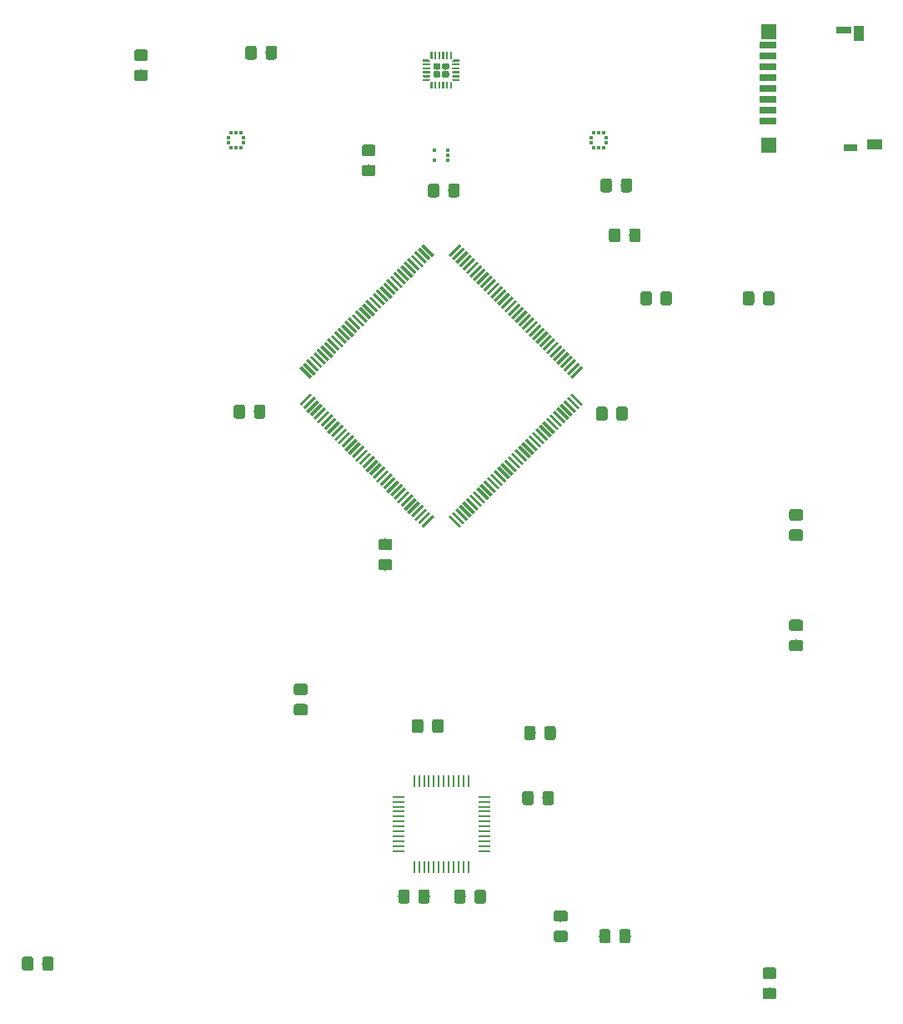
<source format=gbr>
G04 #@! TF.GenerationSoftware,KiCad,Pcbnew,(5.0.1-3-g963ef8bb5)*
G04 #@! TF.CreationDate,2020-01-06T21:10:07-05:00*
G04 #@! TF.ProjectId,SLI HW,534C492048572E6B696361645F706362,rev?*
G04 #@! TF.SameCoordinates,Original*
G04 #@! TF.FileFunction,Paste,Top*
G04 #@! TF.FilePolarity,Positive*
%FSLAX46Y46*%
G04 Gerber Fmt 4.6, Leading zero omitted, Abs format (unit mm)*
G04 Created by KiCad (PCBNEW (5.0.1-3-g963ef8bb5)) date Monday, January 06, 2020 at 09:10:07 PM*
%MOMM*%
%LPD*%
G01*
G04 APERTURE LIST*
%ADD10C,0.100000*%
%ADD11C,0.640000*%
%ADD12C,0.115147*%
%ADD13C,0.200000*%
%ADD14R,0.350000X0.380000*%
%ADD15C,1.150000*%
%ADD16R,1.750440X0.700176*%
%ADD17R,1.752980X0.701191*%
%ADD18R,1.751610X0.700643*%
%ADD19R,1.752180X0.700871*%
%ADD20R,1.752460X0.700982*%
%ADD21R,1.750430X0.700174*%
%ADD22R,1.751770X0.700710*%
%ADD23R,1.752640X0.701055*%
%ADD24R,1.500920X1.500920*%
%ADD25R,1.501800X1.501800*%
%ADD26R,1.501100X0.800585*%
%ADD27R,1.400640X0.800364*%
%ADD28R,1.000010X1.500010*%
%ADD29R,1.501930X1.001290*%
%ADD30C,0.300000*%
%ADD31R,1.300000X0.250000*%
%ADD32R,0.250000X1.300000*%
%ADD33R,0.450000X0.300000*%
G04 APERTURE END LIST*
D10*
G04 #@! TO.C,U1*
G36*
X90440683Y-34850770D02*
X90456214Y-34853074D01*
X90471446Y-34856890D01*
X90486229Y-34862179D01*
X90500423Y-34868893D01*
X90513891Y-34876965D01*
X90526503Y-34886318D01*
X90538137Y-34896863D01*
X90548682Y-34908497D01*
X90558035Y-34921109D01*
X90566107Y-34934577D01*
X90572821Y-34948771D01*
X90578110Y-34963554D01*
X90581926Y-34978786D01*
X90584230Y-34994317D01*
X90585000Y-35010000D01*
X90585000Y-35330000D01*
X90584230Y-35345683D01*
X90581926Y-35361214D01*
X90578110Y-35376446D01*
X90572821Y-35391229D01*
X90566107Y-35405423D01*
X90558035Y-35418891D01*
X90548682Y-35431503D01*
X90538137Y-35443137D01*
X90526503Y-35453682D01*
X90513891Y-35463035D01*
X90500423Y-35471107D01*
X90486229Y-35477821D01*
X90471446Y-35483110D01*
X90456214Y-35486926D01*
X90440683Y-35489230D01*
X90425000Y-35490000D01*
X90035000Y-35490000D01*
X90019317Y-35489230D01*
X90003786Y-35486926D01*
X89988554Y-35483110D01*
X89973771Y-35477821D01*
X89959577Y-35471107D01*
X89946109Y-35463035D01*
X89933497Y-35453682D01*
X89921863Y-35443137D01*
X89911318Y-35431503D01*
X89901965Y-35418891D01*
X89893893Y-35405423D01*
X89887179Y-35391229D01*
X89881890Y-35376446D01*
X89878074Y-35361214D01*
X89875770Y-35345683D01*
X89875000Y-35330000D01*
X89875000Y-35010000D01*
X89875770Y-34994317D01*
X89878074Y-34978786D01*
X89881890Y-34963554D01*
X89887179Y-34948771D01*
X89893893Y-34934577D01*
X89901965Y-34921109D01*
X89911318Y-34908497D01*
X89921863Y-34896863D01*
X89933497Y-34886318D01*
X89946109Y-34876965D01*
X89959577Y-34868893D01*
X89973771Y-34862179D01*
X89988554Y-34856890D01*
X90003786Y-34853074D01*
X90019317Y-34850770D01*
X90035000Y-34850000D01*
X90425000Y-34850000D01*
X90440683Y-34850770D01*
X90440683Y-34850770D01*
G37*
D11*
X90230000Y-35170000D03*
D10*
G36*
X90440683Y-35650770D02*
X90456214Y-35653074D01*
X90471446Y-35656890D01*
X90486229Y-35662179D01*
X90500423Y-35668893D01*
X90513891Y-35676965D01*
X90526503Y-35686318D01*
X90538137Y-35696863D01*
X90548682Y-35708497D01*
X90558035Y-35721109D01*
X90566107Y-35734577D01*
X90572821Y-35748771D01*
X90578110Y-35763554D01*
X90581926Y-35778786D01*
X90584230Y-35794317D01*
X90585000Y-35810000D01*
X90585000Y-36130000D01*
X90584230Y-36145683D01*
X90581926Y-36161214D01*
X90578110Y-36176446D01*
X90572821Y-36191229D01*
X90566107Y-36205423D01*
X90558035Y-36218891D01*
X90548682Y-36231503D01*
X90538137Y-36243137D01*
X90526503Y-36253682D01*
X90513891Y-36263035D01*
X90500423Y-36271107D01*
X90486229Y-36277821D01*
X90471446Y-36283110D01*
X90456214Y-36286926D01*
X90440683Y-36289230D01*
X90425000Y-36290000D01*
X90035000Y-36290000D01*
X90019317Y-36289230D01*
X90003786Y-36286926D01*
X89988554Y-36283110D01*
X89973771Y-36277821D01*
X89959577Y-36271107D01*
X89946109Y-36263035D01*
X89933497Y-36253682D01*
X89921863Y-36243137D01*
X89911318Y-36231503D01*
X89901965Y-36218891D01*
X89893893Y-36205423D01*
X89887179Y-36191229D01*
X89881890Y-36176446D01*
X89878074Y-36161214D01*
X89875770Y-36145683D01*
X89875000Y-36130000D01*
X89875000Y-35810000D01*
X89875770Y-35794317D01*
X89878074Y-35778786D01*
X89881890Y-35763554D01*
X89887179Y-35748771D01*
X89893893Y-35734577D01*
X89901965Y-35721109D01*
X89911318Y-35708497D01*
X89921863Y-35696863D01*
X89933497Y-35686318D01*
X89946109Y-35676965D01*
X89959577Y-35668893D01*
X89973771Y-35662179D01*
X89988554Y-35656890D01*
X90003786Y-35653074D01*
X90019317Y-35650770D01*
X90035000Y-35650000D01*
X90425000Y-35650000D01*
X90440683Y-35650770D01*
X90440683Y-35650770D01*
G37*
D11*
X90230000Y-35970000D03*
D10*
G36*
X91320683Y-34850770D02*
X91336214Y-34853074D01*
X91351446Y-34856890D01*
X91366229Y-34862179D01*
X91380423Y-34868893D01*
X91393891Y-34876965D01*
X91406503Y-34886318D01*
X91418137Y-34896863D01*
X91428682Y-34908497D01*
X91438035Y-34921109D01*
X91446107Y-34934577D01*
X91452821Y-34948771D01*
X91458110Y-34963554D01*
X91461926Y-34978786D01*
X91464230Y-34994317D01*
X91465000Y-35010000D01*
X91465000Y-35330000D01*
X91464230Y-35345683D01*
X91461926Y-35361214D01*
X91458110Y-35376446D01*
X91452821Y-35391229D01*
X91446107Y-35405423D01*
X91438035Y-35418891D01*
X91428682Y-35431503D01*
X91418137Y-35443137D01*
X91406503Y-35453682D01*
X91393891Y-35463035D01*
X91380423Y-35471107D01*
X91366229Y-35477821D01*
X91351446Y-35483110D01*
X91336214Y-35486926D01*
X91320683Y-35489230D01*
X91305000Y-35490000D01*
X90915000Y-35490000D01*
X90899317Y-35489230D01*
X90883786Y-35486926D01*
X90868554Y-35483110D01*
X90853771Y-35477821D01*
X90839577Y-35471107D01*
X90826109Y-35463035D01*
X90813497Y-35453682D01*
X90801863Y-35443137D01*
X90791318Y-35431503D01*
X90781965Y-35418891D01*
X90773893Y-35405423D01*
X90767179Y-35391229D01*
X90761890Y-35376446D01*
X90758074Y-35361214D01*
X90755770Y-35345683D01*
X90755000Y-35330000D01*
X90755000Y-35010000D01*
X90755770Y-34994317D01*
X90758074Y-34978786D01*
X90761890Y-34963554D01*
X90767179Y-34948771D01*
X90773893Y-34934577D01*
X90781965Y-34921109D01*
X90791318Y-34908497D01*
X90801863Y-34896863D01*
X90813497Y-34886318D01*
X90826109Y-34876965D01*
X90839577Y-34868893D01*
X90853771Y-34862179D01*
X90868554Y-34856890D01*
X90883786Y-34853074D01*
X90899317Y-34850770D01*
X90915000Y-34850000D01*
X91305000Y-34850000D01*
X91320683Y-34850770D01*
X91320683Y-34850770D01*
G37*
D11*
X91110000Y-35170000D03*
D10*
G36*
X91320683Y-35650770D02*
X91336214Y-35653074D01*
X91351446Y-35656890D01*
X91366229Y-35662179D01*
X91380423Y-35668893D01*
X91393891Y-35676965D01*
X91406503Y-35686318D01*
X91418137Y-35696863D01*
X91428682Y-35708497D01*
X91438035Y-35721109D01*
X91446107Y-35734577D01*
X91452821Y-35748771D01*
X91458110Y-35763554D01*
X91461926Y-35778786D01*
X91464230Y-35794317D01*
X91465000Y-35810000D01*
X91465000Y-36130000D01*
X91464230Y-36145683D01*
X91461926Y-36161214D01*
X91458110Y-36176446D01*
X91452821Y-36191229D01*
X91446107Y-36205423D01*
X91438035Y-36218891D01*
X91428682Y-36231503D01*
X91418137Y-36243137D01*
X91406503Y-36253682D01*
X91393891Y-36263035D01*
X91380423Y-36271107D01*
X91366229Y-36277821D01*
X91351446Y-36283110D01*
X91336214Y-36286926D01*
X91320683Y-36289230D01*
X91305000Y-36290000D01*
X90915000Y-36290000D01*
X90899317Y-36289230D01*
X90883786Y-36286926D01*
X90868554Y-36283110D01*
X90853771Y-36277821D01*
X90839577Y-36271107D01*
X90826109Y-36263035D01*
X90813497Y-36253682D01*
X90801863Y-36243137D01*
X90791318Y-36231503D01*
X90781965Y-36218891D01*
X90773893Y-36205423D01*
X90767179Y-36191229D01*
X90761890Y-36176446D01*
X90758074Y-36161214D01*
X90755770Y-36145683D01*
X90755000Y-36130000D01*
X90755000Y-35810000D01*
X90755770Y-35794317D01*
X90758074Y-35778786D01*
X90761890Y-35763554D01*
X90767179Y-35748771D01*
X90773893Y-35734577D01*
X90781965Y-35721109D01*
X90791318Y-35708497D01*
X90801863Y-35696863D01*
X90813497Y-35686318D01*
X90826109Y-35676965D01*
X90839577Y-35668893D01*
X90853771Y-35662179D01*
X90868554Y-35656890D01*
X90883786Y-35653074D01*
X90899317Y-35650770D01*
X90915000Y-35650000D01*
X91305000Y-35650000D01*
X91320683Y-35650770D01*
X91320683Y-35650770D01*
G37*
D11*
X91110000Y-35970000D03*
D12*
X89170000Y-34570000D03*
D10*
G36*
X89545000Y-34590000D02*
X89545000Y-34670000D01*
X88795000Y-34670000D01*
X88795000Y-34470000D01*
X89425000Y-34470000D01*
X89545000Y-34590000D01*
X89545000Y-34590000D01*
G37*
G36*
X89499901Y-34870241D02*
X89504755Y-34870961D01*
X89509514Y-34872153D01*
X89514134Y-34873806D01*
X89518570Y-34875904D01*
X89522779Y-34878427D01*
X89526720Y-34881349D01*
X89530355Y-34884645D01*
X89533651Y-34888280D01*
X89536573Y-34892221D01*
X89539096Y-34896430D01*
X89541194Y-34900866D01*
X89542847Y-34905486D01*
X89544039Y-34910245D01*
X89544759Y-34915099D01*
X89545000Y-34920000D01*
X89545000Y-35020000D01*
X89544759Y-35024901D01*
X89544039Y-35029755D01*
X89542847Y-35034514D01*
X89541194Y-35039134D01*
X89539096Y-35043570D01*
X89536573Y-35047779D01*
X89533651Y-35051720D01*
X89530355Y-35055355D01*
X89526720Y-35058651D01*
X89522779Y-35061573D01*
X89518570Y-35064096D01*
X89514134Y-35066194D01*
X89509514Y-35067847D01*
X89504755Y-35069039D01*
X89499901Y-35069759D01*
X89495000Y-35070000D01*
X88845000Y-35070000D01*
X88840099Y-35069759D01*
X88835245Y-35069039D01*
X88830486Y-35067847D01*
X88825866Y-35066194D01*
X88821430Y-35064096D01*
X88817221Y-35061573D01*
X88813280Y-35058651D01*
X88809645Y-35055355D01*
X88806349Y-35051720D01*
X88803427Y-35047779D01*
X88800904Y-35043570D01*
X88798806Y-35039134D01*
X88797153Y-35034514D01*
X88795961Y-35029755D01*
X88795241Y-35024901D01*
X88795000Y-35020000D01*
X88795000Y-34920000D01*
X88795241Y-34915099D01*
X88795961Y-34910245D01*
X88797153Y-34905486D01*
X88798806Y-34900866D01*
X88800904Y-34896430D01*
X88803427Y-34892221D01*
X88806349Y-34888280D01*
X88809645Y-34884645D01*
X88813280Y-34881349D01*
X88817221Y-34878427D01*
X88821430Y-34875904D01*
X88825866Y-34873806D01*
X88830486Y-34872153D01*
X88835245Y-34870961D01*
X88840099Y-34870241D01*
X88845000Y-34870000D01*
X89495000Y-34870000D01*
X89499901Y-34870241D01*
X89499901Y-34870241D01*
G37*
D13*
X89170000Y-34970000D03*
D10*
G36*
X89499901Y-35270241D02*
X89504755Y-35270961D01*
X89509514Y-35272153D01*
X89514134Y-35273806D01*
X89518570Y-35275904D01*
X89522779Y-35278427D01*
X89526720Y-35281349D01*
X89530355Y-35284645D01*
X89533651Y-35288280D01*
X89536573Y-35292221D01*
X89539096Y-35296430D01*
X89541194Y-35300866D01*
X89542847Y-35305486D01*
X89544039Y-35310245D01*
X89544759Y-35315099D01*
X89545000Y-35320000D01*
X89545000Y-35420000D01*
X89544759Y-35424901D01*
X89544039Y-35429755D01*
X89542847Y-35434514D01*
X89541194Y-35439134D01*
X89539096Y-35443570D01*
X89536573Y-35447779D01*
X89533651Y-35451720D01*
X89530355Y-35455355D01*
X89526720Y-35458651D01*
X89522779Y-35461573D01*
X89518570Y-35464096D01*
X89514134Y-35466194D01*
X89509514Y-35467847D01*
X89504755Y-35469039D01*
X89499901Y-35469759D01*
X89495000Y-35470000D01*
X88845000Y-35470000D01*
X88840099Y-35469759D01*
X88835245Y-35469039D01*
X88830486Y-35467847D01*
X88825866Y-35466194D01*
X88821430Y-35464096D01*
X88817221Y-35461573D01*
X88813280Y-35458651D01*
X88809645Y-35455355D01*
X88806349Y-35451720D01*
X88803427Y-35447779D01*
X88800904Y-35443570D01*
X88798806Y-35439134D01*
X88797153Y-35434514D01*
X88795961Y-35429755D01*
X88795241Y-35424901D01*
X88795000Y-35420000D01*
X88795000Y-35320000D01*
X88795241Y-35315099D01*
X88795961Y-35310245D01*
X88797153Y-35305486D01*
X88798806Y-35300866D01*
X88800904Y-35296430D01*
X88803427Y-35292221D01*
X88806349Y-35288280D01*
X88809645Y-35284645D01*
X88813280Y-35281349D01*
X88817221Y-35278427D01*
X88821430Y-35275904D01*
X88825866Y-35273806D01*
X88830486Y-35272153D01*
X88835245Y-35270961D01*
X88840099Y-35270241D01*
X88845000Y-35270000D01*
X89495000Y-35270000D01*
X89499901Y-35270241D01*
X89499901Y-35270241D01*
G37*
D13*
X89170000Y-35370000D03*
D10*
G36*
X89499901Y-35670241D02*
X89504755Y-35670961D01*
X89509514Y-35672153D01*
X89514134Y-35673806D01*
X89518570Y-35675904D01*
X89522779Y-35678427D01*
X89526720Y-35681349D01*
X89530355Y-35684645D01*
X89533651Y-35688280D01*
X89536573Y-35692221D01*
X89539096Y-35696430D01*
X89541194Y-35700866D01*
X89542847Y-35705486D01*
X89544039Y-35710245D01*
X89544759Y-35715099D01*
X89545000Y-35720000D01*
X89545000Y-35820000D01*
X89544759Y-35824901D01*
X89544039Y-35829755D01*
X89542847Y-35834514D01*
X89541194Y-35839134D01*
X89539096Y-35843570D01*
X89536573Y-35847779D01*
X89533651Y-35851720D01*
X89530355Y-35855355D01*
X89526720Y-35858651D01*
X89522779Y-35861573D01*
X89518570Y-35864096D01*
X89514134Y-35866194D01*
X89509514Y-35867847D01*
X89504755Y-35869039D01*
X89499901Y-35869759D01*
X89495000Y-35870000D01*
X88845000Y-35870000D01*
X88840099Y-35869759D01*
X88835245Y-35869039D01*
X88830486Y-35867847D01*
X88825866Y-35866194D01*
X88821430Y-35864096D01*
X88817221Y-35861573D01*
X88813280Y-35858651D01*
X88809645Y-35855355D01*
X88806349Y-35851720D01*
X88803427Y-35847779D01*
X88800904Y-35843570D01*
X88798806Y-35839134D01*
X88797153Y-35834514D01*
X88795961Y-35829755D01*
X88795241Y-35824901D01*
X88795000Y-35820000D01*
X88795000Y-35720000D01*
X88795241Y-35715099D01*
X88795961Y-35710245D01*
X88797153Y-35705486D01*
X88798806Y-35700866D01*
X88800904Y-35696430D01*
X88803427Y-35692221D01*
X88806349Y-35688280D01*
X88809645Y-35684645D01*
X88813280Y-35681349D01*
X88817221Y-35678427D01*
X88821430Y-35675904D01*
X88825866Y-35673806D01*
X88830486Y-35672153D01*
X88835245Y-35670961D01*
X88840099Y-35670241D01*
X88845000Y-35670000D01*
X89495000Y-35670000D01*
X89499901Y-35670241D01*
X89499901Y-35670241D01*
G37*
D13*
X89170000Y-35770000D03*
D10*
G36*
X89499901Y-36070241D02*
X89504755Y-36070961D01*
X89509514Y-36072153D01*
X89514134Y-36073806D01*
X89518570Y-36075904D01*
X89522779Y-36078427D01*
X89526720Y-36081349D01*
X89530355Y-36084645D01*
X89533651Y-36088280D01*
X89536573Y-36092221D01*
X89539096Y-36096430D01*
X89541194Y-36100866D01*
X89542847Y-36105486D01*
X89544039Y-36110245D01*
X89544759Y-36115099D01*
X89545000Y-36120000D01*
X89545000Y-36220000D01*
X89544759Y-36224901D01*
X89544039Y-36229755D01*
X89542847Y-36234514D01*
X89541194Y-36239134D01*
X89539096Y-36243570D01*
X89536573Y-36247779D01*
X89533651Y-36251720D01*
X89530355Y-36255355D01*
X89526720Y-36258651D01*
X89522779Y-36261573D01*
X89518570Y-36264096D01*
X89514134Y-36266194D01*
X89509514Y-36267847D01*
X89504755Y-36269039D01*
X89499901Y-36269759D01*
X89495000Y-36270000D01*
X88845000Y-36270000D01*
X88840099Y-36269759D01*
X88835245Y-36269039D01*
X88830486Y-36267847D01*
X88825866Y-36266194D01*
X88821430Y-36264096D01*
X88817221Y-36261573D01*
X88813280Y-36258651D01*
X88809645Y-36255355D01*
X88806349Y-36251720D01*
X88803427Y-36247779D01*
X88800904Y-36243570D01*
X88798806Y-36239134D01*
X88797153Y-36234514D01*
X88795961Y-36229755D01*
X88795241Y-36224901D01*
X88795000Y-36220000D01*
X88795000Y-36120000D01*
X88795241Y-36115099D01*
X88795961Y-36110245D01*
X88797153Y-36105486D01*
X88798806Y-36100866D01*
X88800904Y-36096430D01*
X88803427Y-36092221D01*
X88806349Y-36088280D01*
X88809645Y-36084645D01*
X88813280Y-36081349D01*
X88817221Y-36078427D01*
X88821430Y-36075904D01*
X88825866Y-36073806D01*
X88830486Y-36072153D01*
X88835245Y-36070961D01*
X88840099Y-36070241D01*
X88845000Y-36070000D01*
X89495000Y-36070000D01*
X89499901Y-36070241D01*
X89499901Y-36070241D01*
G37*
D13*
X89170000Y-36170000D03*
D12*
X89170000Y-36570000D03*
D10*
G36*
X89545000Y-36550000D02*
X89425000Y-36670000D01*
X88795000Y-36670000D01*
X88795000Y-36470000D01*
X89545000Y-36470000D01*
X89545000Y-36550000D01*
X89545000Y-36550000D01*
G37*
D12*
X89670000Y-37070000D03*
D10*
G36*
X89770000Y-37445000D02*
X89570000Y-37445000D01*
X89570000Y-36815000D01*
X89690000Y-36695000D01*
X89770000Y-36695000D01*
X89770000Y-37445000D01*
X89770000Y-37445000D01*
G37*
G36*
X90124901Y-36695241D02*
X90129755Y-36695961D01*
X90134514Y-36697153D01*
X90139134Y-36698806D01*
X90143570Y-36700904D01*
X90147779Y-36703427D01*
X90151720Y-36706349D01*
X90155355Y-36709645D01*
X90158651Y-36713280D01*
X90161573Y-36717221D01*
X90164096Y-36721430D01*
X90166194Y-36725866D01*
X90167847Y-36730486D01*
X90169039Y-36735245D01*
X90169759Y-36740099D01*
X90170000Y-36745000D01*
X90170000Y-37395000D01*
X90169759Y-37399901D01*
X90169039Y-37404755D01*
X90167847Y-37409514D01*
X90166194Y-37414134D01*
X90164096Y-37418570D01*
X90161573Y-37422779D01*
X90158651Y-37426720D01*
X90155355Y-37430355D01*
X90151720Y-37433651D01*
X90147779Y-37436573D01*
X90143570Y-37439096D01*
X90139134Y-37441194D01*
X90134514Y-37442847D01*
X90129755Y-37444039D01*
X90124901Y-37444759D01*
X90120000Y-37445000D01*
X90020000Y-37445000D01*
X90015099Y-37444759D01*
X90010245Y-37444039D01*
X90005486Y-37442847D01*
X90000866Y-37441194D01*
X89996430Y-37439096D01*
X89992221Y-37436573D01*
X89988280Y-37433651D01*
X89984645Y-37430355D01*
X89981349Y-37426720D01*
X89978427Y-37422779D01*
X89975904Y-37418570D01*
X89973806Y-37414134D01*
X89972153Y-37409514D01*
X89970961Y-37404755D01*
X89970241Y-37399901D01*
X89970000Y-37395000D01*
X89970000Y-36745000D01*
X89970241Y-36740099D01*
X89970961Y-36735245D01*
X89972153Y-36730486D01*
X89973806Y-36725866D01*
X89975904Y-36721430D01*
X89978427Y-36717221D01*
X89981349Y-36713280D01*
X89984645Y-36709645D01*
X89988280Y-36706349D01*
X89992221Y-36703427D01*
X89996430Y-36700904D01*
X90000866Y-36698806D01*
X90005486Y-36697153D01*
X90010245Y-36695961D01*
X90015099Y-36695241D01*
X90020000Y-36695000D01*
X90120000Y-36695000D01*
X90124901Y-36695241D01*
X90124901Y-36695241D01*
G37*
D13*
X90070000Y-37070000D03*
D10*
G36*
X90524901Y-36695241D02*
X90529755Y-36695961D01*
X90534514Y-36697153D01*
X90539134Y-36698806D01*
X90543570Y-36700904D01*
X90547779Y-36703427D01*
X90551720Y-36706349D01*
X90555355Y-36709645D01*
X90558651Y-36713280D01*
X90561573Y-36717221D01*
X90564096Y-36721430D01*
X90566194Y-36725866D01*
X90567847Y-36730486D01*
X90569039Y-36735245D01*
X90569759Y-36740099D01*
X90570000Y-36745000D01*
X90570000Y-37395000D01*
X90569759Y-37399901D01*
X90569039Y-37404755D01*
X90567847Y-37409514D01*
X90566194Y-37414134D01*
X90564096Y-37418570D01*
X90561573Y-37422779D01*
X90558651Y-37426720D01*
X90555355Y-37430355D01*
X90551720Y-37433651D01*
X90547779Y-37436573D01*
X90543570Y-37439096D01*
X90539134Y-37441194D01*
X90534514Y-37442847D01*
X90529755Y-37444039D01*
X90524901Y-37444759D01*
X90520000Y-37445000D01*
X90420000Y-37445000D01*
X90415099Y-37444759D01*
X90410245Y-37444039D01*
X90405486Y-37442847D01*
X90400866Y-37441194D01*
X90396430Y-37439096D01*
X90392221Y-37436573D01*
X90388280Y-37433651D01*
X90384645Y-37430355D01*
X90381349Y-37426720D01*
X90378427Y-37422779D01*
X90375904Y-37418570D01*
X90373806Y-37414134D01*
X90372153Y-37409514D01*
X90370961Y-37404755D01*
X90370241Y-37399901D01*
X90370000Y-37395000D01*
X90370000Y-36745000D01*
X90370241Y-36740099D01*
X90370961Y-36735245D01*
X90372153Y-36730486D01*
X90373806Y-36725866D01*
X90375904Y-36721430D01*
X90378427Y-36717221D01*
X90381349Y-36713280D01*
X90384645Y-36709645D01*
X90388280Y-36706349D01*
X90392221Y-36703427D01*
X90396430Y-36700904D01*
X90400866Y-36698806D01*
X90405486Y-36697153D01*
X90410245Y-36695961D01*
X90415099Y-36695241D01*
X90420000Y-36695000D01*
X90520000Y-36695000D01*
X90524901Y-36695241D01*
X90524901Y-36695241D01*
G37*
D13*
X90470000Y-37070000D03*
D10*
G36*
X90924901Y-36695241D02*
X90929755Y-36695961D01*
X90934514Y-36697153D01*
X90939134Y-36698806D01*
X90943570Y-36700904D01*
X90947779Y-36703427D01*
X90951720Y-36706349D01*
X90955355Y-36709645D01*
X90958651Y-36713280D01*
X90961573Y-36717221D01*
X90964096Y-36721430D01*
X90966194Y-36725866D01*
X90967847Y-36730486D01*
X90969039Y-36735245D01*
X90969759Y-36740099D01*
X90970000Y-36745000D01*
X90970000Y-37395000D01*
X90969759Y-37399901D01*
X90969039Y-37404755D01*
X90967847Y-37409514D01*
X90966194Y-37414134D01*
X90964096Y-37418570D01*
X90961573Y-37422779D01*
X90958651Y-37426720D01*
X90955355Y-37430355D01*
X90951720Y-37433651D01*
X90947779Y-37436573D01*
X90943570Y-37439096D01*
X90939134Y-37441194D01*
X90934514Y-37442847D01*
X90929755Y-37444039D01*
X90924901Y-37444759D01*
X90920000Y-37445000D01*
X90820000Y-37445000D01*
X90815099Y-37444759D01*
X90810245Y-37444039D01*
X90805486Y-37442847D01*
X90800866Y-37441194D01*
X90796430Y-37439096D01*
X90792221Y-37436573D01*
X90788280Y-37433651D01*
X90784645Y-37430355D01*
X90781349Y-37426720D01*
X90778427Y-37422779D01*
X90775904Y-37418570D01*
X90773806Y-37414134D01*
X90772153Y-37409514D01*
X90770961Y-37404755D01*
X90770241Y-37399901D01*
X90770000Y-37395000D01*
X90770000Y-36745000D01*
X90770241Y-36740099D01*
X90770961Y-36735245D01*
X90772153Y-36730486D01*
X90773806Y-36725866D01*
X90775904Y-36721430D01*
X90778427Y-36717221D01*
X90781349Y-36713280D01*
X90784645Y-36709645D01*
X90788280Y-36706349D01*
X90792221Y-36703427D01*
X90796430Y-36700904D01*
X90800866Y-36698806D01*
X90805486Y-36697153D01*
X90810245Y-36695961D01*
X90815099Y-36695241D01*
X90820000Y-36695000D01*
X90920000Y-36695000D01*
X90924901Y-36695241D01*
X90924901Y-36695241D01*
G37*
D13*
X90870000Y-37070000D03*
D10*
G36*
X91324901Y-36695241D02*
X91329755Y-36695961D01*
X91334514Y-36697153D01*
X91339134Y-36698806D01*
X91343570Y-36700904D01*
X91347779Y-36703427D01*
X91351720Y-36706349D01*
X91355355Y-36709645D01*
X91358651Y-36713280D01*
X91361573Y-36717221D01*
X91364096Y-36721430D01*
X91366194Y-36725866D01*
X91367847Y-36730486D01*
X91369039Y-36735245D01*
X91369759Y-36740099D01*
X91370000Y-36745000D01*
X91370000Y-37395000D01*
X91369759Y-37399901D01*
X91369039Y-37404755D01*
X91367847Y-37409514D01*
X91366194Y-37414134D01*
X91364096Y-37418570D01*
X91361573Y-37422779D01*
X91358651Y-37426720D01*
X91355355Y-37430355D01*
X91351720Y-37433651D01*
X91347779Y-37436573D01*
X91343570Y-37439096D01*
X91339134Y-37441194D01*
X91334514Y-37442847D01*
X91329755Y-37444039D01*
X91324901Y-37444759D01*
X91320000Y-37445000D01*
X91220000Y-37445000D01*
X91215099Y-37444759D01*
X91210245Y-37444039D01*
X91205486Y-37442847D01*
X91200866Y-37441194D01*
X91196430Y-37439096D01*
X91192221Y-37436573D01*
X91188280Y-37433651D01*
X91184645Y-37430355D01*
X91181349Y-37426720D01*
X91178427Y-37422779D01*
X91175904Y-37418570D01*
X91173806Y-37414134D01*
X91172153Y-37409514D01*
X91170961Y-37404755D01*
X91170241Y-37399901D01*
X91170000Y-37395000D01*
X91170000Y-36745000D01*
X91170241Y-36740099D01*
X91170961Y-36735245D01*
X91172153Y-36730486D01*
X91173806Y-36725866D01*
X91175904Y-36721430D01*
X91178427Y-36717221D01*
X91181349Y-36713280D01*
X91184645Y-36709645D01*
X91188280Y-36706349D01*
X91192221Y-36703427D01*
X91196430Y-36700904D01*
X91200866Y-36698806D01*
X91205486Y-36697153D01*
X91210245Y-36695961D01*
X91215099Y-36695241D01*
X91220000Y-36695000D01*
X91320000Y-36695000D01*
X91324901Y-36695241D01*
X91324901Y-36695241D01*
G37*
D13*
X91270000Y-37070000D03*
D12*
X91670000Y-37070000D03*
D10*
G36*
X91770000Y-36815000D02*
X91770000Y-37445000D01*
X91570000Y-37445000D01*
X91570000Y-36695000D01*
X91650000Y-36695000D01*
X91770000Y-36815000D01*
X91770000Y-36815000D01*
G37*
D12*
X92170000Y-36570000D03*
D10*
G36*
X92545000Y-36670000D02*
X91915000Y-36670000D01*
X91795000Y-36550000D01*
X91795000Y-36470000D01*
X92545000Y-36470000D01*
X92545000Y-36670000D01*
X92545000Y-36670000D01*
G37*
G36*
X92499901Y-36070241D02*
X92504755Y-36070961D01*
X92509514Y-36072153D01*
X92514134Y-36073806D01*
X92518570Y-36075904D01*
X92522779Y-36078427D01*
X92526720Y-36081349D01*
X92530355Y-36084645D01*
X92533651Y-36088280D01*
X92536573Y-36092221D01*
X92539096Y-36096430D01*
X92541194Y-36100866D01*
X92542847Y-36105486D01*
X92544039Y-36110245D01*
X92544759Y-36115099D01*
X92545000Y-36120000D01*
X92545000Y-36220000D01*
X92544759Y-36224901D01*
X92544039Y-36229755D01*
X92542847Y-36234514D01*
X92541194Y-36239134D01*
X92539096Y-36243570D01*
X92536573Y-36247779D01*
X92533651Y-36251720D01*
X92530355Y-36255355D01*
X92526720Y-36258651D01*
X92522779Y-36261573D01*
X92518570Y-36264096D01*
X92514134Y-36266194D01*
X92509514Y-36267847D01*
X92504755Y-36269039D01*
X92499901Y-36269759D01*
X92495000Y-36270000D01*
X91845000Y-36270000D01*
X91840099Y-36269759D01*
X91835245Y-36269039D01*
X91830486Y-36267847D01*
X91825866Y-36266194D01*
X91821430Y-36264096D01*
X91817221Y-36261573D01*
X91813280Y-36258651D01*
X91809645Y-36255355D01*
X91806349Y-36251720D01*
X91803427Y-36247779D01*
X91800904Y-36243570D01*
X91798806Y-36239134D01*
X91797153Y-36234514D01*
X91795961Y-36229755D01*
X91795241Y-36224901D01*
X91795000Y-36220000D01*
X91795000Y-36120000D01*
X91795241Y-36115099D01*
X91795961Y-36110245D01*
X91797153Y-36105486D01*
X91798806Y-36100866D01*
X91800904Y-36096430D01*
X91803427Y-36092221D01*
X91806349Y-36088280D01*
X91809645Y-36084645D01*
X91813280Y-36081349D01*
X91817221Y-36078427D01*
X91821430Y-36075904D01*
X91825866Y-36073806D01*
X91830486Y-36072153D01*
X91835245Y-36070961D01*
X91840099Y-36070241D01*
X91845000Y-36070000D01*
X92495000Y-36070000D01*
X92499901Y-36070241D01*
X92499901Y-36070241D01*
G37*
D13*
X92170000Y-36170000D03*
D10*
G36*
X92499901Y-35670241D02*
X92504755Y-35670961D01*
X92509514Y-35672153D01*
X92514134Y-35673806D01*
X92518570Y-35675904D01*
X92522779Y-35678427D01*
X92526720Y-35681349D01*
X92530355Y-35684645D01*
X92533651Y-35688280D01*
X92536573Y-35692221D01*
X92539096Y-35696430D01*
X92541194Y-35700866D01*
X92542847Y-35705486D01*
X92544039Y-35710245D01*
X92544759Y-35715099D01*
X92545000Y-35720000D01*
X92545000Y-35820000D01*
X92544759Y-35824901D01*
X92544039Y-35829755D01*
X92542847Y-35834514D01*
X92541194Y-35839134D01*
X92539096Y-35843570D01*
X92536573Y-35847779D01*
X92533651Y-35851720D01*
X92530355Y-35855355D01*
X92526720Y-35858651D01*
X92522779Y-35861573D01*
X92518570Y-35864096D01*
X92514134Y-35866194D01*
X92509514Y-35867847D01*
X92504755Y-35869039D01*
X92499901Y-35869759D01*
X92495000Y-35870000D01*
X91845000Y-35870000D01*
X91840099Y-35869759D01*
X91835245Y-35869039D01*
X91830486Y-35867847D01*
X91825866Y-35866194D01*
X91821430Y-35864096D01*
X91817221Y-35861573D01*
X91813280Y-35858651D01*
X91809645Y-35855355D01*
X91806349Y-35851720D01*
X91803427Y-35847779D01*
X91800904Y-35843570D01*
X91798806Y-35839134D01*
X91797153Y-35834514D01*
X91795961Y-35829755D01*
X91795241Y-35824901D01*
X91795000Y-35820000D01*
X91795000Y-35720000D01*
X91795241Y-35715099D01*
X91795961Y-35710245D01*
X91797153Y-35705486D01*
X91798806Y-35700866D01*
X91800904Y-35696430D01*
X91803427Y-35692221D01*
X91806349Y-35688280D01*
X91809645Y-35684645D01*
X91813280Y-35681349D01*
X91817221Y-35678427D01*
X91821430Y-35675904D01*
X91825866Y-35673806D01*
X91830486Y-35672153D01*
X91835245Y-35670961D01*
X91840099Y-35670241D01*
X91845000Y-35670000D01*
X92495000Y-35670000D01*
X92499901Y-35670241D01*
X92499901Y-35670241D01*
G37*
D13*
X92170000Y-35770000D03*
D10*
G36*
X92499901Y-35270241D02*
X92504755Y-35270961D01*
X92509514Y-35272153D01*
X92514134Y-35273806D01*
X92518570Y-35275904D01*
X92522779Y-35278427D01*
X92526720Y-35281349D01*
X92530355Y-35284645D01*
X92533651Y-35288280D01*
X92536573Y-35292221D01*
X92539096Y-35296430D01*
X92541194Y-35300866D01*
X92542847Y-35305486D01*
X92544039Y-35310245D01*
X92544759Y-35315099D01*
X92545000Y-35320000D01*
X92545000Y-35420000D01*
X92544759Y-35424901D01*
X92544039Y-35429755D01*
X92542847Y-35434514D01*
X92541194Y-35439134D01*
X92539096Y-35443570D01*
X92536573Y-35447779D01*
X92533651Y-35451720D01*
X92530355Y-35455355D01*
X92526720Y-35458651D01*
X92522779Y-35461573D01*
X92518570Y-35464096D01*
X92514134Y-35466194D01*
X92509514Y-35467847D01*
X92504755Y-35469039D01*
X92499901Y-35469759D01*
X92495000Y-35470000D01*
X91845000Y-35470000D01*
X91840099Y-35469759D01*
X91835245Y-35469039D01*
X91830486Y-35467847D01*
X91825866Y-35466194D01*
X91821430Y-35464096D01*
X91817221Y-35461573D01*
X91813280Y-35458651D01*
X91809645Y-35455355D01*
X91806349Y-35451720D01*
X91803427Y-35447779D01*
X91800904Y-35443570D01*
X91798806Y-35439134D01*
X91797153Y-35434514D01*
X91795961Y-35429755D01*
X91795241Y-35424901D01*
X91795000Y-35420000D01*
X91795000Y-35320000D01*
X91795241Y-35315099D01*
X91795961Y-35310245D01*
X91797153Y-35305486D01*
X91798806Y-35300866D01*
X91800904Y-35296430D01*
X91803427Y-35292221D01*
X91806349Y-35288280D01*
X91809645Y-35284645D01*
X91813280Y-35281349D01*
X91817221Y-35278427D01*
X91821430Y-35275904D01*
X91825866Y-35273806D01*
X91830486Y-35272153D01*
X91835245Y-35270961D01*
X91840099Y-35270241D01*
X91845000Y-35270000D01*
X92495000Y-35270000D01*
X92499901Y-35270241D01*
X92499901Y-35270241D01*
G37*
D13*
X92170000Y-35370000D03*
D10*
G36*
X92499901Y-34870241D02*
X92504755Y-34870961D01*
X92509514Y-34872153D01*
X92514134Y-34873806D01*
X92518570Y-34875904D01*
X92522779Y-34878427D01*
X92526720Y-34881349D01*
X92530355Y-34884645D01*
X92533651Y-34888280D01*
X92536573Y-34892221D01*
X92539096Y-34896430D01*
X92541194Y-34900866D01*
X92542847Y-34905486D01*
X92544039Y-34910245D01*
X92544759Y-34915099D01*
X92545000Y-34920000D01*
X92545000Y-35020000D01*
X92544759Y-35024901D01*
X92544039Y-35029755D01*
X92542847Y-35034514D01*
X92541194Y-35039134D01*
X92539096Y-35043570D01*
X92536573Y-35047779D01*
X92533651Y-35051720D01*
X92530355Y-35055355D01*
X92526720Y-35058651D01*
X92522779Y-35061573D01*
X92518570Y-35064096D01*
X92514134Y-35066194D01*
X92509514Y-35067847D01*
X92504755Y-35069039D01*
X92499901Y-35069759D01*
X92495000Y-35070000D01*
X91845000Y-35070000D01*
X91840099Y-35069759D01*
X91835245Y-35069039D01*
X91830486Y-35067847D01*
X91825866Y-35066194D01*
X91821430Y-35064096D01*
X91817221Y-35061573D01*
X91813280Y-35058651D01*
X91809645Y-35055355D01*
X91806349Y-35051720D01*
X91803427Y-35047779D01*
X91800904Y-35043570D01*
X91798806Y-35039134D01*
X91797153Y-35034514D01*
X91795961Y-35029755D01*
X91795241Y-35024901D01*
X91795000Y-35020000D01*
X91795000Y-34920000D01*
X91795241Y-34915099D01*
X91795961Y-34910245D01*
X91797153Y-34905486D01*
X91798806Y-34900866D01*
X91800904Y-34896430D01*
X91803427Y-34892221D01*
X91806349Y-34888280D01*
X91809645Y-34884645D01*
X91813280Y-34881349D01*
X91817221Y-34878427D01*
X91821430Y-34875904D01*
X91825866Y-34873806D01*
X91830486Y-34872153D01*
X91835245Y-34870961D01*
X91840099Y-34870241D01*
X91845000Y-34870000D01*
X92495000Y-34870000D01*
X92499901Y-34870241D01*
X92499901Y-34870241D01*
G37*
D13*
X92170000Y-34970000D03*
D12*
X92170000Y-34570000D03*
D10*
G36*
X92545000Y-34670000D02*
X91795000Y-34670000D01*
X91795000Y-34590000D01*
X91915000Y-34470000D01*
X92545000Y-34470000D01*
X92545000Y-34670000D01*
X92545000Y-34670000D01*
G37*
D12*
X91670000Y-34070000D03*
D10*
G36*
X91770000Y-34325000D02*
X91650000Y-34445000D01*
X91570000Y-34445000D01*
X91570000Y-33695000D01*
X91770000Y-33695000D01*
X91770000Y-34325000D01*
X91770000Y-34325000D01*
G37*
G36*
X91324901Y-33695241D02*
X91329755Y-33695961D01*
X91334514Y-33697153D01*
X91339134Y-33698806D01*
X91343570Y-33700904D01*
X91347779Y-33703427D01*
X91351720Y-33706349D01*
X91355355Y-33709645D01*
X91358651Y-33713280D01*
X91361573Y-33717221D01*
X91364096Y-33721430D01*
X91366194Y-33725866D01*
X91367847Y-33730486D01*
X91369039Y-33735245D01*
X91369759Y-33740099D01*
X91370000Y-33745000D01*
X91370000Y-34395000D01*
X91369759Y-34399901D01*
X91369039Y-34404755D01*
X91367847Y-34409514D01*
X91366194Y-34414134D01*
X91364096Y-34418570D01*
X91361573Y-34422779D01*
X91358651Y-34426720D01*
X91355355Y-34430355D01*
X91351720Y-34433651D01*
X91347779Y-34436573D01*
X91343570Y-34439096D01*
X91339134Y-34441194D01*
X91334514Y-34442847D01*
X91329755Y-34444039D01*
X91324901Y-34444759D01*
X91320000Y-34445000D01*
X91220000Y-34445000D01*
X91215099Y-34444759D01*
X91210245Y-34444039D01*
X91205486Y-34442847D01*
X91200866Y-34441194D01*
X91196430Y-34439096D01*
X91192221Y-34436573D01*
X91188280Y-34433651D01*
X91184645Y-34430355D01*
X91181349Y-34426720D01*
X91178427Y-34422779D01*
X91175904Y-34418570D01*
X91173806Y-34414134D01*
X91172153Y-34409514D01*
X91170961Y-34404755D01*
X91170241Y-34399901D01*
X91170000Y-34395000D01*
X91170000Y-33745000D01*
X91170241Y-33740099D01*
X91170961Y-33735245D01*
X91172153Y-33730486D01*
X91173806Y-33725866D01*
X91175904Y-33721430D01*
X91178427Y-33717221D01*
X91181349Y-33713280D01*
X91184645Y-33709645D01*
X91188280Y-33706349D01*
X91192221Y-33703427D01*
X91196430Y-33700904D01*
X91200866Y-33698806D01*
X91205486Y-33697153D01*
X91210245Y-33695961D01*
X91215099Y-33695241D01*
X91220000Y-33695000D01*
X91320000Y-33695000D01*
X91324901Y-33695241D01*
X91324901Y-33695241D01*
G37*
D13*
X91270000Y-34070000D03*
D10*
G36*
X90924901Y-33695241D02*
X90929755Y-33695961D01*
X90934514Y-33697153D01*
X90939134Y-33698806D01*
X90943570Y-33700904D01*
X90947779Y-33703427D01*
X90951720Y-33706349D01*
X90955355Y-33709645D01*
X90958651Y-33713280D01*
X90961573Y-33717221D01*
X90964096Y-33721430D01*
X90966194Y-33725866D01*
X90967847Y-33730486D01*
X90969039Y-33735245D01*
X90969759Y-33740099D01*
X90970000Y-33745000D01*
X90970000Y-34395000D01*
X90969759Y-34399901D01*
X90969039Y-34404755D01*
X90967847Y-34409514D01*
X90966194Y-34414134D01*
X90964096Y-34418570D01*
X90961573Y-34422779D01*
X90958651Y-34426720D01*
X90955355Y-34430355D01*
X90951720Y-34433651D01*
X90947779Y-34436573D01*
X90943570Y-34439096D01*
X90939134Y-34441194D01*
X90934514Y-34442847D01*
X90929755Y-34444039D01*
X90924901Y-34444759D01*
X90920000Y-34445000D01*
X90820000Y-34445000D01*
X90815099Y-34444759D01*
X90810245Y-34444039D01*
X90805486Y-34442847D01*
X90800866Y-34441194D01*
X90796430Y-34439096D01*
X90792221Y-34436573D01*
X90788280Y-34433651D01*
X90784645Y-34430355D01*
X90781349Y-34426720D01*
X90778427Y-34422779D01*
X90775904Y-34418570D01*
X90773806Y-34414134D01*
X90772153Y-34409514D01*
X90770961Y-34404755D01*
X90770241Y-34399901D01*
X90770000Y-34395000D01*
X90770000Y-33745000D01*
X90770241Y-33740099D01*
X90770961Y-33735245D01*
X90772153Y-33730486D01*
X90773806Y-33725866D01*
X90775904Y-33721430D01*
X90778427Y-33717221D01*
X90781349Y-33713280D01*
X90784645Y-33709645D01*
X90788280Y-33706349D01*
X90792221Y-33703427D01*
X90796430Y-33700904D01*
X90800866Y-33698806D01*
X90805486Y-33697153D01*
X90810245Y-33695961D01*
X90815099Y-33695241D01*
X90820000Y-33695000D01*
X90920000Y-33695000D01*
X90924901Y-33695241D01*
X90924901Y-33695241D01*
G37*
D13*
X90870000Y-34070000D03*
D10*
G36*
X90524901Y-33695241D02*
X90529755Y-33695961D01*
X90534514Y-33697153D01*
X90539134Y-33698806D01*
X90543570Y-33700904D01*
X90547779Y-33703427D01*
X90551720Y-33706349D01*
X90555355Y-33709645D01*
X90558651Y-33713280D01*
X90561573Y-33717221D01*
X90564096Y-33721430D01*
X90566194Y-33725866D01*
X90567847Y-33730486D01*
X90569039Y-33735245D01*
X90569759Y-33740099D01*
X90570000Y-33745000D01*
X90570000Y-34395000D01*
X90569759Y-34399901D01*
X90569039Y-34404755D01*
X90567847Y-34409514D01*
X90566194Y-34414134D01*
X90564096Y-34418570D01*
X90561573Y-34422779D01*
X90558651Y-34426720D01*
X90555355Y-34430355D01*
X90551720Y-34433651D01*
X90547779Y-34436573D01*
X90543570Y-34439096D01*
X90539134Y-34441194D01*
X90534514Y-34442847D01*
X90529755Y-34444039D01*
X90524901Y-34444759D01*
X90520000Y-34445000D01*
X90420000Y-34445000D01*
X90415099Y-34444759D01*
X90410245Y-34444039D01*
X90405486Y-34442847D01*
X90400866Y-34441194D01*
X90396430Y-34439096D01*
X90392221Y-34436573D01*
X90388280Y-34433651D01*
X90384645Y-34430355D01*
X90381349Y-34426720D01*
X90378427Y-34422779D01*
X90375904Y-34418570D01*
X90373806Y-34414134D01*
X90372153Y-34409514D01*
X90370961Y-34404755D01*
X90370241Y-34399901D01*
X90370000Y-34395000D01*
X90370000Y-33745000D01*
X90370241Y-33740099D01*
X90370961Y-33735245D01*
X90372153Y-33730486D01*
X90373806Y-33725866D01*
X90375904Y-33721430D01*
X90378427Y-33717221D01*
X90381349Y-33713280D01*
X90384645Y-33709645D01*
X90388280Y-33706349D01*
X90392221Y-33703427D01*
X90396430Y-33700904D01*
X90400866Y-33698806D01*
X90405486Y-33697153D01*
X90410245Y-33695961D01*
X90415099Y-33695241D01*
X90420000Y-33695000D01*
X90520000Y-33695000D01*
X90524901Y-33695241D01*
X90524901Y-33695241D01*
G37*
D13*
X90470000Y-34070000D03*
D10*
G36*
X90124901Y-33695241D02*
X90129755Y-33695961D01*
X90134514Y-33697153D01*
X90139134Y-33698806D01*
X90143570Y-33700904D01*
X90147779Y-33703427D01*
X90151720Y-33706349D01*
X90155355Y-33709645D01*
X90158651Y-33713280D01*
X90161573Y-33717221D01*
X90164096Y-33721430D01*
X90166194Y-33725866D01*
X90167847Y-33730486D01*
X90169039Y-33735245D01*
X90169759Y-33740099D01*
X90170000Y-33745000D01*
X90170000Y-34395000D01*
X90169759Y-34399901D01*
X90169039Y-34404755D01*
X90167847Y-34409514D01*
X90166194Y-34414134D01*
X90164096Y-34418570D01*
X90161573Y-34422779D01*
X90158651Y-34426720D01*
X90155355Y-34430355D01*
X90151720Y-34433651D01*
X90147779Y-34436573D01*
X90143570Y-34439096D01*
X90139134Y-34441194D01*
X90134514Y-34442847D01*
X90129755Y-34444039D01*
X90124901Y-34444759D01*
X90120000Y-34445000D01*
X90020000Y-34445000D01*
X90015099Y-34444759D01*
X90010245Y-34444039D01*
X90005486Y-34442847D01*
X90000866Y-34441194D01*
X89996430Y-34439096D01*
X89992221Y-34436573D01*
X89988280Y-34433651D01*
X89984645Y-34430355D01*
X89981349Y-34426720D01*
X89978427Y-34422779D01*
X89975904Y-34418570D01*
X89973806Y-34414134D01*
X89972153Y-34409514D01*
X89970961Y-34404755D01*
X89970241Y-34399901D01*
X89970000Y-34395000D01*
X89970000Y-33745000D01*
X89970241Y-33740099D01*
X89970961Y-33735245D01*
X89972153Y-33730486D01*
X89973806Y-33725866D01*
X89975904Y-33721430D01*
X89978427Y-33717221D01*
X89981349Y-33713280D01*
X89984645Y-33709645D01*
X89988280Y-33706349D01*
X89992221Y-33703427D01*
X89996430Y-33700904D01*
X90000866Y-33698806D01*
X90005486Y-33697153D01*
X90010245Y-33695961D01*
X90015099Y-33695241D01*
X90020000Y-33695000D01*
X90120000Y-33695000D01*
X90124901Y-33695241D01*
X90124901Y-33695241D01*
G37*
D13*
X90070000Y-34070000D03*
D12*
X89670000Y-34070000D03*
D10*
G36*
X89770000Y-34445000D02*
X89690000Y-34445000D01*
X89570000Y-34325000D01*
X89570000Y-33695000D01*
X89770000Y-33695000D01*
X89770000Y-34445000D01*
X89770000Y-34445000D01*
G37*
G04 #@! TD*
D14*
G04 #@! TO.C,U3*
X107172000Y-43447000D03*
X106672000Y-43447000D03*
X106172000Y-43447000D03*
X105907000Y-42932000D03*
X105907000Y-42432000D03*
X106172000Y-41917000D03*
X106672000Y-41917000D03*
X107172000Y-41917000D03*
X107437000Y-42432000D03*
X107437000Y-42932000D03*
G04 #@! TD*
D10*
G04 #@! TO.C,C1*
G36*
X76874505Y-97801204D02*
X76898773Y-97804804D01*
X76922572Y-97810765D01*
X76945671Y-97819030D01*
X76967850Y-97829520D01*
X76988893Y-97842132D01*
X77008599Y-97856747D01*
X77026777Y-97873223D01*
X77043253Y-97891401D01*
X77057868Y-97911107D01*
X77070480Y-97932150D01*
X77080970Y-97954329D01*
X77089235Y-97977428D01*
X77095196Y-98001227D01*
X77098796Y-98025495D01*
X77100000Y-98049999D01*
X77100000Y-98700001D01*
X77098796Y-98724505D01*
X77095196Y-98748773D01*
X77089235Y-98772572D01*
X77080970Y-98795671D01*
X77070480Y-98817850D01*
X77057868Y-98838893D01*
X77043253Y-98858599D01*
X77026777Y-98876777D01*
X77008599Y-98893253D01*
X76988893Y-98907868D01*
X76967850Y-98920480D01*
X76945671Y-98930970D01*
X76922572Y-98939235D01*
X76898773Y-98945196D01*
X76874505Y-98948796D01*
X76850001Y-98950000D01*
X75949999Y-98950000D01*
X75925495Y-98948796D01*
X75901227Y-98945196D01*
X75877428Y-98939235D01*
X75854329Y-98930970D01*
X75832150Y-98920480D01*
X75811107Y-98907868D01*
X75791401Y-98893253D01*
X75773223Y-98876777D01*
X75756747Y-98858599D01*
X75742132Y-98838893D01*
X75729520Y-98817850D01*
X75719030Y-98795671D01*
X75710765Y-98772572D01*
X75704804Y-98748773D01*
X75701204Y-98724505D01*
X75700000Y-98700001D01*
X75700000Y-98049999D01*
X75701204Y-98025495D01*
X75704804Y-98001227D01*
X75710765Y-97977428D01*
X75719030Y-97954329D01*
X75729520Y-97932150D01*
X75742132Y-97911107D01*
X75756747Y-97891401D01*
X75773223Y-97873223D01*
X75791401Y-97856747D01*
X75811107Y-97842132D01*
X75832150Y-97829520D01*
X75854329Y-97819030D01*
X75877428Y-97810765D01*
X75901227Y-97804804D01*
X75925495Y-97801204D01*
X75949999Y-97800000D01*
X76850001Y-97800000D01*
X76874505Y-97801204D01*
X76874505Y-97801204D01*
G37*
D15*
X76400000Y-98375000D03*
D10*
G36*
X76874505Y-99851204D02*
X76898773Y-99854804D01*
X76922572Y-99860765D01*
X76945671Y-99869030D01*
X76967850Y-99879520D01*
X76988893Y-99892132D01*
X77008599Y-99906747D01*
X77026777Y-99923223D01*
X77043253Y-99941401D01*
X77057868Y-99961107D01*
X77070480Y-99982150D01*
X77080970Y-100004329D01*
X77089235Y-100027428D01*
X77095196Y-100051227D01*
X77098796Y-100075495D01*
X77100000Y-100099999D01*
X77100000Y-100750001D01*
X77098796Y-100774505D01*
X77095196Y-100798773D01*
X77089235Y-100822572D01*
X77080970Y-100845671D01*
X77070480Y-100867850D01*
X77057868Y-100888893D01*
X77043253Y-100908599D01*
X77026777Y-100926777D01*
X77008599Y-100943253D01*
X76988893Y-100957868D01*
X76967850Y-100970480D01*
X76945671Y-100980970D01*
X76922572Y-100989235D01*
X76898773Y-100995196D01*
X76874505Y-100998796D01*
X76850001Y-101000000D01*
X75949999Y-101000000D01*
X75925495Y-100998796D01*
X75901227Y-100995196D01*
X75877428Y-100989235D01*
X75854329Y-100980970D01*
X75832150Y-100970480D01*
X75811107Y-100957868D01*
X75791401Y-100943253D01*
X75773223Y-100926777D01*
X75756747Y-100908599D01*
X75742132Y-100888893D01*
X75729520Y-100867850D01*
X75719030Y-100845671D01*
X75710765Y-100822572D01*
X75704804Y-100798773D01*
X75701204Y-100774505D01*
X75700000Y-100750001D01*
X75700000Y-100099999D01*
X75701204Y-100075495D01*
X75704804Y-100051227D01*
X75710765Y-100027428D01*
X75719030Y-100004329D01*
X75729520Y-99982150D01*
X75742132Y-99961107D01*
X75756747Y-99941401D01*
X75773223Y-99923223D01*
X75791401Y-99906747D01*
X75811107Y-99892132D01*
X75832150Y-99879520D01*
X75854329Y-99869030D01*
X75877428Y-99860765D01*
X75901227Y-99854804D01*
X75925495Y-99851204D01*
X75949999Y-99850000D01*
X76850001Y-99850000D01*
X76874505Y-99851204D01*
X76874505Y-99851204D01*
G37*
D15*
X76400000Y-100425000D03*
G04 #@! TD*
D10*
G04 #@! TO.C,C2*
G36*
X72574505Y-69501204D02*
X72598773Y-69504804D01*
X72622572Y-69510765D01*
X72645671Y-69519030D01*
X72667850Y-69529520D01*
X72688893Y-69542132D01*
X72708599Y-69556747D01*
X72726777Y-69573223D01*
X72743253Y-69591401D01*
X72757868Y-69611107D01*
X72770480Y-69632150D01*
X72780970Y-69654329D01*
X72789235Y-69677428D01*
X72795196Y-69701227D01*
X72798796Y-69725495D01*
X72800000Y-69749999D01*
X72800000Y-70650001D01*
X72798796Y-70674505D01*
X72795196Y-70698773D01*
X72789235Y-70722572D01*
X72780970Y-70745671D01*
X72770480Y-70767850D01*
X72757868Y-70788893D01*
X72743253Y-70808599D01*
X72726777Y-70826777D01*
X72708599Y-70843253D01*
X72688893Y-70857868D01*
X72667850Y-70870480D01*
X72645671Y-70880970D01*
X72622572Y-70889235D01*
X72598773Y-70895196D01*
X72574505Y-70898796D01*
X72550001Y-70900000D01*
X71899999Y-70900000D01*
X71875495Y-70898796D01*
X71851227Y-70895196D01*
X71827428Y-70889235D01*
X71804329Y-70880970D01*
X71782150Y-70870480D01*
X71761107Y-70857868D01*
X71741401Y-70843253D01*
X71723223Y-70826777D01*
X71706747Y-70808599D01*
X71692132Y-70788893D01*
X71679520Y-70767850D01*
X71669030Y-70745671D01*
X71660765Y-70722572D01*
X71654804Y-70698773D01*
X71651204Y-70674505D01*
X71650000Y-70650001D01*
X71650000Y-69749999D01*
X71651204Y-69725495D01*
X71654804Y-69701227D01*
X71660765Y-69677428D01*
X71669030Y-69654329D01*
X71679520Y-69632150D01*
X71692132Y-69611107D01*
X71706747Y-69591401D01*
X71723223Y-69573223D01*
X71741401Y-69556747D01*
X71761107Y-69542132D01*
X71782150Y-69529520D01*
X71804329Y-69519030D01*
X71827428Y-69510765D01*
X71851227Y-69504804D01*
X71875495Y-69501204D01*
X71899999Y-69500000D01*
X72550001Y-69500000D01*
X72574505Y-69501204D01*
X72574505Y-69501204D01*
G37*
D15*
X72225000Y-70200000D03*
D10*
G36*
X70524505Y-69501204D02*
X70548773Y-69504804D01*
X70572572Y-69510765D01*
X70595671Y-69519030D01*
X70617850Y-69529520D01*
X70638893Y-69542132D01*
X70658599Y-69556747D01*
X70676777Y-69573223D01*
X70693253Y-69591401D01*
X70707868Y-69611107D01*
X70720480Y-69632150D01*
X70730970Y-69654329D01*
X70739235Y-69677428D01*
X70745196Y-69701227D01*
X70748796Y-69725495D01*
X70750000Y-69749999D01*
X70750000Y-70650001D01*
X70748796Y-70674505D01*
X70745196Y-70698773D01*
X70739235Y-70722572D01*
X70730970Y-70745671D01*
X70720480Y-70767850D01*
X70707868Y-70788893D01*
X70693253Y-70808599D01*
X70676777Y-70826777D01*
X70658599Y-70843253D01*
X70638893Y-70857868D01*
X70617850Y-70870480D01*
X70595671Y-70880970D01*
X70572572Y-70889235D01*
X70548773Y-70895196D01*
X70524505Y-70898796D01*
X70500001Y-70900000D01*
X69849999Y-70900000D01*
X69825495Y-70898796D01*
X69801227Y-70895196D01*
X69777428Y-70889235D01*
X69754329Y-70880970D01*
X69732150Y-70870480D01*
X69711107Y-70857868D01*
X69691401Y-70843253D01*
X69673223Y-70826777D01*
X69656747Y-70808599D01*
X69642132Y-70788893D01*
X69629520Y-70767850D01*
X69619030Y-70745671D01*
X69610765Y-70722572D01*
X69604804Y-70698773D01*
X69601204Y-70674505D01*
X69600000Y-70650001D01*
X69600000Y-69749999D01*
X69601204Y-69725495D01*
X69604804Y-69701227D01*
X69610765Y-69677428D01*
X69619030Y-69654329D01*
X69629520Y-69632150D01*
X69642132Y-69611107D01*
X69656747Y-69591401D01*
X69673223Y-69573223D01*
X69691401Y-69556747D01*
X69711107Y-69542132D01*
X69732150Y-69529520D01*
X69754329Y-69519030D01*
X69777428Y-69510765D01*
X69801227Y-69504804D01*
X69825495Y-69501204D01*
X69849999Y-69500000D01*
X70500001Y-69500000D01*
X70524505Y-69501204D01*
X70524505Y-69501204D01*
G37*
D15*
X70175000Y-70200000D03*
G04 #@! TD*
D10*
G04 #@! TO.C,C3*
G36*
X85474505Y-83101204D02*
X85498773Y-83104804D01*
X85522572Y-83110765D01*
X85545671Y-83119030D01*
X85567850Y-83129520D01*
X85588893Y-83142132D01*
X85608599Y-83156747D01*
X85626777Y-83173223D01*
X85643253Y-83191401D01*
X85657868Y-83211107D01*
X85670480Y-83232150D01*
X85680970Y-83254329D01*
X85689235Y-83277428D01*
X85695196Y-83301227D01*
X85698796Y-83325495D01*
X85700000Y-83349999D01*
X85700000Y-84000001D01*
X85698796Y-84024505D01*
X85695196Y-84048773D01*
X85689235Y-84072572D01*
X85680970Y-84095671D01*
X85670480Y-84117850D01*
X85657868Y-84138893D01*
X85643253Y-84158599D01*
X85626777Y-84176777D01*
X85608599Y-84193253D01*
X85588893Y-84207868D01*
X85567850Y-84220480D01*
X85545671Y-84230970D01*
X85522572Y-84239235D01*
X85498773Y-84245196D01*
X85474505Y-84248796D01*
X85450001Y-84250000D01*
X84549999Y-84250000D01*
X84525495Y-84248796D01*
X84501227Y-84245196D01*
X84477428Y-84239235D01*
X84454329Y-84230970D01*
X84432150Y-84220480D01*
X84411107Y-84207868D01*
X84391401Y-84193253D01*
X84373223Y-84176777D01*
X84356747Y-84158599D01*
X84342132Y-84138893D01*
X84329520Y-84117850D01*
X84319030Y-84095671D01*
X84310765Y-84072572D01*
X84304804Y-84048773D01*
X84301204Y-84024505D01*
X84300000Y-84000001D01*
X84300000Y-83349999D01*
X84301204Y-83325495D01*
X84304804Y-83301227D01*
X84310765Y-83277428D01*
X84319030Y-83254329D01*
X84329520Y-83232150D01*
X84342132Y-83211107D01*
X84356747Y-83191401D01*
X84373223Y-83173223D01*
X84391401Y-83156747D01*
X84411107Y-83142132D01*
X84432150Y-83129520D01*
X84454329Y-83119030D01*
X84477428Y-83110765D01*
X84501227Y-83104804D01*
X84525495Y-83101204D01*
X84549999Y-83100000D01*
X85450001Y-83100000D01*
X85474505Y-83101204D01*
X85474505Y-83101204D01*
G37*
D15*
X85000000Y-83675000D03*
D10*
G36*
X85474505Y-85151204D02*
X85498773Y-85154804D01*
X85522572Y-85160765D01*
X85545671Y-85169030D01*
X85567850Y-85179520D01*
X85588893Y-85192132D01*
X85608599Y-85206747D01*
X85626777Y-85223223D01*
X85643253Y-85241401D01*
X85657868Y-85261107D01*
X85670480Y-85282150D01*
X85680970Y-85304329D01*
X85689235Y-85327428D01*
X85695196Y-85351227D01*
X85698796Y-85375495D01*
X85700000Y-85399999D01*
X85700000Y-86050001D01*
X85698796Y-86074505D01*
X85695196Y-86098773D01*
X85689235Y-86122572D01*
X85680970Y-86145671D01*
X85670480Y-86167850D01*
X85657868Y-86188893D01*
X85643253Y-86208599D01*
X85626777Y-86226777D01*
X85608599Y-86243253D01*
X85588893Y-86257868D01*
X85567850Y-86270480D01*
X85545671Y-86280970D01*
X85522572Y-86289235D01*
X85498773Y-86295196D01*
X85474505Y-86298796D01*
X85450001Y-86300000D01*
X84549999Y-86300000D01*
X84525495Y-86298796D01*
X84501227Y-86295196D01*
X84477428Y-86289235D01*
X84454329Y-86280970D01*
X84432150Y-86270480D01*
X84411107Y-86257868D01*
X84391401Y-86243253D01*
X84373223Y-86226777D01*
X84356747Y-86208599D01*
X84342132Y-86188893D01*
X84329520Y-86167850D01*
X84319030Y-86145671D01*
X84310765Y-86122572D01*
X84304804Y-86098773D01*
X84301204Y-86074505D01*
X84300000Y-86050001D01*
X84300000Y-85399999D01*
X84301204Y-85375495D01*
X84304804Y-85351227D01*
X84310765Y-85327428D01*
X84319030Y-85304329D01*
X84329520Y-85282150D01*
X84342132Y-85261107D01*
X84356747Y-85241401D01*
X84373223Y-85223223D01*
X84391401Y-85206747D01*
X84411107Y-85192132D01*
X84432150Y-85179520D01*
X84454329Y-85169030D01*
X84477428Y-85160765D01*
X84501227Y-85154804D01*
X84525495Y-85151204D01*
X84549999Y-85150000D01*
X85450001Y-85150000D01*
X85474505Y-85151204D01*
X85474505Y-85151204D01*
G37*
D15*
X85000000Y-85725000D03*
G04 #@! TD*
D10*
G04 #@! TO.C,C4*
G36*
X108624505Y-51601204D02*
X108648773Y-51604804D01*
X108672572Y-51610765D01*
X108695671Y-51619030D01*
X108717850Y-51629520D01*
X108738893Y-51642132D01*
X108758599Y-51656747D01*
X108776777Y-51673223D01*
X108793253Y-51691401D01*
X108807868Y-51711107D01*
X108820480Y-51732150D01*
X108830970Y-51754329D01*
X108839235Y-51777428D01*
X108845196Y-51801227D01*
X108848796Y-51825495D01*
X108850000Y-51849999D01*
X108850000Y-52750001D01*
X108848796Y-52774505D01*
X108845196Y-52798773D01*
X108839235Y-52822572D01*
X108830970Y-52845671D01*
X108820480Y-52867850D01*
X108807868Y-52888893D01*
X108793253Y-52908599D01*
X108776777Y-52926777D01*
X108758599Y-52943253D01*
X108738893Y-52957868D01*
X108717850Y-52970480D01*
X108695671Y-52980970D01*
X108672572Y-52989235D01*
X108648773Y-52995196D01*
X108624505Y-52998796D01*
X108600001Y-53000000D01*
X107949999Y-53000000D01*
X107925495Y-52998796D01*
X107901227Y-52995196D01*
X107877428Y-52989235D01*
X107854329Y-52980970D01*
X107832150Y-52970480D01*
X107811107Y-52957868D01*
X107791401Y-52943253D01*
X107773223Y-52926777D01*
X107756747Y-52908599D01*
X107742132Y-52888893D01*
X107729520Y-52867850D01*
X107719030Y-52845671D01*
X107710765Y-52822572D01*
X107704804Y-52798773D01*
X107701204Y-52774505D01*
X107700000Y-52750001D01*
X107700000Y-51849999D01*
X107701204Y-51825495D01*
X107704804Y-51801227D01*
X107710765Y-51777428D01*
X107719030Y-51754329D01*
X107729520Y-51732150D01*
X107742132Y-51711107D01*
X107756747Y-51691401D01*
X107773223Y-51673223D01*
X107791401Y-51656747D01*
X107811107Y-51642132D01*
X107832150Y-51629520D01*
X107854329Y-51619030D01*
X107877428Y-51610765D01*
X107901227Y-51604804D01*
X107925495Y-51601204D01*
X107949999Y-51600000D01*
X108600001Y-51600000D01*
X108624505Y-51601204D01*
X108624505Y-51601204D01*
G37*
D15*
X108275000Y-52300000D03*
D10*
G36*
X110674505Y-51601204D02*
X110698773Y-51604804D01*
X110722572Y-51610765D01*
X110745671Y-51619030D01*
X110767850Y-51629520D01*
X110788893Y-51642132D01*
X110808599Y-51656747D01*
X110826777Y-51673223D01*
X110843253Y-51691401D01*
X110857868Y-51711107D01*
X110870480Y-51732150D01*
X110880970Y-51754329D01*
X110889235Y-51777428D01*
X110895196Y-51801227D01*
X110898796Y-51825495D01*
X110900000Y-51849999D01*
X110900000Y-52750001D01*
X110898796Y-52774505D01*
X110895196Y-52798773D01*
X110889235Y-52822572D01*
X110880970Y-52845671D01*
X110870480Y-52867850D01*
X110857868Y-52888893D01*
X110843253Y-52908599D01*
X110826777Y-52926777D01*
X110808599Y-52943253D01*
X110788893Y-52957868D01*
X110767850Y-52970480D01*
X110745671Y-52980970D01*
X110722572Y-52989235D01*
X110698773Y-52995196D01*
X110674505Y-52998796D01*
X110650001Y-53000000D01*
X109999999Y-53000000D01*
X109975495Y-52998796D01*
X109951227Y-52995196D01*
X109927428Y-52989235D01*
X109904329Y-52980970D01*
X109882150Y-52970480D01*
X109861107Y-52957868D01*
X109841401Y-52943253D01*
X109823223Y-52926777D01*
X109806747Y-52908599D01*
X109792132Y-52888893D01*
X109779520Y-52867850D01*
X109769030Y-52845671D01*
X109760765Y-52822572D01*
X109754804Y-52798773D01*
X109751204Y-52774505D01*
X109750000Y-52750001D01*
X109750000Y-51849999D01*
X109751204Y-51825495D01*
X109754804Y-51801227D01*
X109760765Y-51777428D01*
X109769030Y-51754329D01*
X109779520Y-51732150D01*
X109792132Y-51711107D01*
X109806747Y-51691401D01*
X109823223Y-51673223D01*
X109841401Y-51656747D01*
X109861107Y-51642132D01*
X109882150Y-51629520D01*
X109904329Y-51619030D01*
X109927428Y-51610765D01*
X109951227Y-51604804D01*
X109975495Y-51601204D01*
X109999999Y-51600000D01*
X110650001Y-51600000D01*
X110674505Y-51601204D01*
X110674505Y-51601204D01*
G37*
D15*
X110325000Y-52300000D03*
G04 #@! TD*
D10*
G04 #@! TO.C,C5*
G36*
X90248505Y-47063204D02*
X90272773Y-47066804D01*
X90296572Y-47072765D01*
X90319671Y-47081030D01*
X90341850Y-47091520D01*
X90362893Y-47104132D01*
X90382599Y-47118747D01*
X90400777Y-47135223D01*
X90417253Y-47153401D01*
X90431868Y-47173107D01*
X90444480Y-47194150D01*
X90454970Y-47216329D01*
X90463235Y-47239428D01*
X90469196Y-47263227D01*
X90472796Y-47287495D01*
X90474000Y-47311999D01*
X90474000Y-48212001D01*
X90472796Y-48236505D01*
X90469196Y-48260773D01*
X90463235Y-48284572D01*
X90454970Y-48307671D01*
X90444480Y-48329850D01*
X90431868Y-48350893D01*
X90417253Y-48370599D01*
X90400777Y-48388777D01*
X90382599Y-48405253D01*
X90362893Y-48419868D01*
X90341850Y-48432480D01*
X90319671Y-48442970D01*
X90296572Y-48451235D01*
X90272773Y-48457196D01*
X90248505Y-48460796D01*
X90224001Y-48462000D01*
X89573999Y-48462000D01*
X89549495Y-48460796D01*
X89525227Y-48457196D01*
X89501428Y-48451235D01*
X89478329Y-48442970D01*
X89456150Y-48432480D01*
X89435107Y-48419868D01*
X89415401Y-48405253D01*
X89397223Y-48388777D01*
X89380747Y-48370599D01*
X89366132Y-48350893D01*
X89353520Y-48329850D01*
X89343030Y-48307671D01*
X89334765Y-48284572D01*
X89328804Y-48260773D01*
X89325204Y-48236505D01*
X89324000Y-48212001D01*
X89324000Y-47311999D01*
X89325204Y-47287495D01*
X89328804Y-47263227D01*
X89334765Y-47239428D01*
X89343030Y-47216329D01*
X89353520Y-47194150D01*
X89366132Y-47173107D01*
X89380747Y-47153401D01*
X89397223Y-47135223D01*
X89415401Y-47118747D01*
X89435107Y-47104132D01*
X89456150Y-47091520D01*
X89478329Y-47081030D01*
X89501428Y-47072765D01*
X89525227Y-47066804D01*
X89549495Y-47063204D01*
X89573999Y-47062000D01*
X90224001Y-47062000D01*
X90248505Y-47063204D01*
X90248505Y-47063204D01*
G37*
D15*
X89899000Y-47762000D03*
D10*
G36*
X92298505Y-47063204D02*
X92322773Y-47066804D01*
X92346572Y-47072765D01*
X92369671Y-47081030D01*
X92391850Y-47091520D01*
X92412893Y-47104132D01*
X92432599Y-47118747D01*
X92450777Y-47135223D01*
X92467253Y-47153401D01*
X92481868Y-47173107D01*
X92494480Y-47194150D01*
X92504970Y-47216329D01*
X92513235Y-47239428D01*
X92519196Y-47263227D01*
X92522796Y-47287495D01*
X92524000Y-47311999D01*
X92524000Y-48212001D01*
X92522796Y-48236505D01*
X92519196Y-48260773D01*
X92513235Y-48284572D01*
X92504970Y-48307671D01*
X92494480Y-48329850D01*
X92481868Y-48350893D01*
X92467253Y-48370599D01*
X92450777Y-48388777D01*
X92432599Y-48405253D01*
X92412893Y-48419868D01*
X92391850Y-48432480D01*
X92369671Y-48442970D01*
X92346572Y-48451235D01*
X92322773Y-48457196D01*
X92298505Y-48460796D01*
X92274001Y-48462000D01*
X91623999Y-48462000D01*
X91599495Y-48460796D01*
X91575227Y-48457196D01*
X91551428Y-48451235D01*
X91528329Y-48442970D01*
X91506150Y-48432480D01*
X91485107Y-48419868D01*
X91465401Y-48405253D01*
X91447223Y-48388777D01*
X91430747Y-48370599D01*
X91416132Y-48350893D01*
X91403520Y-48329850D01*
X91393030Y-48307671D01*
X91384765Y-48284572D01*
X91378804Y-48260773D01*
X91375204Y-48236505D01*
X91374000Y-48212001D01*
X91374000Y-47311999D01*
X91375204Y-47287495D01*
X91378804Y-47263227D01*
X91384765Y-47239428D01*
X91393030Y-47216329D01*
X91403520Y-47194150D01*
X91416132Y-47173107D01*
X91430747Y-47153401D01*
X91447223Y-47135223D01*
X91465401Y-47118747D01*
X91485107Y-47104132D01*
X91506150Y-47091520D01*
X91528329Y-47081030D01*
X91551428Y-47072765D01*
X91575227Y-47066804D01*
X91599495Y-47063204D01*
X91623999Y-47062000D01*
X92274001Y-47062000D01*
X92298505Y-47063204D01*
X92298505Y-47063204D01*
G37*
D15*
X91949000Y-47762000D03*
G04 #@! TD*
D10*
G04 #@! TO.C,C6*
G36*
X124474505Y-126601204D02*
X124498773Y-126604804D01*
X124522572Y-126610765D01*
X124545671Y-126619030D01*
X124567850Y-126629520D01*
X124588893Y-126642132D01*
X124608599Y-126656747D01*
X124626777Y-126673223D01*
X124643253Y-126691401D01*
X124657868Y-126711107D01*
X124670480Y-126732150D01*
X124680970Y-126754329D01*
X124689235Y-126777428D01*
X124695196Y-126801227D01*
X124698796Y-126825495D01*
X124700000Y-126849999D01*
X124700000Y-127500001D01*
X124698796Y-127524505D01*
X124695196Y-127548773D01*
X124689235Y-127572572D01*
X124680970Y-127595671D01*
X124670480Y-127617850D01*
X124657868Y-127638893D01*
X124643253Y-127658599D01*
X124626777Y-127676777D01*
X124608599Y-127693253D01*
X124588893Y-127707868D01*
X124567850Y-127720480D01*
X124545671Y-127730970D01*
X124522572Y-127739235D01*
X124498773Y-127745196D01*
X124474505Y-127748796D01*
X124450001Y-127750000D01*
X123549999Y-127750000D01*
X123525495Y-127748796D01*
X123501227Y-127745196D01*
X123477428Y-127739235D01*
X123454329Y-127730970D01*
X123432150Y-127720480D01*
X123411107Y-127707868D01*
X123391401Y-127693253D01*
X123373223Y-127676777D01*
X123356747Y-127658599D01*
X123342132Y-127638893D01*
X123329520Y-127617850D01*
X123319030Y-127595671D01*
X123310765Y-127572572D01*
X123304804Y-127548773D01*
X123301204Y-127524505D01*
X123300000Y-127500001D01*
X123300000Y-126849999D01*
X123301204Y-126825495D01*
X123304804Y-126801227D01*
X123310765Y-126777428D01*
X123319030Y-126754329D01*
X123329520Y-126732150D01*
X123342132Y-126711107D01*
X123356747Y-126691401D01*
X123373223Y-126673223D01*
X123391401Y-126656747D01*
X123411107Y-126642132D01*
X123432150Y-126629520D01*
X123454329Y-126619030D01*
X123477428Y-126610765D01*
X123501227Y-126604804D01*
X123525495Y-126601204D01*
X123549999Y-126600000D01*
X124450001Y-126600000D01*
X124474505Y-126601204D01*
X124474505Y-126601204D01*
G37*
D15*
X124000000Y-127175000D03*
D10*
G36*
X124474505Y-128651204D02*
X124498773Y-128654804D01*
X124522572Y-128660765D01*
X124545671Y-128669030D01*
X124567850Y-128679520D01*
X124588893Y-128692132D01*
X124608599Y-128706747D01*
X124626777Y-128723223D01*
X124643253Y-128741401D01*
X124657868Y-128761107D01*
X124670480Y-128782150D01*
X124680970Y-128804329D01*
X124689235Y-128827428D01*
X124695196Y-128851227D01*
X124698796Y-128875495D01*
X124700000Y-128899999D01*
X124700000Y-129550001D01*
X124698796Y-129574505D01*
X124695196Y-129598773D01*
X124689235Y-129622572D01*
X124680970Y-129645671D01*
X124670480Y-129667850D01*
X124657868Y-129688893D01*
X124643253Y-129708599D01*
X124626777Y-129726777D01*
X124608599Y-129743253D01*
X124588893Y-129757868D01*
X124567850Y-129770480D01*
X124545671Y-129780970D01*
X124522572Y-129789235D01*
X124498773Y-129795196D01*
X124474505Y-129798796D01*
X124450001Y-129800000D01*
X123549999Y-129800000D01*
X123525495Y-129798796D01*
X123501227Y-129795196D01*
X123477428Y-129789235D01*
X123454329Y-129780970D01*
X123432150Y-129770480D01*
X123411107Y-129757868D01*
X123391401Y-129743253D01*
X123373223Y-129726777D01*
X123356747Y-129708599D01*
X123342132Y-129688893D01*
X123329520Y-129667850D01*
X123319030Y-129645671D01*
X123310765Y-129622572D01*
X123304804Y-129598773D01*
X123301204Y-129574505D01*
X123300000Y-129550001D01*
X123300000Y-128899999D01*
X123301204Y-128875495D01*
X123304804Y-128851227D01*
X123310765Y-128827428D01*
X123319030Y-128804329D01*
X123329520Y-128782150D01*
X123342132Y-128761107D01*
X123356747Y-128741401D01*
X123373223Y-128723223D01*
X123391401Y-128706747D01*
X123411107Y-128692132D01*
X123432150Y-128679520D01*
X123454329Y-128669030D01*
X123477428Y-128660765D01*
X123501227Y-128654804D01*
X123525495Y-128651204D01*
X123549999Y-128650000D01*
X124450001Y-128650000D01*
X124474505Y-128651204D01*
X124474505Y-128651204D01*
G37*
D15*
X124000000Y-129225000D03*
G04 #@! TD*
D10*
G04 #@! TO.C,C7*
G36*
X83778505Y-43115204D02*
X83802773Y-43118804D01*
X83826572Y-43124765D01*
X83849671Y-43133030D01*
X83871850Y-43143520D01*
X83892893Y-43156132D01*
X83912599Y-43170747D01*
X83930777Y-43187223D01*
X83947253Y-43205401D01*
X83961868Y-43225107D01*
X83974480Y-43246150D01*
X83984970Y-43268329D01*
X83993235Y-43291428D01*
X83999196Y-43315227D01*
X84002796Y-43339495D01*
X84004000Y-43363999D01*
X84004000Y-44014001D01*
X84002796Y-44038505D01*
X83999196Y-44062773D01*
X83993235Y-44086572D01*
X83984970Y-44109671D01*
X83974480Y-44131850D01*
X83961868Y-44152893D01*
X83947253Y-44172599D01*
X83930777Y-44190777D01*
X83912599Y-44207253D01*
X83892893Y-44221868D01*
X83871850Y-44234480D01*
X83849671Y-44244970D01*
X83826572Y-44253235D01*
X83802773Y-44259196D01*
X83778505Y-44262796D01*
X83754001Y-44264000D01*
X82853999Y-44264000D01*
X82829495Y-44262796D01*
X82805227Y-44259196D01*
X82781428Y-44253235D01*
X82758329Y-44244970D01*
X82736150Y-44234480D01*
X82715107Y-44221868D01*
X82695401Y-44207253D01*
X82677223Y-44190777D01*
X82660747Y-44172599D01*
X82646132Y-44152893D01*
X82633520Y-44131850D01*
X82623030Y-44109671D01*
X82614765Y-44086572D01*
X82608804Y-44062773D01*
X82605204Y-44038505D01*
X82604000Y-44014001D01*
X82604000Y-43363999D01*
X82605204Y-43339495D01*
X82608804Y-43315227D01*
X82614765Y-43291428D01*
X82623030Y-43268329D01*
X82633520Y-43246150D01*
X82646132Y-43225107D01*
X82660747Y-43205401D01*
X82677223Y-43187223D01*
X82695401Y-43170747D01*
X82715107Y-43156132D01*
X82736150Y-43143520D01*
X82758329Y-43133030D01*
X82781428Y-43124765D01*
X82805227Y-43118804D01*
X82829495Y-43115204D01*
X82853999Y-43114000D01*
X83754001Y-43114000D01*
X83778505Y-43115204D01*
X83778505Y-43115204D01*
G37*
D15*
X83304000Y-43689000D03*
D10*
G36*
X83778505Y-45165204D02*
X83802773Y-45168804D01*
X83826572Y-45174765D01*
X83849671Y-45183030D01*
X83871850Y-45193520D01*
X83892893Y-45206132D01*
X83912599Y-45220747D01*
X83930777Y-45237223D01*
X83947253Y-45255401D01*
X83961868Y-45275107D01*
X83974480Y-45296150D01*
X83984970Y-45318329D01*
X83993235Y-45341428D01*
X83999196Y-45365227D01*
X84002796Y-45389495D01*
X84004000Y-45413999D01*
X84004000Y-46064001D01*
X84002796Y-46088505D01*
X83999196Y-46112773D01*
X83993235Y-46136572D01*
X83984970Y-46159671D01*
X83974480Y-46181850D01*
X83961868Y-46202893D01*
X83947253Y-46222599D01*
X83930777Y-46240777D01*
X83912599Y-46257253D01*
X83892893Y-46271868D01*
X83871850Y-46284480D01*
X83849671Y-46294970D01*
X83826572Y-46303235D01*
X83802773Y-46309196D01*
X83778505Y-46312796D01*
X83754001Y-46314000D01*
X82853999Y-46314000D01*
X82829495Y-46312796D01*
X82805227Y-46309196D01*
X82781428Y-46303235D01*
X82758329Y-46294970D01*
X82736150Y-46284480D01*
X82715107Y-46271868D01*
X82695401Y-46257253D01*
X82677223Y-46240777D01*
X82660747Y-46222599D01*
X82646132Y-46202893D01*
X82633520Y-46181850D01*
X82623030Y-46159671D01*
X82614765Y-46136572D01*
X82608804Y-46112773D01*
X82605204Y-46088505D01*
X82604000Y-46064001D01*
X82604000Y-45413999D01*
X82605204Y-45389495D01*
X82608804Y-45365227D01*
X82614765Y-45341428D01*
X82623030Y-45318329D01*
X82633520Y-45296150D01*
X82646132Y-45275107D01*
X82660747Y-45255401D01*
X82677223Y-45237223D01*
X82695401Y-45220747D01*
X82715107Y-45206132D01*
X82736150Y-45193520D01*
X82758329Y-45183030D01*
X82781428Y-45174765D01*
X82805227Y-45168804D01*
X82829495Y-45165204D01*
X82853999Y-45164000D01*
X83754001Y-45164000D01*
X83778505Y-45165204D01*
X83778505Y-45165204D01*
G37*
D15*
X83304000Y-45739000D03*
G04 #@! TD*
D10*
G04 #@! TO.C,D1*
G36*
X111824505Y-58001204D02*
X111848773Y-58004804D01*
X111872572Y-58010765D01*
X111895671Y-58019030D01*
X111917850Y-58029520D01*
X111938893Y-58042132D01*
X111958599Y-58056747D01*
X111976777Y-58073223D01*
X111993253Y-58091401D01*
X112007868Y-58111107D01*
X112020480Y-58132150D01*
X112030970Y-58154329D01*
X112039235Y-58177428D01*
X112045196Y-58201227D01*
X112048796Y-58225495D01*
X112050000Y-58249999D01*
X112050000Y-59150001D01*
X112048796Y-59174505D01*
X112045196Y-59198773D01*
X112039235Y-59222572D01*
X112030970Y-59245671D01*
X112020480Y-59267850D01*
X112007868Y-59288893D01*
X111993253Y-59308599D01*
X111976777Y-59326777D01*
X111958599Y-59343253D01*
X111938893Y-59357868D01*
X111917850Y-59370480D01*
X111895671Y-59380970D01*
X111872572Y-59389235D01*
X111848773Y-59395196D01*
X111824505Y-59398796D01*
X111800001Y-59400000D01*
X111149999Y-59400000D01*
X111125495Y-59398796D01*
X111101227Y-59395196D01*
X111077428Y-59389235D01*
X111054329Y-59380970D01*
X111032150Y-59370480D01*
X111011107Y-59357868D01*
X110991401Y-59343253D01*
X110973223Y-59326777D01*
X110956747Y-59308599D01*
X110942132Y-59288893D01*
X110929520Y-59267850D01*
X110919030Y-59245671D01*
X110910765Y-59222572D01*
X110904804Y-59198773D01*
X110901204Y-59174505D01*
X110900000Y-59150001D01*
X110900000Y-58249999D01*
X110901204Y-58225495D01*
X110904804Y-58201227D01*
X110910765Y-58177428D01*
X110919030Y-58154329D01*
X110929520Y-58132150D01*
X110942132Y-58111107D01*
X110956747Y-58091401D01*
X110973223Y-58073223D01*
X110991401Y-58056747D01*
X111011107Y-58042132D01*
X111032150Y-58029520D01*
X111054329Y-58019030D01*
X111077428Y-58010765D01*
X111101227Y-58004804D01*
X111125495Y-58001204D01*
X111149999Y-58000000D01*
X111800001Y-58000000D01*
X111824505Y-58001204D01*
X111824505Y-58001204D01*
G37*
D15*
X111475000Y-58700000D03*
D10*
G36*
X113874505Y-58001204D02*
X113898773Y-58004804D01*
X113922572Y-58010765D01*
X113945671Y-58019030D01*
X113967850Y-58029520D01*
X113988893Y-58042132D01*
X114008599Y-58056747D01*
X114026777Y-58073223D01*
X114043253Y-58091401D01*
X114057868Y-58111107D01*
X114070480Y-58132150D01*
X114080970Y-58154329D01*
X114089235Y-58177428D01*
X114095196Y-58201227D01*
X114098796Y-58225495D01*
X114100000Y-58249999D01*
X114100000Y-59150001D01*
X114098796Y-59174505D01*
X114095196Y-59198773D01*
X114089235Y-59222572D01*
X114080970Y-59245671D01*
X114070480Y-59267850D01*
X114057868Y-59288893D01*
X114043253Y-59308599D01*
X114026777Y-59326777D01*
X114008599Y-59343253D01*
X113988893Y-59357868D01*
X113967850Y-59370480D01*
X113945671Y-59380970D01*
X113922572Y-59389235D01*
X113898773Y-59395196D01*
X113874505Y-59398796D01*
X113850001Y-59400000D01*
X113199999Y-59400000D01*
X113175495Y-59398796D01*
X113151227Y-59395196D01*
X113127428Y-59389235D01*
X113104329Y-59380970D01*
X113082150Y-59370480D01*
X113061107Y-59357868D01*
X113041401Y-59343253D01*
X113023223Y-59326777D01*
X113006747Y-59308599D01*
X112992132Y-59288893D01*
X112979520Y-59267850D01*
X112969030Y-59245671D01*
X112960765Y-59222572D01*
X112954804Y-59198773D01*
X112951204Y-59174505D01*
X112950000Y-59150001D01*
X112950000Y-58249999D01*
X112951204Y-58225495D01*
X112954804Y-58201227D01*
X112960765Y-58177428D01*
X112969030Y-58154329D01*
X112979520Y-58132150D01*
X112992132Y-58111107D01*
X113006747Y-58091401D01*
X113023223Y-58073223D01*
X113041401Y-58056747D01*
X113061107Y-58042132D01*
X113082150Y-58029520D01*
X113104329Y-58019030D01*
X113127428Y-58010765D01*
X113151227Y-58004804D01*
X113175495Y-58001204D01*
X113199999Y-58000000D01*
X113850001Y-58000000D01*
X113874505Y-58001204D01*
X113874505Y-58001204D01*
G37*
D15*
X113525000Y-58700000D03*
G04 #@! TD*
D10*
G04 #@! TO.C,D2*
G36*
X103274505Y-122851204D02*
X103298773Y-122854804D01*
X103322572Y-122860765D01*
X103345671Y-122869030D01*
X103367850Y-122879520D01*
X103388893Y-122892132D01*
X103408599Y-122906747D01*
X103426777Y-122923223D01*
X103443253Y-122941401D01*
X103457868Y-122961107D01*
X103470480Y-122982150D01*
X103480970Y-123004329D01*
X103489235Y-123027428D01*
X103495196Y-123051227D01*
X103498796Y-123075495D01*
X103500000Y-123099999D01*
X103500000Y-123750001D01*
X103498796Y-123774505D01*
X103495196Y-123798773D01*
X103489235Y-123822572D01*
X103480970Y-123845671D01*
X103470480Y-123867850D01*
X103457868Y-123888893D01*
X103443253Y-123908599D01*
X103426777Y-123926777D01*
X103408599Y-123943253D01*
X103388893Y-123957868D01*
X103367850Y-123970480D01*
X103345671Y-123980970D01*
X103322572Y-123989235D01*
X103298773Y-123995196D01*
X103274505Y-123998796D01*
X103250001Y-124000000D01*
X102349999Y-124000000D01*
X102325495Y-123998796D01*
X102301227Y-123995196D01*
X102277428Y-123989235D01*
X102254329Y-123980970D01*
X102232150Y-123970480D01*
X102211107Y-123957868D01*
X102191401Y-123943253D01*
X102173223Y-123926777D01*
X102156747Y-123908599D01*
X102142132Y-123888893D01*
X102129520Y-123867850D01*
X102119030Y-123845671D01*
X102110765Y-123822572D01*
X102104804Y-123798773D01*
X102101204Y-123774505D01*
X102100000Y-123750001D01*
X102100000Y-123099999D01*
X102101204Y-123075495D01*
X102104804Y-123051227D01*
X102110765Y-123027428D01*
X102119030Y-123004329D01*
X102129520Y-122982150D01*
X102142132Y-122961107D01*
X102156747Y-122941401D01*
X102173223Y-122923223D01*
X102191401Y-122906747D01*
X102211107Y-122892132D01*
X102232150Y-122879520D01*
X102254329Y-122869030D01*
X102277428Y-122860765D01*
X102301227Y-122854804D01*
X102325495Y-122851204D01*
X102349999Y-122850000D01*
X103250001Y-122850000D01*
X103274505Y-122851204D01*
X103274505Y-122851204D01*
G37*
D15*
X102800000Y-123425000D03*
D10*
G36*
X103274505Y-120801204D02*
X103298773Y-120804804D01*
X103322572Y-120810765D01*
X103345671Y-120819030D01*
X103367850Y-120829520D01*
X103388893Y-120842132D01*
X103408599Y-120856747D01*
X103426777Y-120873223D01*
X103443253Y-120891401D01*
X103457868Y-120911107D01*
X103470480Y-120932150D01*
X103480970Y-120954329D01*
X103489235Y-120977428D01*
X103495196Y-121001227D01*
X103498796Y-121025495D01*
X103500000Y-121049999D01*
X103500000Y-121700001D01*
X103498796Y-121724505D01*
X103495196Y-121748773D01*
X103489235Y-121772572D01*
X103480970Y-121795671D01*
X103470480Y-121817850D01*
X103457868Y-121838893D01*
X103443253Y-121858599D01*
X103426777Y-121876777D01*
X103408599Y-121893253D01*
X103388893Y-121907868D01*
X103367850Y-121920480D01*
X103345671Y-121930970D01*
X103322572Y-121939235D01*
X103298773Y-121945196D01*
X103274505Y-121948796D01*
X103250001Y-121950000D01*
X102349999Y-121950000D01*
X102325495Y-121948796D01*
X102301227Y-121945196D01*
X102277428Y-121939235D01*
X102254329Y-121930970D01*
X102232150Y-121920480D01*
X102211107Y-121907868D01*
X102191401Y-121893253D01*
X102173223Y-121876777D01*
X102156747Y-121858599D01*
X102142132Y-121838893D01*
X102129520Y-121817850D01*
X102119030Y-121795671D01*
X102110765Y-121772572D01*
X102104804Y-121748773D01*
X102101204Y-121724505D01*
X102100000Y-121700001D01*
X102100000Y-121049999D01*
X102101204Y-121025495D01*
X102104804Y-121001227D01*
X102110765Y-120977428D01*
X102119030Y-120954329D01*
X102129520Y-120932150D01*
X102142132Y-120911107D01*
X102156747Y-120891401D01*
X102173223Y-120873223D01*
X102191401Y-120856747D01*
X102211107Y-120842132D01*
X102232150Y-120829520D01*
X102254329Y-120819030D01*
X102277428Y-120810765D01*
X102301227Y-120804804D01*
X102325495Y-120801204D01*
X102349999Y-120800000D01*
X103250001Y-120800000D01*
X103274505Y-120801204D01*
X103274505Y-120801204D01*
G37*
D15*
X102800000Y-121375000D03*
G04 #@! TD*
D10*
G04 #@! TO.C,D3*
G36*
X94974505Y-118701204D02*
X94998773Y-118704804D01*
X95022572Y-118710765D01*
X95045671Y-118719030D01*
X95067850Y-118729520D01*
X95088893Y-118742132D01*
X95108599Y-118756747D01*
X95126777Y-118773223D01*
X95143253Y-118791401D01*
X95157868Y-118811107D01*
X95170480Y-118832150D01*
X95180970Y-118854329D01*
X95189235Y-118877428D01*
X95195196Y-118901227D01*
X95198796Y-118925495D01*
X95200000Y-118949999D01*
X95200000Y-119850001D01*
X95198796Y-119874505D01*
X95195196Y-119898773D01*
X95189235Y-119922572D01*
X95180970Y-119945671D01*
X95170480Y-119967850D01*
X95157868Y-119988893D01*
X95143253Y-120008599D01*
X95126777Y-120026777D01*
X95108599Y-120043253D01*
X95088893Y-120057868D01*
X95067850Y-120070480D01*
X95045671Y-120080970D01*
X95022572Y-120089235D01*
X94998773Y-120095196D01*
X94974505Y-120098796D01*
X94950001Y-120100000D01*
X94299999Y-120100000D01*
X94275495Y-120098796D01*
X94251227Y-120095196D01*
X94227428Y-120089235D01*
X94204329Y-120080970D01*
X94182150Y-120070480D01*
X94161107Y-120057868D01*
X94141401Y-120043253D01*
X94123223Y-120026777D01*
X94106747Y-120008599D01*
X94092132Y-119988893D01*
X94079520Y-119967850D01*
X94069030Y-119945671D01*
X94060765Y-119922572D01*
X94054804Y-119898773D01*
X94051204Y-119874505D01*
X94050000Y-119850001D01*
X94050000Y-118949999D01*
X94051204Y-118925495D01*
X94054804Y-118901227D01*
X94060765Y-118877428D01*
X94069030Y-118854329D01*
X94079520Y-118832150D01*
X94092132Y-118811107D01*
X94106747Y-118791401D01*
X94123223Y-118773223D01*
X94141401Y-118756747D01*
X94161107Y-118742132D01*
X94182150Y-118729520D01*
X94204329Y-118719030D01*
X94227428Y-118710765D01*
X94251227Y-118704804D01*
X94275495Y-118701204D01*
X94299999Y-118700000D01*
X94950001Y-118700000D01*
X94974505Y-118701204D01*
X94974505Y-118701204D01*
G37*
D15*
X94625000Y-119400000D03*
D10*
G36*
X92924505Y-118701204D02*
X92948773Y-118704804D01*
X92972572Y-118710765D01*
X92995671Y-118719030D01*
X93017850Y-118729520D01*
X93038893Y-118742132D01*
X93058599Y-118756747D01*
X93076777Y-118773223D01*
X93093253Y-118791401D01*
X93107868Y-118811107D01*
X93120480Y-118832150D01*
X93130970Y-118854329D01*
X93139235Y-118877428D01*
X93145196Y-118901227D01*
X93148796Y-118925495D01*
X93150000Y-118949999D01*
X93150000Y-119850001D01*
X93148796Y-119874505D01*
X93145196Y-119898773D01*
X93139235Y-119922572D01*
X93130970Y-119945671D01*
X93120480Y-119967850D01*
X93107868Y-119988893D01*
X93093253Y-120008599D01*
X93076777Y-120026777D01*
X93058599Y-120043253D01*
X93038893Y-120057868D01*
X93017850Y-120070480D01*
X92995671Y-120080970D01*
X92972572Y-120089235D01*
X92948773Y-120095196D01*
X92924505Y-120098796D01*
X92900001Y-120100000D01*
X92249999Y-120100000D01*
X92225495Y-120098796D01*
X92201227Y-120095196D01*
X92177428Y-120089235D01*
X92154329Y-120080970D01*
X92132150Y-120070480D01*
X92111107Y-120057868D01*
X92091401Y-120043253D01*
X92073223Y-120026777D01*
X92056747Y-120008599D01*
X92042132Y-119988893D01*
X92029520Y-119967850D01*
X92019030Y-119945671D01*
X92010765Y-119922572D01*
X92004804Y-119898773D01*
X92001204Y-119874505D01*
X92000000Y-119850001D01*
X92000000Y-118949999D01*
X92001204Y-118925495D01*
X92004804Y-118901227D01*
X92010765Y-118877428D01*
X92019030Y-118854329D01*
X92029520Y-118832150D01*
X92042132Y-118811107D01*
X92056747Y-118791401D01*
X92073223Y-118773223D01*
X92091401Y-118756747D01*
X92111107Y-118742132D01*
X92132150Y-118729520D01*
X92154329Y-118719030D01*
X92177428Y-118710765D01*
X92201227Y-118704804D01*
X92225495Y-118701204D01*
X92249999Y-118700000D01*
X92900001Y-118700000D01*
X92924505Y-118701204D01*
X92924505Y-118701204D01*
G37*
D15*
X92575000Y-119400000D03*
G04 #@! TD*
D10*
G04 #@! TO.C,D7*
G36*
X73756505Y-33093204D02*
X73780773Y-33096804D01*
X73804572Y-33102765D01*
X73827671Y-33111030D01*
X73849850Y-33121520D01*
X73870893Y-33134132D01*
X73890599Y-33148747D01*
X73908777Y-33165223D01*
X73925253Y-33183401D01*
X73939868Y-33203107D01*
X73952480Y-33224150D01*
X73962970Y-33246329D01*
X73971235Y-33269428D01*
X73977196Y-33293227D01*
X73980796Y-33317495D01*
X73982000Y-33341999D01*
X73982000Y-34242001D01*
X73980796Y-34266505D01*
X73977196Y-34290773D01*
X73971235Y-34314572D01*
X73962970Y-34337671D01*
X73952480Y-34359850D01*
X73939868Y-34380893D01*
X73925253Y-34400599D01*
X73908777Y-34418777D01*
X73890599Y-34435253D01*
X73870893Y-34449868D01*
X73849850Y-34462480D01*
X73827671Y-34472970D01*
X73804572Y-34481235D01*
X73780773Y-34487196D01*
X73756505Y-34490796D01*
X73732001Y-34492000D01*
X73081999Y-34492000D01*
X73057495Y-34490796D01*
X73033227Y-34487196D01*
X73009428Y-34481235D01*
X72986329Y-34472970D01*
X72964150Y-34462480D01*
X72943107Y-34449868D01*
X72923401Y-34435253D01*
X72905223Y-34418777D01*
X72888747Y-34400599D01*
X72874132Y-34380893D01*
X72861520Y-34359850D01*
X72851030Y-34337671D01*
X72842765Y-34314572D01*
X72836804Y-34290773D01*
X72833204Y-34266505D01*
X72832000Y-34242001D01*
X72832000Y-33341999D01*
X72833204Y-33317495D01*
X72836804Y-33293227D01*
X72842765Y-33269428D01*
X72851030Y-33246329D01*
X72861520Y-33224150D01*
X72874132Y-33203107D01*
X72888747Y-33183401D01*
X72905223Y-33165223D01*
X72923401Y-33148747D01*
X72943107Y-33134132D01*
X72964150Y-33121520D01*
X72986329Y-33111030D01*
X73009428Y-33102765D01*
X73033227Y-33096804D01*
X73057495Y-33093204D01*
X73081999Y-33092000D01*
X73732001Y-33092000D01*
X73756505Y-33093204D01*
X73756505Y-33093204D01*
G37*
D15*
X73407000Y-33792000D03*
D10*
G36*
X71706505Y-33093204D02*
X71730773Y-33096804D01*
X71754572Y-33102765D01*
X71777671Y-33111030D01*
X71799850Y-33121520D01*
X71820893Y-33134132D01*
X71840599Y-33148747D01*
X71858777Y-33165223D01*
X71875253Y-33183401D01*
X71889868Y-33203107D01*
X71902480Y-33224150D01*
X71912970Y-33246329D01*
X71921235Y-33269428D01*
X71927196Y-33293227D01*
X71930796Y-33317495D01*
X71932000Y-33341999D01*
X71932000Y-34242001D01*
X71930796Y-34266505D01*
X71927196Y-34290773D01*
X71921235Y-34314572D01*
X71912970Y-34337671D01*
X71902480Y-34359850D01*
X71889868Y-34380893D01*
X71875253Y-34400599D01*
X71858777Y-34418777D01*
X71840599Y-34435253D01*
X71820893Y-34449868D01*
X71799850Y-34462480D01*
X71777671Y-34472970D01*
X71754572Y-34481235D01*
X71730773Y-34487196D01*
X71706505Y-34490796D01*
X71682001Y-34492000D01*
X71031999Y-34492000D01*
X71007495Y-34490796D01*
X70983227Y-34487196D01*
X70959428Y-34481235D01*
X70936329Y-34472970D01*
X70914150Y-34462480D01*
X70893107Y-34449868D01*
X70873401Y-34435253D01*
X70855223Y-34418777D01*
X70838747Y-34400599D01*
X70824132Y-34380893D01*
X70811520Y-34359850D01*
X70801030Y-34337671D01*
X70792765Y-34314572D01*
X70786804Y-34290773D01*
X70783204Y-34266505D01*
X70782000Y-34242001D01*
X70782000Y-33341999D01*
X70783204Y-33317495D01*
X70786804Y-33293227D01*
X70792765Y-33269428D01*
X70801030Y-33246329D01*
X70811520Y-33224150D01*
X70824132Y-33203107D01*
X70838747Y-33183401D01*
X70855223Y-33165223D01*
X70873401Y-33148747D01*
X70893107Y-33134132D01*
X70914150Y-33121520D01*
X70936329Y-33111030D01*
X70959428Y-33102765D01*
X70983227Y-33096804D01*
X71007495Y-33093204D01*
X71031999Y-33092000D01*
X71682001Y-33092000D01*
X71706505Y-33093204D01*
X71706505Y-33093204D01*
G37*
D15*
X71357000Y-33792000D03*
G04 #@! TD*
D16*
G04 #@! TO.C,J9*
X123828000Y-40681000D03*
D17*
X123828000Y-39581000D03*
D18*
X123828000Y-38481000D03*
D19*
X123828000Y-37381000D03*
D20*
X123828000Y-36281000D03*
D21*
X123828000Y-35181000D03*
D22*
X123828000Y-34081000D03*
D23*
X123828000Y-32981000D03*
D24*
X123953000Y-31681000D03*
D25*
X123953000Y-43131000D03*
D26*
X131553000Y-31506000D03*
D27*
X132203000Y-43456000D03*
D28*
X133053000Y-31861000D03*
D29*
X134653000Y-43056000D03*
G04 #@! TD*
D10*
G04 #@! TO.C,R3*
G36*
X122224505Y-58001204D02*
X122248773Y-58004804D01*
X122272572Y-58010765D01*
X122295671Y-58019030D01*
X122317850Y-58029520D01*
X122338893Y-58042132D01*
X122358599Y-58056747D01*
X122376777Y-58073223D01*
X122393253Y-58091401D01*
X122407868Y-58111107D01*
X122420480Y-58132150D01*
X122430970Y-58154329D01*
X122439235Y-58177428D01*
X122445196Y-58201227D01*
X122448796Y-58225495D01*
X122450000Y-58249999D01*
X122450000Y-59150001D01*
X122448796Y-59174505D01*
X122445196Y-59198773D01*
X122439235Y-59222572D01*
X122430970Y-59245671D01*
X122420480Y-59267850D01*
X122407868Y-59288893D01*
X122393253Y-59308599D01*
X122376777Y-59326777D01*
X122358599Y-59343253D01*
X122338893Y-59357868D01*
X122317850Y-59370480D01*
X122295671Y-59380970D01*
X122272572Y-59389235D01*
X122248773Y-59395196D01*
X122224505Y-59398796D01*
X122200001Y-59400000D01*
X121549999Y-59400000D01*
X121525495Y-59398796D01*
X121501227Y-59395196D01*
X121477428Y-59389235D01*
X121454329Y-59380970D01*
X121432150Y-59370480D01*
X121411107Y-59357868D01*
X121391401Y-59343253D01*
X121373223Y-59326777D01*
X121356747Y-59308599D01*
X121342132Y-59288893D01*
X121329520Y-59267850D01*
X121319030Y-59245671D01*
X121310765Y-59222572D01*
X121304804Y-59198773D01*
X121301204Y-59174505D01*
X121300000Y-59150001D01*
X121300000Y-58249999D01*
X121301204Y-58225495D01*
X121304804Y-58201227D01*
X121310765Y-58177428D01*
X121319030Y-58154329D01*
X121329520Y-58132150D01*
X121342132Y-58111107D01*
X121356747Y-58091401D01*
X121373223Y-58073223D01*
X121391401Y-58056747D01*
X121411107Y-58042132D01*
X121432150Y-58029520D01*
X121454329Y-58019030D01*
X121477428Y-58010765D01*
X121501227Y-58004804D01*
X121525495Y-58001204D01*
X121549999Y-58000000D01*
X122200001Y-58000000D01*
X122224505Y-58001204D01*
X122224505Y-58001204D01*
G37*
D15*
X121875000Y-58700000D03*
D10*
G36*
X124274505Y-58001204D02*
X124298773Y-58004804D01*
X124322572Y-58010765D01*
X124345671Y-58019030D01*
X124367850Y-58029520D01*
X124388893Y-58042132D01*
X124408599Y-58056747D01*
X124426777Y-58073223D01*
X124443253Y-58091401D01*
X124457868Y-58111107D01*
X124470480Y-58132150D01*
X124480970Y-58154329D01*
X124489235Y-58177428D01*
X124495196Y-58201227D01*
X124498796Y-58225495D01*
X124500000Y-58249999D01*
X124500000Y-59150001D01*
X124498796Y-59174505D01*
X124495196Y-59198773D01*
X124489235Y-59222572D01*
X124480970Y-59245671D01*
X124470480Y-59267850D01*
X124457868Y-59288893D01*
X124443253Y-59308599D01*
X124426777Y-59326777D01*
X124408599Y-59343253D01*
X124388893Y-59357868D01*
X124367850Y-59370480D01*
X124345671Y-59380970D01*
X124322572Y-59389235D01*
X124298773Y-59395196D01*
X124274505Y-59398796D01*
X124250001Y-59400000D01*
X123599999Y-59400000D01*
X123575495Y-59398796D01*
X123551227Y-59395196D01*
X123527428Y-59389235D01*
X123504329Y-59380970D01*
X123482150Y-59370480D01*
X123461107Y-59357868D01*
X123441401Y-59343253D01*
X123423223Y-59326777D01*
X123406747Y-59308599D01*
X123392132Y-59288893D01*
X123379520Y-59267850D01*
X123369030Y-59245671D01*
X123360765Y-59222572D01*
X123354804Y-59198773D01*
X123351204Y-59174505D01*
X123350000Y-59150001D01*
X123350000Y-58249999D01*
X123351204Y-58225495D01*
X123354804Y-58201227D01*
X123360765Y-58177428D01*
X123369030Y-58154329D01*
X123379520Y-58132150D01*
X123392132Y-58111107D01*
X123406747Y-58091401D01*
X123423223Y-58073223D01*
X123441401Y-58056747D01*
X123461107Y-58042132D01*
X123482150Y-58029520D01*
X123504329Y-58019030D01*
X123527428Y-58010765D01*
X123551227Y-58004804D01*
X123575495Y-58001204D01*
X123599999Y-58000000D01*
X124250001Y-58000000D01*
X124274505Y-58001204D01*
X124274505Y-58001204D01*
G37*
D15*
X123925000Y-58700000D03*
G04 #@! TD*
D10*
G04 #@! TO.C,R4*
G36*
X107324505Y-69701204D02*
X107348773Y-69704804D01*
X107372572Y-69710765D01*
X107395671Y-69719030D01*
X107417850Y-69729520D01*
X107438893Y-69742132D01*
X107458599Y-69756747D01*
X107476777Y-69773223D01*
X107493253Y-69791401D01*
X107507868Y-69811107D01*
X107520480Y-69832150D01*
X107530970Y-69854329D01*
X107539235Y-69877428D01*
X107545196Y-69901227D01*
X107548796Y-69925495D01*
X107550000Y-69949999D01*
X107550000Y-70850001D01*
X107548796Y-70874505D01*
X107545196Y-70898773D01*
X107539235Y-70922572D01*
X107530970Y-70945671D01*
X107520480Y-70967850D01*
X107507868Y-70988893D01*
X107493253Y-71008599D01*
X107476777Y-71026777D01*
X107458599Y-71043253D01*
X107438893Y-71057868D01*
X107417850Y-71070480D01*
X107395671Y-71080970D01*
X107372572Y-71089235D01*
X107348773Y-71095196D01*
X107324505Y-71098796D01*
X107300001Y-71100000D01*
X106649999Y-71100000D01*
X106625495Y-71098796D01*
X106601227Y-71095196D01*
X106577428Y-71089235D01*
X106554329Y-71080970D01*
X106532150Y-71070480D01*
X106511107Y-71057868D01*
X106491401Y-71043253D01*
X106473223Y-71026777D01*
X106456747Y-71008599D01*
X106442132Y-70988893D01*
X106429520Y-70967850D01*
X106419030Y-70945671D01*
X106410765Y-70922572D01*
X106404804Y-70898773D01*
X106401204Y-70874505D01*
X106400000Y-70850001D01*
X106400000Y-69949999D01*
X106401204Y-69925495D01*
X106404804Y-69901227D01*
X106410765Y-69877428D01*
X106419030Y-69854329D01*
X106429520Y-69832150D01*
X106442132Y-69811107D01*
X106456747Y-69791401D01*
X106473223Y-69773223D01*
X106491401Y-69756747D01*
X106511107Y-69742132D01*
X106532150Y-69729520D01*
X106554329Y-69719030D01*
X106577428Y-69710765D01*
X106601227Y-69704804D01*
X106625495Y-69701204D01*
X106649999Y-69700000D01*
X107300001Y-69700000D01*
X107324505Y-69701204D01*
X107324505Y-69701204D01*
G37*
D15*
X106975000Y-70400000D03*
D10*
G36*
X109374505Y-69701204D02*
X109398773Y-69704804D01*
X109422572Y-69710765D01*
X109445671Y-69719030D01*
X109467850Y-69729520D01*
X109488893Y-69742132D01*
X109508599Y-69756747D01*
X109526777Y-69773223D01*
X109543253Y-69791401D01*
X109557868Y-69811107D01*
X109570480Y-69832150D01*
X109580970Y-69854329D01*
X109589235Y-69877428D01*
X109595196Y-69901227D01*
X109598796Y-69925495D01*
X109600000Y-69949999D01*
X109600000Y-70850001D01*
X109598796Y-70874505D01*
X109595196Y-70898773D01*
X109589235Y-70922572D01*
X109580970Y-70945671D01*
X109570480Y-70967850D01*
X109557868Y-70988893D01*
X109543253Y-71008599D01*
X109526777Y-71026777D01*
X109508599Y-71043253D01*
X109488893Y-71057868D01*
X109467850Y-71070480D01*
X109445671Y-71080970D01*
X109422572Y-71089235D01*
X109398773Y-71095196D01*
X109374505Y-71098796D01*
X109350001Y-71100000D01*
X108699999Y-71100000D01*
X108675495Y-71098796D01*
X108651227Y-71095196D01*
X108627428Y-71089235D01*
X108604329Y-71080970D01*
X108582150Y-71070480D01*
X108561107Y-71057868D01*
X108541401Y-71043253D01*
X108523223Y-71026777D01*
X108506747Y-71008599D01*
X108492132Y-70988893D01*
X108479520Y-70967850D01*
X108469030Y-70945671D01*
X108460765Y-70922572D01*
X108454804Y-70898773D01*
X108451204Y-70874505D01*
X108450000Y-70850001D01*
X108450000Y-69949999D01*
X108451204Y-69925495D01*
X108454804Y-69901227D01*
X108460765Y-69877428D01*
X108469030Y-69854329D01*
X108479520Y-69832150D01*
X108492132Y-69811107D01*
X108506747Y-69791401D01*
X108523223Y-69773223D01*
X108541401Y-69756747D01*
X108561107Y-69742132D01*
X108582150Y-69729520D01*
X108604329Y-69719030D01*
X108627428Y-69710765D01*
X108651227Y-69704804D01*
X108675495Y-69701204D01*
X108699999Y-69700000D01*
X109350001Y-69700000D01*
X109374505Y-69701204D01*
X109374505Y-69701204D01*
G37*
D15*
X109025000Y-70400000D03*
G04 #@! TD*
D10*
G04 #@! TO.C,R5*
G36*
X109824505Y-46555204D02*
X109848773Y-46558804D01*
X109872572Y-46564765D01*
X109895671Y-46573030D01*
X109917850Y-46583520D01*
X109938893Y-46596132D01*
X109958599Y-46610747D01*
X109976777Y-46627223D01*
X109993253Y-46645401D01*
X110007868Y-46665107D01*
X110020480Y-46686150D01*
X110030970Y-46708329D01*
X110039235Y-46731428D01*
X110045196Y-46755227D01*
X110048796Y-46779495D01*
X110050000Y-46803999D01*
X110050000Y-47704001D01*
X110048796Y-47728505D01*
X110045196Y-47752773D01*
X110039235Y-47776572D01*
X110030970Y-47799671D01*
X110020480Y-47821850D01*
X110007868Y-47842893D01*
X109993253Y-47862599D01*
X109976777Y-47880777D01*
X109958599Y-47897253D01*
X109938893Y-47911868D01*
X109917850Y-47924480D01*
X109895671Y-47934970D01*
X109872572Y-47943235D01*
X109848773Y-47949196D01*
X109824505Y-47952796D01*
X109800001Y-47954000D01*
X109149999Y-47954000D01*
X109125495Y-47952796D01*
X109101227Y-47949196D01*
X109077428Y-47943235D01*
X109054329Y-47934970D01*
X109032150Y-47924480D01*
X109011107Y-47911868D01*
X108991401Y-47897253D01*
X108973223Y-47880777D01*
X108956747Y-47862599D01*
X108942132Y-47842893D01*
X108929520Y-47821850D01*
X108919030Y-47799671D01*
X108910765Y-47776572D01*
X108904804Y-47752773D01*
X108901204Y-47728505D01*
X108900000Y-47704001D01*
X108900000Y-46803999D01*
X108901204Y-46779495D01*
X108904804Y-46755227D01*
X108910765Y-46731428D01*
X108919030Y-46708329D01*
X108929520Y-46686150D01*
X108942132Y-46665107D01*
X108956747Y-46645401D01*
X108973223Y-46627223D01*
X108991401Y-46610747D01*
X109011107Y-46596132D01*
X109032150Y-46583520D01*
X109054329Y-46573030D01*
X109077428Y-46564765D01*
X109101227Y-46558804D01*
X109125495Y-46555204D01*
X109149999Y-46554000D01*
X109800001Y-46554000D01*
X109824505Y-46555204D01*
X109824505Y-46555204D01*
G37*
D15*
X109475000Y-47254000D03*
D10*
G36*
X107774505Y-46555204D02*
X107798773Y-46558804D01*
X107822572Y-46564765D01*
X107845671Y-46573030D01*
X107867850Y-46583520D01*
X107888893Y-46596132D01*
X107908599Y-46610747D01*
X107926777Y-46627223D01*
X107943253Y-46645401D01*
X107957868Y-46665107D01*
X107970480Y-46686150D01*
X107980970Y-46708329D01*
X107989235Y-46731428D01*
X107995196Y-46755227D01*
X107998796Y-46779495D01*
X108000000Y-46803999D01*
X108000000Y-47704001D01*
X107998796Y-47728505D01*
X107995196Y-47752773D01*
X107989235Y-47776572D01*
X107980970Y-47799671D01*
X107970480Y-47821850D01*
X107957868Y-47842893D01*
X107943253Y-47862599D01*
X107926777Y-47880777D01*
X107908599Y-47897253D01*
X107888893Y-47911868D01*
X107867850Y-47924480D01*
X107845671Y-47934970D01*
X107822572Y-47943235D01*
X107798773Y-47949196D01*
X107774505Y-47952796D01*
X107750001Y-47954000D01*
X107099999Y-47954000D01*
X107075495Y-47952796D01*
X107051227Y-47949196D01*
X107027428Y-47943235D01*
X107004329Y-47934970D01*
X106982150Y-47924480D01*
X106961107Y-47911868D01*
X106941401Y-47897253D01*
X106923223Y-47880777D01*
X106906747Y-47862599D01*
X106892132Y-47842893D01*
X106879520Y-47821850D01*
X106869030Y-47799671D01*
X106860765Y-47776572D01*
X106854804Y-47752773D01*
X106851204Y-47728505D01*
X106850000Y-47704001D01*
X106850000Y-46803999D01*
X106851204Y-46779495D01*
X106854804Y-46755227D01*
X106860765Y-46731428D01*
X106869030Y-46708329D01*
X106879520Y-46686150D01*
X106892132Y-46665107D01*
X106906747Y-46645401D01*
X106923223Y-46627223D01*
X106941401Y-46610747D01*
X106961107Y-46596132D01*
X106982150Y-46583520D01*
X107004329Y-46573030D01*
X107027428Y-46564765D01*
X107051227Y-46558804D01*
X107075495Y-46555204D01*
X107099999Y-46554000D01*
X107750001Y-46554000D01*
X107774505Y-46555204D01*
X107774505Y-46555204D01*
G37*
D15*
X107425000Y-47254000D03*
G04 #@! TD*
D10*
G04 #@! TO.C,R6*
G36*
X51074505Y-125501204D02*
X51098773Y-125504804D01*
X51122572Y-125510765D01*
X51145671Y-125519030D01*
X51167850Y-125529520D01*
X51188893Y-125542132D01*
X51208599Y-125556747D01*
X51226777Y-125573223D01*
X51243253Y-125591401D01*
X51257868Y-125611107D01*
X51270480Y-125632150D01*
X51280970Y-125654329D01*
X51289235Y-125677428D01*
X51295196Y-125701227D01*
X51298796Y-125725495D01*
X51300000Y-125749999D01*
X51300000Y-126650001D01*
X51298796Y-126674505D01*
X51295196Y-126698773D01*
X51289235Y-126722572D01*
X51280970Y-126745671D01*
X51270480Y-126767850D01*
X51257868Y-126788893D01*
X51243253Y-126808599D01*
X51226777Y-126826777D01*
X51208599Y-126843253D01*
X51188893Y-126857868D01*
X51167850Y-126870480D01*
X51145671Y-126880970D01*
X51122572Y-126889235D01*
X51098773Y-126895196D01*
X51074505Y-126898796D01*
X51050001Y-126900000D01*
X50399999Y-126900000D01*
X50375495Y-126898796D01*
X50351227Y-126895196D01*
X50327428Y-126889235D01*
X50304329Y-126880970D01*
X50282150Y-126870480D01*
X50261107Y-126857868D01*
X50241401Y-126843253D01*
X50223223Y-126826777D01*
X50206747Y-126808599D01*
X50192132Y-126788893D01*
X50179520Y-126767850D01*
X50169030Y-126745671D01*
X50160765Y-126722572D01*
X50154804Y-126698773D01*
X50151204Y-126674505D01*
X50150000Y-126650001D01*
X50150000Y-125749999D01*
X50151204Y-125725495D01*
X50154804Y-125701227D01*
X50160765Y-125677428D01*
X50169030Y-125654329D01*
X50179520Y-125632150D01*
X50192132Y-125611107D01*
X50206747Y-125591401D01*
X50223223Y-125573223D01*
X50241401Y-125556747D01*
X50261107Y-125542132D01*
X50282150Y-125529520D01*
X50304329Y-125519030D01*
X50327428Y-125510765D01*
X50351227Y-125504804D01*
X50375495Y-125501204D01*
X50399999Y-125500000D01*
X51050001Y-125500000D01*
X51074505Y-125501204D01*
X51074505Y-125501204D01*
G37*
D15*
X50725000Y-126200000D03*
D10*
G36*
X49024505Y-125501204D02*
X49048773Y-125504804D01*
X49072572Y-125510765D01*
X49095671Y-125519030D01*
X49117850Y-125529520D01*
X49138893Y-125542132D01*
X49158599Y-125556747D01*
X49176777Y-125573223D01*
X49193253Y-125591401D01*
X49207868Y-125611107D01*
X49220480Y-125632150D01*
X49230970Y-125654329D01*
X49239235Y-125677428D01*
X49245196Y-125701227D01*
X49248796Y-125725495D01*
X49250000Y-125749999D01*
X49250000Y-126650001D01*
X49248796Y-126674505D01*
X49245196Y-126698773D01*
X49239235Y-126722572D01*
X49230970Y-126745671D01*
X49220480Y-126767850D01*
X49207868Y-126788893D01*
X49193253Y-126808599D01*
X49176777Y-126826777D01*
X49158599Y-126843253D01*
X49138893Y-126857868D01*
X49117850Y-126870480D01*
X49095671Y-126880970D01*
X49072572Y-126889235D01*
X49048773Y-126895196D01*
X49024505Y-126898796D01*
X49000001Y-126900000D01*
X48349999Y-126900000D01*
X48325495Y-126898796D01*
X48301227Y-126895196D01*
X48277428Y-126889235D01*
X48254329Y-126880970D01*
X48232150Y-126870480D01*
X48211107Y-126857868D01*
X48191401Y-126843253D01*
X48173223Y-126826777D01*
X48156747Y-126808599D01*
X48142132Y-126788893D01*
X48129520Y-126767850D01*
X48119030Y-126745671D01*
X48110765Y-126722572D01*
X48104804Y-126698773D01*
X48101204Y-126674505D01*
X48100000Y-126650001D01*
X48100000Y-125749999D01*
X48101204Y-125725495D01*
X48104804Y-125701227D01*
X48110765Y-125677428D01*
X48119030Y-125654329D01*
X48129520Y-125632150D01*
X48142132Y-125611107D01*
X48156747Y-125591401D01*
X48173223Y-125573223D01*
X48191401Y-125556747D01*
X48211107Y-125542132D01*
X48232150Y-125529520D01*
X48254329Y-125519030D01*
X48277428Y-125510765D01*
X48301227Y-125504804D01*
X48325495Y-125501204D01*
X48349999Y-125500000D01*
X49000001Y-125500000D01*
X49024505Y-125501204D01*
X49024505Y-125501204D01*
G37*
D15*
X48675000Y-126200000D03*
G04 #@! TD*
D10*
G04 #@! TO.C,R7*
G36*
X99824505Y-108701204D02*
X99848773Y-108704804D01*
X99872572Y-108710765D01*
X99895671Y-108719030D01*
X99917850Y-108729520D01*
X99938893Y-108742132D01*
X99958599Y-108756747D01*
X99976777Y-108773223D01*
X99993253Y-108791401D01*
X100007868Y-108811107D01*
X100020480Y-108832150D01*
X100030970Y-108854329D01*
X100039235Y-108877428D01*
X100045196Y-108901227D01*
X100048796Y-108925495D01*
X100050000Y-108949999D01*
X100050000Y-109850001D01*
X100048796Y-109874505D01*
X100045196Y-109898773D01*
X100039235Y-109922572D01*
X100030970Y-109945671D01*
X100020480Y-109967850D01*
X100007868Y-109988893D01*
X99993253Y-110008599D01*
X99976777Y-110026777D01*
X99958599Y-110043253D01*
X99938893Y-110057868D01*
X99917850Y-110070480D01*
X99895671Y-110080970D01*
X99872572Y-110089235D01*
X99848773Y-110095196D01*
X99824505Y-110098796D01*
X99800001Y-110100000D01*
X99149999Y-110100000D01*
X99125495Y-110098796D01*
X99101227Y-110095196D01*
X99077428Y-110089235D01*
X99054329Y-110080970D01*
X99032150Y-110070480D01*
X99011107Y-110057868D01*
X98991401Y-110043253D01*
X98973223Y-110026777D01*
X98956747Y-110008599D01*
X98942132Y-109988893D01*
X98929520Y-109967850D01*
X98919030Y-109945671D01*
X98910765Y-109922572D01*
X98904804Y-109898773D01*
X98901204Y-109874505D01*
X98900000Y-109850001D01*
X98900000Y-108949999D01*
X98901204Y-108925495D01*
X98904804Y-108901227D01*
X98910765Y-108877428D01*
X98919030Y-108854329D01*
X98929520Y-108832150D01*
X98942132Y-108811107D01*
X98956747Y-108791401D01*
X98973223Y-108773223D01*
X98991401Y-108756747D01*
X99011107Y-108742132D01*
X99032150Y-108729520D01*
X99054329Y-108719030D01*
X99077428Y-108710765D01*
X99101227Y-108704804D01*
X99125495Y-108701204D01*
X99149999Y-108700000D01*
X99800001Y-108700000D01*
X99824505Y-108701204D01*
X99824505Y-108701204D01*
G37*
D15*
X99475000Y-109400000D03*
D10*
G36*
X101874505Y-108701204D02*
X101898773Y-108704804D01*
X101922572Y-108710765D01*
X101945671Y-108719030D01*
X101967850Y-108729520D01*
X101988893Y-108742132D01*
X102008599Y-108756747D01*
X102026777Y-108773223D01*
X102043253Y-108791401D01*
X102057868Y-108811107D01*
X102070480Y-108832150D01*
X102080970Y-108854329D01*
X102089235Y-108877428D01*
X102095196Y-108901227D01*
X102098796Y-108925495D01*
X102100000Y-108949999D01*
X102100000Y-109850001D01*
X102098796Y-109874505D01*
X102095196Y-109898773D01*
X102089235Y-109922572D01*
X102080970Y-109945671D01*
X102070480Y-109967850D01*
X102057868Y-109988893D01*
X102043253Y-110008599D01*
X102026777Y-110026777D01*
X102008599Y-110043253D01*
X101988893Y-110057868D01*
X101967850Y-110070480D01*
X101945671Y-110080970D01*
X101922572Y-110089235D01*
X101898773Y-110095196D01*
X101874505Y-110098796D01*
X101850001Y-110100000D01*
X101199999Y-110100000D01*
X101175495Y-110098796D01*
X101151227Y-110095196D01*
X101127428Y-110089235D01*
X101104329Y-110080970D01*
X101082150Y-110070480D01*
X101061107Y-110057868D01*
X101041401Y-110043253D01*
X101023223Y-110026777D01*
X101006747Y-110008599D01*
X100992132Y-109988893D01*
X100979520Y-109967850D01*
X100969030Y-109945671D01*
X100960765Y-109922572D01*
X100954804Y-109898773D01*
X100951204Y-109874505D01*
X100950000Y-109850001D01*
X100950000Y-108949999D01*
X100951204Y-108925495D01*
X100954804Y-108901227D01*
X100960765Y-108877428D01*
X100969030Y-108854329D01*
X100979520Y-108832150D01*
X100992132Y-108811107D01*
X101006747Y-108791401D01*
X101023223Y-108773223D01*
X101041401Y-108756747D01*
X101061107Y-108742132D01*
X101082150Y-108729520D01*
X101104329Y-108719030D01*
X101127428Y-108710765D01*
X101151227Y-108704804D01*
X101175495Y-108701204D01*
X101199999Y-108700000D01*
X101850001Y-108700000D01*
X101874505Y-108701204D01*
X101874505Y-108701204D01*
G37*
D15*
X101525000Y-109400000D03*
G04 #@! TD*
D10*
G04 #@! TO.C,R8*
G36*
X109674505Y-122701204D02*
X109698773Y-122704804D01*
X109722572Y-122710765D01*
X109745671Y-122719030D01*
X109767850Y-122729520D01*
X109788893Y-122742132D01*
X109808599Y-122756747D01*
X109826777Y-122773223D01*
X109843253Y-122791401D01*
X109857868Y-122811107D01*
X109870480Y-122832150D01*
X109880970Y-122854329D01*
X109889235Y-122877428D01*
X109895196Y-122901227D01*
X109898796Y-122925495D01*
X109900000Y-122949999D01*
X109900000Y-123850001D01*
X109898796Y-123874505D01*
X109895196Y-123898773D01*
X109889235Y-123922572D01*
X109880970Y-123945671D01*
X109870480Y-123967850D01*
X109857868Y-123988893D01*
X109843253Y-124008599D01*
X109826777Y-124026777D01*
X109808599Y-124043253D01*
X109788893Y-124057868D01*
X109767850Y-124070480D01*
X109745671Y-124080970D01*
X109722572Y-124089235D01*
X109698773Y-124095196D01*
X109674505Y-124098796D01*
X109650001Y-124100000D01*
X108999999Y-124100000D01*
X108975495Y-124098796D01*
X108951227Y-124095196D01*
X108927428Y-124089235D01*
X108904329Y-124080970D01*
X108882150Y-124070480D01*
X108861107Y-124057868D01*
X108841401Y-124043253D01*
X108823223Y-124026777D01*
X108806747Y-124008599D01*
X108792132Y-123988893D01*
X108779520Y-123967850D01*
X108769030Y-123945671D01*
X108760765Y-123922572D01*
X108754804Y-123898773D01*
X108751204Y-123874505D01*
X108750000Y-123850001D01*
X108750000Y-122949999D01*
X108751204Y-122925495D01*
X108754804Y-122901227D01*
X108760765Y-122877428D01*
X108769030Y-122854329D01*
X108779520Y-122832150D01*
X108792132Y-122811107D01*
X108806747Y-122791401D01*
X108823223Y-122773223D01*
X108841401Y-122756747D01*
X108861107Y-122742132D01*
X108882150Y-122729520D01*
X108904329Y-122719030D01*
X108927428Y-122710765D01*
X108951227Y-122704804D01*
X108975495Y-122701204D01*
X108999999Y-122700000D01*
X109650001Y-122700000D01*
X109674505Y-122701204D01*
X109674505Y-122701204D01*
G37*
D15*
X109325000Y-123400000D03*
D10*
G36*
X107624505Y-122701204D02*
X107648773Y-122704804D01*
X107672572Y-122710765D01*
X107695671Y-122719030D01*
X107717850Y-122729520D01*
X107738893Y-122742132D01*
X107758599Y-122756747D01*
X107776777Y-122773223D01*
X107793253Y-122791401D01*
X107807868Y-122811107D01*
X107820480Y-122832150D01*
X107830970Y-122854329D01*
X107839235Y-122877428D01*
X107845196Y-122901227D01*
X107848796Y-122925495D01*
X107850000Y-122949999D01*
X107850000Y-123850001D01*
X107848796Y-123874505D01*
X107845196Y-123898773D01*
X107839235Y-123922572D01*
X107830970Y-123945671D01*
X107820480Y-123967850D01*
X107807868Y-123988893D01*
X107793253Y-124008599D01*
X107776777Y-124026777D01*
X107758599Y-124043253D01*
X107738893Y-124057868D01*
X107717850Y-124070480D01*
X107695671Y-124080970D01*
X107672572Y-124089235D01*
X107648773Y-124095196D01*
X107624505Y-124098796D01*
X107600001Y-124100000D01*
X106949999Y-124100000D01*
X106925495Y-124098796D01*
X106901227Y-124095196D01*
X106877428Y-124089235D01*
X106854329Y-124080970D01*
X106832150Y-124070480D01*
X106811107Y-124057868D01*
X106791401Y-124043253D01*
X106773223Y-124026777D01*
X106756747Y-124008599D01*
X106742132Y-123988893D01*
X106729520Y-123967850D01*
X106719030Y-123945671D01*
X106710765Y-123922572D01*
X106704804Y-123898773D01*
X106701204Y-123874505D01*
X106700000Y-123850001D01*
X106700000Y-122949999D01*
X106701204Y-122925495D01*
X106704804Y-122901227D01*
X106710765Y-122877428D01*
X106719030Y-122854329D01*
X106729520Y-122832150D01*
X106742132Y-122811107D01*
X106756747Y-122791401D01*
X106773223Y-122773223D01*
X106791401Y-122756747D01*
X106811107Y-122742132D01*
X106832150Y-122729520D01*
X106854329Y-122719030D01*
X106877428Y-122710765D01*
X106901227Y-122704804D01*
X106925495Y-122701204D01*
X106949999Y-122700000D01*
X107600001Y-122700000D01*
X107624505Y-122701204D01*
X107624505Y-122701204D01*
G37*
D15*
X107275000Y-123400000D03*
G04 #@! TD*
D10*
G04 #@! TO.C,R9*
G36*
X89274505Y-118701204D02*
X89298773Y-118704804D01*
X89322572Y-118710765D01*
X89345671Y-118719030D01*
X89367850Y-118729520D01*
X89388893Y-118742132D01*
X89408599Y-118756747D01*
X89426777Y-118773223D01*
X89443253Y-118791401D01*
X89457868Y-118811107D01*
X89470480Y-118832150D01*
X89480970Y-118854329D01*
X89489235Y-118877428D01*
X89495196Y-118901227D01*
X89498796Y-118925495D01*
X89500000Y-118949999D01*
X89500000Y-119850001D01*
X89498796Y-119874505D01*
X89495196Y-119898773D01*
X89489235Y-119922572D01*
X89480970Y-119945671D01*
X89470480Y-119967850D01*
X89457868Y-119988893D01*
X89443253Y-120008599D01*
X89426777Y-120026777D01*
X89408599Y-120043253D01*
X89388893Y-120057868D01*
X89367850Y-120070480D01*
X89345671Y-120080970D01*
X89322572Y-120089235D01*
X89298773Y-120095196D01*
X89274505Y-120098796D01*
X89250001Y-120100000D01*
X88599999Y-120100000D01*
X88575495Y-120098796D01*
X88551227Y-120095196D01*
X88527428Y-120089235D01*
X88504329Y-120080970D01*
X88482150Y-120070480D01*
X88461107Y-120057868D01*
X88441401Y-120043253D01*
X88423223Y-120026777D01*
X88406747Y-120008599D01*
X88392132Y-119988893D01*
X88379520Y-119967850D01*
X88369030Y-119945671D01*
X88360765Y-119922572D01*
X88354804Y-119898773D01*
X88351204Y-119874505D01*
X88350000Y-119850001D01*
X88350000Y-118949999D01*
X88351204Y-118925495D01*
X88354804Y-118901227D01*
X88360765Y-118877428D01*
X88369030Y-118854329D01*
X88379520Y-118832150D01*
X88392132Y-118811107D01*
X88406747Y-118791401D01*
X88423223Y-118773223D01*
X88441401Y-118756747D01*
X88461107Y-118742132D01*
X88482150Y-118729520D01*
X88504329Y-118719030D01*
X88527428Y-118710765D01*
X88551227Y-118704804D01*
X88575495Y-118701204D01*
X88599999Y-118700000D01*
X89250001Y-118700000D01*
X89274505Y-118701204D01*
X89274505Y-118701204D01*
G37*
D15*
X88925000Y-119400000D03*
D10*
G36*
X87224505Y-118701204D02*
X87248773Y-118704804D01*
X87272572Y-118710765D01*
X87295671Y-118719030D01*
X87317850Y-118729520D01*
X87338893Y-118742132D01*
X87358599Y-118756747D01*
X87376777Y-118773223D01*
X87393253Y-118791401D01*
X87407868Y-118811107D01*
X87420480Y-118832150D01*
X87430970Y-118854329D01*
X87439235Y-118877428D01*
X87445196Y-118901227D01*
X87448796Y-118925495D01*
X87450000Y-118949999D01*
X87450000Y-119850001D01*
X87448796Y-119874505D01*
X87445196Y-119898773D01*
X87439235Y-119922572D01*
X87430970Y-119945671D01*
X87420480Y-119967850D01*
X87407868Y-119988893D01*
X87393253Y-120008599D01*
X87376777Y-120026777D01*
X87358599Y-120043253D01*
X87338893Y-120057868D01*
X87317850Y-120070480D01*
X87295671Y-120080970D01*
X87272572Y-120089235D01*
X87248773Y-120095196D01*
X87224505Y-120098796D01*
X87200001Y-120100000D01*
X86549999Y-120100000D01*
X86525495Y-120098796D01*
X86501227Y-120095196D01*
X86477428Y-120089235D01*
X86454329Y-120080970D01*
X86432150Y-120070480D01*
X86411107Y-120057868D01*
X86391401Y-120043253D01*
X86373223Y-120026777D01*
X86356747Y-120008599D01*
X86342132Y-119988893D01*
X86329520Y-119967850D01*
X86319030Y-119945671D01*
X86310765Y-119922572D01*
X86304804Y-119898773D01*
X86301204Y-119874505D01*
X86300000Y-119850001D01*
X86300000Y-118949999D01*
X86301204Y-118925495D01*
X86304804Y-118901227D01*
X86310765Y-118877428D01*
X86319030Y-118854329D01*
X86329520Y-118832150D01*
X86342132Y-118811107D01*
X86356747Y-118791401D01*
X86373223Y-118773223D01*
X86391401Y-118756747D01*
X86411107Y-118742132D01*
X86432150Y-118729520D01*
X86454329Y-118719030D01*
X86477428Y-118710765D01*
X86501227Y-118704804D01*
X86525495Y-118701204D01*
X86549999Y-118700000D01*
X87200001Y-118700000D01*
X87224505Y-118701204D01*
X87224505Y-118701204D01*
G37*
D15*
X86875000Y-119400000D03*
G04 #@! TD*
D10*
G04 #@! TO.C,R10*
G36*
X127174505Y-91301204D02*
X127198773Y-91304804D01*
X127222572Y-91310765D01*
X127245671Y-91319030D01*
X127267850Y-91329520D01*
X127288893Y-91342132D01*
X127308599Y-91356747D01*
X127326777Y-91373223D01*
X127343253Y-91391401D01*
X127357868Y-91411107D01*
X127370480Y-91432150D01*
X127380970Y-91454329D01*
X127389235Y-91477428D01*
X127395196Y-91501227D01*
X127398796Y-91525495D01*
X127400000Y-91549999D01*
X127400000Y-92200001D01*
X127398796Y-92224505D01*
X127395196Y-92248773D01*
X127389235Y-92272572D01*
X127380970Y-92295671D01*
X127370480Y-92317850D01*
X127357868Y-92338893D01*
X127343253Y-92358599D01*
X127326777Y-92376777D01*
X127308599Y-92393253D01*
X127288893Y-92407868D01*
X127267850Y-92420480D01*
X127245671Y-92430970D01*
X127222572Y-92439235D01*
X127198773Y-92445196D01*
X127174505Y-92448796D01*
X127150001Y-92450000D01*
X126249999Y-92450000D01*
X126225495Y-92448796D01*
X126201227Y-92445196D01*
X126177428Y-92439235D01*
X126154329Y-92430970D01*
X126132150Y-92420480D01*
X126111107Y-92407868D01*
X126091401Y-92393253D01*
X126073223Y-92376777D01*
X126056747Y-92358599D01*
X126042132Y-92338893D01*
X126029520Y-92317850D01*
X126019030Y-92295671D01*
X126010765Y-92272572D01*
X126004804Y-92248773D01*
X126001204Y-92224505D01*
X126000000Y-92200001D01*
X126000000Y-91549999D01*
X126001204Y-91525495D01*
X126004804Y-91501227D01*
X126010765Y-91477428D01*
X126019030Y-91454329D01*
X126029520Y-91432150D01*
X126042132Y-91411107D01*
X126056747Y-91391401D01*
X126073223Y-91373223D01*
X126091401Y-91356747D01*
X126111107Y-91342132D01*
X126132150Y-91329520D01*
X126154329Y-91319030D01*
X126177428Y-91310765D01*
X126201227Y-91304804D01*
X126225495Y-91301204D01*
X126249999Y-91300000D01*
X127150001Y-91300000D01*
X127174505Y-91301204D01*
X127174505Y-91301204D01*
G37*
D15*
X126700000Y-91875000D03*
D10*
G36*
X127174505Y-93351204D02*
X127198773Y-93354804D01*
X127222572Y-93360765D01*
X127245671Y-93369030D01*
X127267850Y-93379520D01*
X127288893Y-93392132D01*
X127308599Y-93406747D01*
X127326777Y-93423223D01*
X127343253Y-93441401D01*
X127357868Y-93461107D01*
X127370480Y-93482150D01*
X127380970Y-93504329D01*
X127389235Y-93527428D01*
X127395196Y-93551227D01*
X127398796Y-93575495D01*
X127400000Y-93599999D01*
X127400000Y-94250001D01*
X127398796Y-94274505D01*
X127395196Y-94298773D01*
X127389235Y-94322572D01*
X127380970Y-94345671D01*
X127370480Y-94367850D01*
X127357868Y-94388893D01*
X127343253Y-94408599D01*
X127326777Y-94426777D01*
X127308599Y-94443253D01*
X127288893Y-94457868D01*
X127267850Y-94470480D01*
X127245671Y-94480970D01*
X127222572Y-94489235D01*
X127198773Y-94495196D01*
X127174505Y-94498796D01*
X127150001Y-94500000D01*
X126249999Y-94500000D01*
X126225495Y-94498796D01*
X126201227Y-94495196D01*
X126177428Y-94489235D01*
X126154329Y-94480970D01*
X126132150Y-94470480D01*
X126111107Y-94457868D01*
X126091401Y-94443253D01*
X126073223Y-94426777D01*
X126056747Y-94408599D01*
X126042132Y-94388893D01*
X126029520Y-94367850D01*
X126019030Y-94345671D01*
X126010765Y-94322572D01*
X126004804Y-94298773D01*
X126001204Y-94274505D01*
X126000000Y-94250001D01*
X126000000Y-93599999D01*
X126001204Y-93575495D01*
X126004804Y-93551227D01*
X126010765Y-93527428D01*
X126019030Y-93504329D01*
X126029520Y-93482150D01*
X126042132Y-93461107D01*
X126056747Y-93441401D01*
X126073223Y-93423223D01*
X126091401Y-93406747D01*
X126111107Y-93392132D01*
X126132150Y-93379520D01*
X126154329Y-93369030D01*
X126177428Y-93360765D01*
X126201227Y-93354804D01*
X126225495Y-93351204D01*
X126249999Y-93350000D01*
X127150001Y-93350000D01*
X127174505Y-93351204D01*
X127174505Y-93351204D01*
G37*
D15*
X126700000Y-93925000D03*
G04 #@! TD*
D10*
G04 #@! TO.C,R11*
G36*
X127174505Y-82151204D02*
X127198773Y-82154804D01*
X127222572Y-82160765D01*
X127245671Y-82169030D01*
X127267850Y-82179520D01*
X127288893Y-82192132D01*
X127308599Y-82206747D01*
X127326777Y-82223223D01*
X127343253Y-82241401D01*
X127357868Y-82261107D01*
X127370480Y-82282150D01*
X127380970Y-82304329D01*
X127389235Y-82327428D01*
X127395196Y-82351227D01*
X127398796Y-82375495D01*
X127400000Y-82399999D01*
X127400000Y-83050001D01*
X127398796Y-83074505D01*
X127395196Y-83098773D01*
X127389235Y-83122572D01*
X127380970Y-83145671D01*
X127370480Y-83167850D01*
X127357868Y-83188893D01*
X127343253Y-83208599D01*
X127326777Y-83226777D01*
X127308599Y-83243253D01*
X127288893Y-83257868D01*
X127267850Y-83270480D01*
X127245671Y-83280970D01*
X127222572Y-83289235D01*
X127198773Y-83295196D01*
X127174505Y-83298796D01*
X127150001Y-83300000D01*
X126249999Y-83300000D01*
X126225495Y-83298796D01*
X126201227Y-83295196D01*
X126177428Y-83289235D01*
X126154329Y-83280970D01*
X126132150Y-83270480D01*
X126111107Y-83257868D01*
X126091401Y-83243253D01*
X126073223Y-83226777D01*
X126056747Y-83208599D01*
X126042132Y-83188893D01*
X126029520Y-83167850D01*
X126019030Y-83145671D01*
X126010765Y-83122572D01*
X126004804Y-83098773D01*
X126001204Y-83074505D01*
X126000000Y-83050001D01*
X126000000Y-82399999D01*
X126001204Y-82375495D01*
X126004804Y-82351227D01*
X126010765Y-82327428D01*
X126019030Y-82304329D01*
X126029520Y-82282150D01*
X126042132Y-82261107D01*
X126056747Y-82241401D01*
X126073223Y-82223223D01*
X126091401Y-82206747D01*
X126111107Y-82192132D01*
X126132150Y-82179520D01*
X126154329Y-82169030D01*
X126177428Y-82160765D01*
X126201227Y-82154804D01*
X126225495Y-82151204D01*
X126249999Y-82150000D01*
X127150001Y-82150000D01*
X127174505Y-82151204D01*
X127174505Y-82151204D01*
G37*
D15*
X126700000Y-82725000D03*
D10*
G36*
X127174505Y-80101204D02*
X127198773Y-80104804D01*
X127222572Y-80110765D01*
X127245671Y-80119030D01*
X127267850Y-80129520D01*
X127288893Y-80142132D01*
X127308599Y-80156747D01*
X127326777Y-80173223D01*
X127343253Y-80191401D01*
X127357868Y-80211107D01*
X127370480Y-80232150D01*
X127380970Y-80254329D01*
X127389235Y-80277428D01*
X127395196Y-80301227D01*
X127398796Y-80325495D01*
X127400000Y-80349999D01*
X127400000Y-81000001D01*
X127398796Y-81024505D01*
X127395196Y-81048773D01*
X127389235Y-81072572D01*
X127380970Y-81095671D01*
X127370480Y-81117850D01*
X127357868Y-81138893D01*
X127343253Y-81158599D01*
X127326777Y-81176777D01*
X127308599Y-81193253D01*
X127288893Y-81207868D01*
X127267850Y-81220480D01*
X127245671Y-81230970D01*
X127222572Y-81239235D01*
X127198773Y-81245196D01*
X127174505Y-81248796D01*
X127150001Y-81250000D01*
X126249999Y-81250000D01*
X126225495Y-81248796D01*
X126201227Y-81245196D01*
X126177428Y-81239235D01*
X126154329Y-81230970D01*
X126132150Y-81220480D01*
X126111107Y-81207868D01*
X126091401Y-81193253D01*
X126073223Y-81176777D01*
X126056747Y-81158599D01*
X126042132Y-81138893D01*
X126029520Y-81117850D01*
X126019030Y-81095671D01*
X126010765Y-81072572D01*
X126004804Y-81048773D01*
X126001204Y-81024505D01*
X126000000Y-81000001D01*
X126000000Y-80349999D01*
X126001204Y-80325495D01*
X126004804Y-80301227D01*
X126010765Y-80277428D01*
X126019030Y-80254329D01*
X126029520Y-80232150D01*
X126042132Y-80211107D01*
X126056747Y-80191401D01*
X126073223Y-80173223D01*
X126091401Y-80156747D01*
X126111107Y-80142132D01*
X126132150Y-80129520D01*
X126154329Y-80119030D01*
X126177428Y-80110765D01*
X126201227Y-80104804D01*
X126225495Y-80101204D01*
X126249999Y-80100000D01*
X127150001Y-80100000D01*
X127174505Y-80101204D01*
X127174505Y-80101204D01*
G37*
D15*
X126700000Y-80675000D03*
G04 #@! TD*
D10*
G04 #@! TO.C,R17*
G36*
X90674505Y-101401204D02*
X90698773Y-101404804D01*
X90722572Y-101410765D01*
X90745671Y-101419030D01*
X90767850Y-101429520D01*
X90788893Y-101442132D01*
X90808599Y-101456747D01*
X90826777Y-101473223D01*
X90843253Y-101491401D01*
X90857868Y-101511107D01*
X90870480Y-101532150D01*
X90880970Y-101554329D01*
X90889235Y-101577428D01*
X90895196Y-101601227D01*
X90898796Y-101625495D01*
X90900000Y-101649999D01*
X90900000Y-102550001D01*
X90898796Y-102574505D01*
X90895196Y-102598773D01*
X90889235Y-102622572D01*
X90880970Y-102645671D01*
X90870480Y-102667850D01*
X90857868Y-102688893D01*
X90843253Y-102708599D01*
X90826777Y-102726777D01*
X90808599Y-102743253D01*
X90788893Y-102757868D01*
X90767850Y-102770480D01*
X90745671Y-102780970D01*
X90722572Y-102789235D01*
X90698773Y-102795196D01*
X90674505Y-102798796D01*
X90650001Y-102800000D01*
X89999999Y-102800000D01*
X89975495Y-102798796D01*
X89951227Y-102795196D01*
X89927428Y-102789235D01*
X89904329Y-102780970D01*
X89882150Y-102770480D01*
X89861107Y-102757868D01*
X89841401Y-102743253D01*
X89823223Y-102726777D01*
X89806747Y-102708599D01*
X89792132Y-102688893D01*
X89779520Y-102667850D01*
X89769030Y-102645671D01*
X89760765Y-102622572D01*
X89754804Y-102598773D01*
X89751204Y-102574505D01*
X89750000Y-102550001D01*
X89750000Y-101649999D01*
X89751204Y-101625495D01*
X89754804Y-101601227D01*
X89760765Y-101577428D01*
X89769030Y-101554329D01*
X89779520Y-101532150D01*
X89792132Y-101511107D01*
X89806747Y-101491401D01*
X89823223Y-101473223D01*
X89841401Y-101456747D01*
X89861107Y-101442132D01*
X89882150Y-101429520D01*
X89904329Y-101419030D01*
X89927428Y-101410765D01*
X89951227Y-101404804D01*
X89975495Y-101401204D01*
X89999999Y-101400000D01*
X90650001Y-101400000D01*
X90674505Y-101401204D01*
X90674505Y-101401204D01*
G37*
D15*
X90325000Y-102100000D03*
D10*
G36*
X88624505Y-101401204D02*
X88648773Y-101404804D01*
X88672572Y-101410765D01*
X88695671Y-101419030D01*
X88717850Y-101429520D01*
X88738893Y-101442132D01*
X88758599Y-101456747D01*
X88776777Y-101473223D01*
X88793253Y-101491401D01*
X88807868Y-101511107D01*
X88820480Y-101532150D01*
X88830970Y-101554329D01*
X88839235Y-101577428D01*
X88845196Y-101601227D01*
X88848796Y-101625495D01*
X88850000Y-101649999D01*
X88850000Y-102550001D01*
X88848796Y-102574505D01*
X88845196Y-102598773D01*
X88839235Y-102622572D01*
X88830970Y-102645671D01*
X88820480Y-102667850D01*
X88807868Y-102688893D01*
X88793253Y-102708599D01*
X88776777Y-102726777D01*
X88758599Y-102743253D01*
X88738893Y-102757868D01*
X88717850Y-102770480D01*
X88695671Y-102780970D01*
X88672572Y-102789235D01*
X88648773Y-102795196D01*
X88624505Y-102798796D01*
X88600001Y-102800000D01*
X87949999Y-102800000D01*
X87925495Y-102798796D01*
X87901227Y-102795196D01*
X87877428Y-102789235D01*
X87854329Y-102780970D01*
X87832150Y-102770480D01*
X87811107Y-102757868D01*
X87791401Y-102743253D01*
X87773223Y-102726777D01*
X87756747Y-102708599D01*
X87742132Y-102688893D01*
X87729520Y-102667850D01*
X87719030Y-102645671D01*
X87710765Y-102622572D01*
X87704804Y-102598773D01*
X87701204Y-102574505D01*
X87700000Y-102550001D01*
X87700000Y-101649999D01*
X87701204Y-101625495D01*
X87704804Y-101601227D01*
X87710765Y-101577428D01*
X87719030Y-101554329D01*
X87729520Y-101532150D01*
X87742132Y-101511107D01*
X87756747Y-101491401D01*
X87773223Y-101473223D01*
X87791401Y-101456747D01*
X87811107Y-101442132D01*
X87832150Y-101429520D01*
X87854329Y-101419030D01*
X87877428Y-101410765D01*
X87901227Y-101404804D01*
X87925495Y-101401204D01*
X87949999Y-101400000D01*
X88600001Y-101400000D01*
X88624505Y-101401204D01*
X88624505Y-101401204D01*
G37*
D15*
X88275000Y-102100000D03*
G04 #@! TD*
D10*
G04 #@! TO.C,R18*
G36*
X100024505Y-102101204D02*
X100048773Y-102104804D01*
X100072572Y-102110765D01*
X100095671Y-102119030D01*
X100117850Y-102129520D01*
X100138893Y-102142132D01*
X100158599Y-102156747D01*
X100176777Y-102173223D01*
X100193253Y-102191401D01*
X100207868Y-102211107D01*
X100220480Y-102232150D01*
X100230970Y-102254329D01*
X100239235Y-102277428D01*
X100245196Y-102301227D01*
X100248796Y-102325495D01*
X100250000Y-102349999D01*
X100250000Y-103250001D01*
X100248796Y-103274505D01*
X100245196Y-103298773D01*
X100239235Y-103322572D01*
X100230970Y-103345671D01*
X100220480Y-103367850D01*
X100207868Y-103388893D01*
X100193253Y-103408599D01*
X100176777Y-103426777D01*
X100158599Y-103443253D01*
X100138893Y-103457868D01*
X100117850Y-103470480D01*
X100095671Y-103480970D01*
X100072572Y-103489235D01*
X100048773Y-103495196D01*
X100024505Y-103498796D01*
X100000001Y-103500000D01*
X99349999Y-103500000D01*
X99325495Y-103498796D01*
X99301227Y-103495196D01*
X99277428Y-103489235D01*
X99254329Y-103480970D01*
X99232150Y-103470480D01*
X99211107Y-103457868D01*
X99191401Y-103443253D01*
X99173223Y-103426777D01*
X99156747Y-103408599D01*
X99142132Y-103388893D01*
X99129520Y-103367850D01*
X99119030Y-103345671D01*
X99110765Y-103322572D01*
X99104804Y-103298773D01*
X99101204Y-103274505D01*
X99100000Y-103250001D01*
X99100000Y-102349999D01*
X99101204Y-102325495D01*
X99104804Y-102301227D01*
X99110765Y-102277428D01*
X99119030Y-102254329D01*
X99129520Y-102232150D01*
X99142132Y-102211107D01*
X99156747Y-102191401D01*
X99173223Y-102173223D01*
X99191401Y-102156747D01*
X99211107Y-102142132D01*
X99232150Y-102129520D01*
X99254329Y-102119030D01*
X99277428Y-102110765D01*
X99301227Y-102104804D01*
X99325495Y-102101204D01*
X99349999Y-102100000D01*
X100000001Y-102100000D01*
X100024505Y-102101204D01*
X100024505Y-102101204D01*
G37*
D15*
X99675000Y-102800000D03*
D10*
G36*
X102074505Y-102101204D02*
X102098773Y-102104804D01*
X102122572Y-102110765D01*
X102145671Y-102119030D01*
X102167850Y-102129520D01*
X102188893Y-102142132D01*
X102208599Y-102156747D01*
X102226777Y-102173223D01*
X102243253Y-102191401D01*
X102257868Y-102211107D01*
X102270480Y-102232150D01*
X102280970Y-102254329D01*
X102289235Y-102277428D01*
X102295196Y-102301227D01*
X102298796Y-102325495D01*
X102300000Y-102349999D01*
X102300000Y-103250001D01*
X102298796Y-103274505D01*
X102295196Y-103298773D01*
X102289235Y-103322572D01*
X102280970Y-103345671D01*
X102270480Y-103367850D01*
X102257868Y-103388893D01*
X102243253Y-103408599D01*
X102226777Y-103426777D01*
X102208599Y-103443253D01*
X102188893Y-103457868D01*
X102167850Y-103470480D01*
X102145671Y-103480970D01*
X102122572Y-103489235D01*
X102098773Y-103495196D01*
X102074505Y-103498796D01*
X102050001Y-103500000D01*
X101399999Y-103500000D01*
X101375495Y-103498796D01*
X101351227Y-103495196D01*
X101327428Y-103489235D01*
X101304329Y-103480970D01*
X101282150Y-103470480D01*
X101261107Y-103457868D01*
X101241401Y-103443253D01*
X101223223Y-103426777D01*
X101206747Y-103408599D01*
X101192132Y-103388893D01*
X101179520Y-103367850D01*
X101169030Y-103345671D01*
X101160765Y-103322572D01*
X101154804Y-103298773D01*
X101151204Y-103274505D01*
X101150000Y-103250001D01*
X101150000Y-102349999D01*
X101151204Y-102325495D01*
X101154804Y-102301227D01*
X101160765Y-102277428D01*
X101169030Y-102254329D01*
X101179520Y-102232150D01*
X101192132Y-102211107D01*
X101206747Y-102191401D01*
X101223223Y-102173223D01*
X101241401Y-102156747D01*
X101261107Y-102142132D01*
X101282150Y-102129520D01*
X101304329Y-102119030D01*
X101327428Y-102110765D01*
X101351227Y-102104804D01*
X101375495Y-102101204D01*
X101399999Y-102100000D01*
X102050001Y-102100000D01*
X102074505Y-102101204D01*
X102074505Y-102101204D01*
G37*
D15*
X101725000Y-102800000D03*
G04 #@! TD*
D10*
G04 #@! TO.C,R20*
G36*
X60664505Y-35513204D02*
X60688773Y-35516804D01*
X60712572Y-35522765D01*
X60735671Y-35531030D01*
X60757850Y-35541520D01*
X60778893Y-35554132D01*
X60798599Y-35568747D01*
X60816777Y-35585223D01*
X60833253Y-35603401D01*
X60847868Y-35623107D01*
X60860480Y-35644150D01*
X60870970Y-35666329D01*
X60879235Y-35689428D01*
X60885196Y-35713227D01*
X60888796Y-35737495D01*
X60890000Y-35761999D01*
X60890000Y-36412001D01*
X60888796Y-36436505D01*
X60885196Y-36460773D01*
X60879235Y-36484572D01*
X60870970Y-36507671D01*
X60860480Y-36529850D01*
X60847868Y-36550893D01*
X60833253Y-36570599D01*
X60816777Y-36588777D01*
X60798599Y-36605253D01*
X60778893Y-36619868D01*
X60757850Y-36632480D01*
X60735671Y-36642970D01*
X60712572Y-36651235D01*
X60688773Y-36657196D01*
X60664505Y-36660796D01*
X60640001Y-36662000D01*
X59739999Y-36662000D01*
X59715495Y-36660796D01*
X59691227Y-36657196D01*
X59667428Y-36651235D01*
X59644329Y-36642970D01*
X59622150Y-36632480D01*
X59601107Y-36619868D01*
X59581401Y-36605253D01*
X59563223Y-36588777D01*
X59546747Y-36570599D01*
X59532132Y-36550893D01*
X59519520Y-36529850D01*
X59509030Y-36507671D01*
X59500765Y-36484572D01*
X59494804Y-36460773D01*
X59491204Y-36436505D01*
X59490000Y-36412001D01*
X59490000Y-35761999D01*
X59491204Y-35737495D01*
X59494804Y-35713227D01*
X59500765Y-35689428D01*
X59509030Y-35666329D01*
X59519520Y-35644150D01*
X59532132Y-35623107D01*
X59546747Y-35603401D01*
X59563223Y-35585223D01*
X59581401Y-35568747D01*
X59601107Y-35554132D01*
X59622150Y-35541520D01*
X59644329Y-35531030D01*
X59667428Y-35522765D01*
X59691227Y-35516804D01*
X59715495Y-35513204D01*
X59739999Y-35512000D01*
X60640001Y-35512000D01*
X60664505Y-35513204D01*
X60664505Y-35513204D01*
G37*
D15*
X60190000Y-36087000D03*
D10*
G36*
X60664505Y-33463204D02*
X60688773Y-33466804D01*
X60712572Y-33472765D01*
X60735671Y-33481030D01*
X60757850Y-33491520D01*
X60778893Y-33504132D01*
X60798599Y-33518747D01*
X60816777Y-33535223D01*
X60833253Y-33553401D01*
X60847868Y-33573107D01*
X60860480Y-33594150D01*
X60870970Y-33616329D01*
X60879235Y-33639428D01*
X60885196Y-33663227D01*
X60888796Y-33687495D01*
X60890000Y-33711999D01*
X60890000Y-34362001D01*
X60888796Y-34386505D01*
X60885196Y-34410773D01*
X60879235Y-34434572D01*
X60870970Y-34457671D01*
X60860480Y-34479850D01*
X60847868Y-34500893D01*
X60833253Y-34520599D01*
X60816777Y-34538777D01*
X60798599Y-34555253D01*
X60778893Y-34569868D01*
X60757850Y-34582480D01*
X60735671Y-34592970D01*
X60712572Y-34601235D01*
X60688773Y-34607196D01*
X60664505Y-34610796D01*
X60640001Y-34612000D01*
X59739999Y-34612000D01*
X59715495Y-34610796D01*
X59691227Y-34607196D01*
X59667428Y-34601235D01*
X59644329Y-34592970D01*
X59622150Y-34582480D01*
X59601107Y-34569868D01*
X59581401Y-34555253D01*
X59563223Y-34538777D01*
X59546747Y-34520599D01*
X59532132Y-34500893D01*
X59519520Y-34479850D01*
X59509030Y-34457671D01*
X59500765Y-34434572D01*
X59494804Y-34410773D01*
X59491204Y-34386505D01*
X59490000Y-34362001D01*
X59490000Y-33711999D01*
X59491204Y-33687495D01*
X59494804Y-33663227D01*
X59500765Y-33639428D01*
X59509030Y-33616329D01*
X59519520Y-33594150D01*
X59532132Y-33573107D01*
X59546747Y-33553401D01*
X59563223Y-33535223D01*
X59581401Y-33518747D01*
X59601107Y-33504132D01*
X59622150Y-33491520D01*
X59644329Y-33481030D01*
X59667428Y-33472765D01*
X59691227Y-33466804D01*
X59715495Y-33463204D01*
X59739999Y-33462000D01*
X60640001Y-33462000D01*
X60664505Y-33463204D01*
X60664505Y-33463204D01*
G37*
D15*
X60190000Y-34037000D03*
G04 #@! TD*
D30*
G04 #@! TO.C,U2*
X104423227Y-66195142D03*
D10*
G36*
X104865169Y-65541068D02*
X105077301Y-65753200D01*
X103981285Y-66849216D01*
X103769153Y-66637084D01*
X104865169Y-65541068D01*
X104865169Y-65541068D01*
G37*
D30*
X104069674Y-65841588D03*
D10*
G36*
X104511616Y-65187514D02*
X104723748Y-65399646D01*
X103627732Y-66495662D01*
X103415600Y-66283530D01*
X104511616Y-65187514D01*
X104511616Y-65187514D01*
G37*
D30*
X103716120Y-65488035D03*
D10*
G36*
X104158062Y-64833961D02*
X104370194Y-65046093D01*
X103274178Y-66142109D01*
X103062046Y-65929977D01*
X104158062Y-64833961D01*
X104158062Y-64833961D01*
G37*
D30*
X103362567Y-65134482D03*
D10*
G36*
X103804509Y-64480408D02*
X104016641Y-64692540D01*
X102920625Y-65788556D01*
X102708493Y-65576424D01*
X103804509Y-64480408D01*
X103804509Y-64480408D01*
G37*
D30*
X103009013Y-64780928D03*
D10*
G36*
X103450955Y-64126854D02*
X103663087Y-64338986D01*
X102567071Y-65435002D01*
X102354939Y-65222870D01*
X103450955Y-64126854D01*
X103450955Y-64126854D01*
G37*
D30*
X102655460Y-64427375D03*
D10*
G36*
X103097402Y-63773301D02*
X103309534Y-63985433D01*
X102213518Y-65081449D01*
X102001386Y-64869317D01*
X103097402Y-63773301D01*
X103097402Y-63773301D01*
G37*
D30*
X102301907Y-64073821D03*
D10*
G36*
X102743849Y-63419747D02*
X102955981Y-63631879D01*
X101859965Y-64727895D01*
X101647833Y-64515763D01*
X102743849Y-63419747D01*
X102743849Y-63419747D01*
G37*
D30*
X101948353Y-63720268D03*
D10*
G36*
X102390295Y-63066194D02*
X102602427Y-63278326D01*
X101506411Y-64374342D01*
X101294279Y-64162210D01*
X102390295Y-63066194D01*
X102390295Y-63066194D01*
G37*
D30*
X101594800Y-63366715D03*
D10*
G36*
X102036742Y-62712641D02*
X102248874Y-62924773D01*
X101152858Y-64020789D01*
X100940726Y-63808657D01*
X102036742Y-62712641D01*
X102036742Y-62712641D01*
G37*
D30*
X101241246Y-63013161D03*
D10*
G36*
X101683188Y-62359087D02*
X101895320Y-62571219D01*
X100799304Y-63667235D01*
X100587172Y-63455103D01*
X101683188Y-62359087D01*
X101683188Y-62359087D01*
G37*
D30*
X100887693Y-62659608D03*
D10*
G36*
X101329635Y-62005534D02*
X101541767Y-62217666D01*
X100445751Y-63313682D01*
X100233619Y-63101550D01*
X101329635Y-62005534D01*
X101329635Y-62005534D01*
G37*
D30*
X100534140Y-62306054D03*
D10*
G36*
X100976082Y-61651980D02*
X101188214Y-61864112D01*
X100092198Y-62960128D01*
X99880066Y-62747996D01*
X100976082Y-61651980D01*
X100976082Y-61651980D01*
G37*
D30*
X100180586Y-61952501D03*
D10*
G36*
X100622528Y-61298427D02*
X100834660Y-61510559D01*
X99738644Y-62606575D01*
X99526512Y-62394443D01*
X100622528Y-61298427D01*
X100622528Y-61298427D01*
G37*
D30*
X99827033Y-61598948D03*
D10*
G36*
X100268975Y-60944874D02*
X100481107Y-61157006D01*
X99385091Y-62253022D01*
X99172959Y-62040890D01*
X100268975Y-60944874D01*
X100268975Y-60944874D01*
G37*
D30*
X99473479Y-61245394D03*
D10*
G36*
X99915421Y-60591320D02*
X100127553Y-60803452D01*
X99031537Y-61899468D01*
X98819405Y-61687336D01*
X99915421Y-60591320D01*
X99915421Y-60591320D01*
G37*
D30*
X99119926Y-60891841D03*
D10*
G36*
X99561868Y-60237767D02*
X99774000Y-60449899D01*
X98677984Y-61545915D01*
X98465852Y-61333783D01*
X99561868Y-60237767D01*
X99561868Y-60237767D01*
G37*
D30*
X98766373Y-60538288D03*
D10*
G36*
X99208315Y-59884214D02*
X99420447Y-60096346D01*
X98324431Y-61192362D01*
X98112299Y-60980230D01*
X99208315Y-59884214D01*
X99208315Y-59884214D01*
G37*
D30*
X98412819Y-60184734D03*
D10*
G36*
X98854761Y-59530660D02*
X99066893Y-59742792D01*
X97970877Y-60838808D01*
X97758745Y-60626676D01*
X98854761Y-59530660D01*
X98854761Y-59530660D01*
G37*
D30*
X98059266Y-59831181D03*
D10*
G36*
X98501208Y-59177107D02*
X98713340Y-59389239D01*
X97617324Y-60485255D01*
X97405192Y-60273123D01*
X98501208Y-59177107D01*
X98501208Y-59177107D01*
G37*
D30*
X97705712Y-59477627D03*
D10*
G36*
X98147654Y-58823553D02*
X98359786Y-59035685D01*
X97263770Y-60131701D01*
X97051638Y-59919569D01*
X98147654Y-58823553D01*
X98147654Y-58823553D01*
G37*
D30*
X97352159Y-59124074D03*
D10*
G36*
X97794101Y-58470000D02*
X98006233Y-58682132D01*
X96910217Y-59778148D01*
X96698085Y-59566016D01*
X97794101Y-58470000D01*
X97794101Y-58470000D01*
G37*
D30*
X96998606Y-58770521D03*
D10*
G36*
X97440548Y-58116447D02*
X97652680Y-58328579D01*
X96556664Y-59424595D01*
X96344532Y-59212463D01*
X97440548Y-58116447D01*
X97440548Y-58116447D01*
G37*
D30*
X96645052Y-58416967D03*
D10*
G36*
X97086994Y-57762893D02*
X97299126Y-57975025D01*
X96203110Y-59071041D01*
X95990978Y-58858909D01*
X97086994Y-57762893D01*
X97086994Y-57762893D01*
G37*
D30*
X96291499Y-58063414D03*
D10*
G36*
X96733441Y-57409340D02*
X96945573Y-57621472D01*
X95849557Y-58717488D01*
X95637425Y-58505356D01*
X96733441Y-57409340D01*
X96733441Y-57409340D01*
G37*
D30*
X95937946Y-57709860D03*
D10*
G36*
X96379888Y-57055786D02*
X96592020Y-57267918D01*
X95496004Y-58363934D01*
X95283872Y-58151802D01*
X96379888Y-57055786D01*
X96379888Y-57055786D01*
G37*
D30*
X95584392Y-57356307D03*
D10*
G36*
X96026334Y-56702233D02*
X96238466Y-56914365D01*
X95142450Y-58010381D01*
X94930318Y-57798249D01*
X96026334Y-56702233D01*
X96026334Y-56702233D01*
G37*
D30*
X95230839Y-57002754D03*
D10*
G36*
X95672781Y-56348680D02*
X95884913Y-56560812D01*
X94788897Y-57656828D01*
X94576765Y-57444696D01*
X95672781Y-56348680D01*
X95672781Y-56348680D01*
G37*
D30*
X94877285Y-56649200D03*
D10*
G36*
X95319227Y-55995126D02*
X95531359Y-56207258D01*
X94435343Y-57303274D01*
X94223211Y-57091142D01*
X95319227Y-55995126D01*
X95319227Y-55995126D01*
G37*
D30*
X94523732Y-56295647D03*
D10*
G36*
X94965674Y-55641573D02*
X95177806Y-55853705D01*
X94081790Y-56949721D01*
X93869658Y-56737589D01*
X94965674Y-55641573D01*
X94965674Y-55641573D01*
G37*
D30*
X94170179Y-55942093D03*
D10*
G36*
X94612121Y-55288019D02*
X94824253Y-55500151D01*
X93728237Y-56596167D01*
X93516105Y-56384035D01*
X94612121Y-55288019D01*
X94612121Y-55288019D01*
G37*
D30*
X93816625Y-55588540D03*
D10*
G36*
X94258567Y-54934466D02*
X94470699Y-55146598D01*
X93374683Y-56242614D01*
X93162551Y-56030482D01*
X94258567Y-54934466D01*
X94258567Y-54934466D01*
G37*
D30*
X93463072Y-55234987D03*
D10*
G36*
X93905014Y-54580913D02*
X94117146Y-54793045D01*
X93021130Y-55889061D01*
X92808998Y-55676929D01*
X93905014Y-54580913D01*
X93905014Y-54580913D01*
G37*
D30*
X93109518Y-54881433D03*
D10*
G36*
X93551460Y-54227359D02*
X93763592Y-54439491D01*
X92667576Y-55535507D01*
X92455444Y-55323375D01*
X93551460Y-54227359D01*
X93551460Y-54227359D01*
G37*
D30*
X92755965Y-54527880D03*
D10*
G36*
X93197907Y-53873806D02*
X93410039Y-54085938D01*
X92314023Y-55181954D01*
X92101891Y-54969822D01*
X93197907Y-53873806D01*
X93197907Y-53873806D01*
G37*
D30*
X92402412Y-54174326D03*
D10*
G36*
X92844354Y-53520252D02*
X93056486Y-53732384D01*
X91960470Y-54828400D01*
X91748338Y-54616268D01*
X92844354Y-53520252D01*
X92844354Y-53520252D01*
G37*
D30*
X92048858Y-53820773D03*
D10*
G36*
X92490800Y-53166699D02*
X92702932Y-53378831D01*
X91606916Y-54474847D01*
X91394784Y-54262715D01*
X92490800Y-53166699D01*
X92490800Y-53166699D01*
G37*
D30*
X89291142Y-53820773D03*
D10*
G36*
X88637068Y-53378831D02*
X88849200Y-53166699D01*
X89945216Y-54262715D01*
X89733084Y-54474847D01*
X88637068Y-53378831D01*
X88637068Y-53378831D01*
G37*
D30*
X88937588Y-54174326D03*
D10*
G36*
X88283514Y-53732384D02*
X88495646Y-53520252D01*
X89591662Y-54616268D01*
X89379530Y-54828400D01*
X88283514Y-53732384D01*
X88283514Y-53732384D01*
G37*
D30*
X88584035Y-54527880D03*
D10*
G36*
X87929961Y-54085938D02*
X88142093Y-53873806D01*
X89238109Y-54969822D01*
X89025977Y-55181954D01*
X87929961Y-54085938D01*
X87929961Y-54085938D01*
G37*
D30*
X88230482Y-54881433D03*
D10*
G36*
X87576408Y-54439491D02*
X87788540Y-54227359D01*
X88884556Y-55323375D01*
X88672424Y-55535507D01*
X87576408Y-54439491D01*
X87576408Y-54439491D01*
G37*
D30*
X87876928Y-55234987D03*
D10*
G36*
X87222854Y-54793045D02*
X87434986Y-54580913D01*
X88531002Y-55676929D01*
X88318870Y-55889061D01*
X87222854Y-54793045D01*
X87222854Y-54793045D01*
G37*
D30*
X87523375Y-55588540D03*
D10*
G36*
X86869301Y-55146598D02*
X87081433Y-54934466D01*
X88177449Y-56030482D01*
X87965317Y-56242614D01*
X86869301Y-55146598D01*
X86869301Y-55146598D01*
G37*
D30*
X87169821Y-55942093D03*
D10*
G36*
X86515747Y-55500151D02*
X86727879Y-55288019D01*
X87823895Y-56384035D01*
X87611763Y-56596167D01*
X86515747Y-55500151D01*
X86515747Y-55500151D01*
G37*
D30*
X86816268Y-56295647D03*
D10*
G36*
X86162194Y-55853705D02*
X86374326Y-55641573D01*
X87470342Y-56737589D01*
X87258210Y-56949721D01*
X86162194Y-55853705D01*
X86162194Y-55853705D01*
G37*
D30*
X86462715Y-56649200D03*
D10*
G36*
X85808641Y-56207258D02*
X86020773Y-55995126D01*
X87116789Y-57091142D01*
X86904657Y-57303274D01*
X85808641Y-56207258D01*
X85808641Y-56207258D01*
G37*
D30*
X86109161Y-57002754D03*
D10*
G36*
X85455087Y-56560812D02*
X85667219Y-56348680D01*
X86763235Y-57444696D01*
X86551103Y-57656828D01*
X85455087Y-56560812D01*
X85455087Y-56560812D01*
G37*
D30*
X85755608Y-57356307D03*
D10*
G36*
X85101534Y-56914365D02*
X85313666Y-56702233D01*
X86409682Y-57798249D01*
X86197550Y-58010381D01*
X85101534Y-56914365D01*
X85101534Y-56914365D01*
G37*
D30*
X85402054Y-57709860D03*
D10*
G36*
X84747980Y-57267918D02*
X84960112Y-57055786D01*
X86056128Y-58151802D01*
X85843996Y-58363934D01*
X84747980Y-57267918D01*
X84747980Y-57267918D01*
G37*
D30*
X85048501Y-58063414D03*
D10*
G36*
X84394427Y-57621472D02*
X84606559Y-57409340D01*
X85702575Y-58505356D01*
X85490443Y-58717488D01*
X84394427Y-57621472D01*
X84394427Y-57621472D01*
G37*
D30*
X84694948Y-58416967D03*
D10*
G36*
X84040874Y-57975025D02*
X84253006Y-57762893D01*
X85349022Y-58858909D01*
X85136890Y-59071041D01*
X84040874Y-57975025D01*
X84040874Y-57975025D01*
G37*
D30*
X84341394Y-58770521D03*
D10*
G36*
X83687320Y-58328579D02*
X83899452Y-58116447D01*
X84995468Y-59212463D01*
X84783336Y-59424595D01*
X83687320Y-58328579D01*
X83687320Y-58328579D01*
G37*
D30*
X83987841Y-59124074D03*
D10*
G36*
X83333767Y-58682132D02*
X83545899Y-58470000D01*
X84641915Y-59566016D01*
X84429783Y-59778148D01*
X83333767Y-58682132D01*
X83333767Y-58682132D01*
G37*
D30*
X83634288Y-59477627D03*
D10*
G36*
X82980214Y-59035685D02*
X83192346Y-58823553D01*
X84288362Y-59919569D01*
X84076230Y-60131701D01*
X82980214Y-59035685D01*
X82980214Y-59035685D01*
G37*
D30*
X83280734Y-59831181D03*
D10*
G36*
X82626660Y-59389239D02*
X82838792Y-59177107D01*
X83934808Y-60273123D01*
X83722676Y-60485255D01*
X82626660Y-59389239D01*
X82626660Y-59389239D01*
G37*
D30*
X82927181Y-60184734D03*
D10*
G36*
X82273107Y-59742792D02*
X82485239Y-59530660D01*
X83581255Y-60626676D01*
X83369123Y-60838808D01*
X82273107Y-59742792D01*
X82273107Y-59742792D01*
G37*
D30*
X82573627Y-60538288D03*
D10*
G36*
X81919553Y-60096346D02*
X82131685Y-59884214D01*
X83227701Y-60980230D01*
X83015569Y-61192362D01*
X81919553Y-60096346D01*
X81919553Y-60096346D01*
G37*
D30*
X82220074Y-60891841D03*
D10*
G36*
X81566000Y-60449899D02*
X81778132Y-60237767D01*
X82874148Y-61333783D01*
X82662016Y-61545915D01*
X81566000Y-60449899D01*
X81566000Y-60449899D01*
G37*
D30*
X81866521Y-61245394D03*
D10*
G36*
X81212447Y-60803452D02*
X81424579Y-60591320D01*
X82520595Y-61687336D01*
X82308463Y-61899468D01*
X81212447Y-60803452D01*
X81212447Y-60803452D01*
G37*
D30*
X81512967Y-61598948D03*
D10*
G36*
X80858893Y-61157006D02*
X81071025Y-60944874D01*
X82167041Y-62040890D01*
X81954909Y-62253022D01*
X80858893Y-61157006D01*
X80858893Y-61157006D01*
G37*
D30*
X81159414Y-61952501D03*
D10*
G36*
X80505340Y-61510559D02*
X80717472Y-61298427D01*
X81813488Y-62394443D01*
X81601356Y-62606575D01*
X80505340Y-61510559D01*
X80505340Y-61510559D01*
G37*
D30*
X80805860Y-62306054D03*
D10*
G36*
X80151786Y-61864112D02*
X80363918Y-61651980D01*
X81459934Y-62747996D01*
X81247802Y-62960128D01*
X80151786Y-61864112D01*
X80151786Y-61864112D01*
G37*
D30*
X80452307Y-62659608D03*
D10*
G36*
X79798233Y-62217666D02*
X80010365Y-62005534D01*
X81106381Y-63101550D01*
X80894249Y-63313682D01*
X79798233Y-62217666D01*
X79798233Y-62217666D01*
G37*
D30*
X80098754Y-63013161D03*
D10*
G36*
X79444680Y-62571219D02*
X79656812Y-62359087D01*
X80752828Y-63455103D01*
X80540696Y-63667235D01*
X79444680Y-62571219D01*
X79444680Y-62571219D01*
G37*
D30*
X79745200Y-63366715D03*
D10*
G36*
X79091126Y-62924773D02*
X79303258Y-62712641D01*
X80399274Y-63808657D01*
X80187142Y-64020789D01*
X79091126Y-62924773D01*
X79091126Y-62924773D01*
G37*
D30*
X79391647Y-63720268D03*
D10*
G36*
X78737573Y-63278326D02*
X78949705Y-63066194D01*
X80045721Y-64162210D01*
X79833589Y-64374342D01*
X78737573Y-63278326D01*
X78737573Y-63278326D01*
G37*
D30*
X79038093Y-64073821D03*
D10*
G36*
X78384019Y-63631879D02*
X78596151Y-63419747D01*
X79692167Y-64515763D01*
X79480035Y-64727895D01*
X78384019Y-63631879D01*
X78384019Y-63631879D01*
G37*
D30*
X78684540Y-64427375D03*
D10*
G36*
X78030466Y-63985433D02*
X78242598Y-63773301D01*
X79338614Y-64869317D01*
X79126482Y-65081449D01*
X78030466Y-63985433D01*
X78030466Y-63985433D01*
G37*
D30*
X78330987Y-64780928D03*
D10*
G36*
X77676913Y-64338986D02*
X77889045Y-64126854D01*
X78985061Y-65222870D01*
X78772929Y-65435002D01*
X77676913Y-64338986D01*
X77676913Y-64338986D01*
G37*
D30*
X77977433Y-65134482D03*
D10*
G36*
X77323359Y-64692540D02*
X77535491Y-64480408D01*
X78631507Y-65576424D01*
X78419375Y-65788556D01*
X77323359Y-64692540D01*
X77323359Y-64692540D01*
G37*
D30*
X77623880Y-65488035D03*
D10*
G36*
X76969806Y-65046093D02*
X77181938Y-64833961D01*
X78277954Y-65929977D01*
X78065822Y-66142109D01*
X76969806Y-65046093D01*
X76969806Y-65046093D01*
G37*
D30*
X77270326Y-65841588D03*
D10*
G36*
X76616252Y-65399646D02*
X76828384Y-65187514D01*
X77924400Y-66283530D01*
X77712268Y-66495662D01*
X76616252Y-65399646D01*
X76616252Y-65399646D01*
G37*
D30*
X76916773Y-66195142D03*
D10*
G36*
X76262699Y-65753200D02*
X76474831Y-65541068D01*
X77570847Y-66637084D01*
X77358715Y-66849216D01*
X76262699Y-65753200D01*
X76262699Y-65753200D01*
G37*
D30*
X76916773Y-68952858D03*
D10*
G36*
X77358715Y-68298784D02*
X77570847Y-68510916D01*
X76474831Y-69606932D01*
X76262699Y-69394800D01*
X77358715Y-68298784D01*
X77358715Y-68298784D01*
G37*
D30*
X77270326Y-69306412D03*
D10*
G36*
X77712268Y-68652338D02*
X77924400Y-68864470D01*
X76828384Y-69960486D01*
X76616252Y-69748354D01*
X77712268Y-68652338D01*
X77712268Y-68652338D01*
G37*
D30*
X77623880Y-69659965D03*
D10*
G36*
X78065822Y-69005891D02*
X78277954Y-69218023D01*
X77181938Y-70314039D01*
X76969806Y-70101907D01*
X78065822Y-69005891D01*
X78065822Y-69005891D01*
G37*
D30*
X77977433Y-70013518D03*
D10*
G36*
X78419375Y-69359444D02*
X78631507Y-69571576D01*
X77535491Y-70667592D01*
X77323359Y-70455460D01*
X78419375Y-69359444D01*
X78419375Y-69359444D01*
G37*
D30*
X78330987Y-70367072D03*
D10*
G36*
X78772929Y-69712998D02*
X78985061Y-69925130D01*
X77889045Y-71021146D01*
X77676913Y-70809014D01*
X78772929Y-69712998D01*
X78772929Y-69712998D01*
G37*
D30*
X78684540Y-70720625D03*
D10*
G36*
X79126482Y-70066551D02*
X79338614Y-70278683D01*
X78242598Y-71374699D01*
X78030466Y-71162567D01*
X79126482Y-70066551D01*
X79126482Y-70066551D01*
G37*
D30*
X79038093Y-71074179D03*
D10*
G36*
X79480035Y-70420105D02*
X79692167Y-70632237D01*
X78596151Y-71728253D01*
X78384019Y-71516121D01*
X79480035Y-70420105D01*
X79480035Y-70420105D01*
G37*
D30*
X79391647Y-71427732D03*
D10*
G36*
X79833589Y-70773658D02*
X80045721Y-70985790D01*
X78949705Y-72081806D01*
X78737573Y-71869674D01*
X79833589Y-70773658D01*
X79833589Y-70773658D01*
G37*
D30*
X79745200Y-71781285D03*
D10*
G36*
X80187142Y-71127211D02*
X80399274Y-71339343D01*
X79303258Y-72435359D01*
X79091126Y-72223227D01*
X80187142Y-71127211D01*
X80187142Y-71127211D01*
G37*
D30*
X80098754Y-72134839D03*
D10*
G36*
X80540696Y-71480765D02*
X80752828Y-71692897D01*
X79656812Y-72788913D01*
X79444680Y-72576781D01*
X80540696Y-71480765D01*
X80540696Y-71480765D01*
G37*
D30*
X80452307Y-72488392D03*
D10*
G36*
X80894249Y-71834318D02*
X81106381Y-72046450D01*
X80010365Y-73142466D01*
X79798233Y-72930334D01*
X80894249Y-71834318D01*
X80894249Y-71834318D01*
G37*
D30*
X80805860Y-72841946D03*
D10*
G36*
X81247802Y-72187872D02*
X81459934Y-72400004D01*
X80363918Y-73496020D01*
X80151786Y-73283888D01*
X81247802Y-72187872D01*
X81247802Y-72187872D01*
G37*
D30*
X81159414Y-73195499D03*
D10*
G36*
X81601356Y-72541425D02*
X81813488Y-72753557D01*
X80717472Y-73849573D01*
X80505340Y-73637441D01*
X81601356Y-72541425D01*
X81601356Y-72541425D01*
G37*
D30*
X81512967Y-73549052D03*
D10*
G36*
X81954909Y-72894978D02*
X82167041Y-73107110D01*
X81071025Y-74203126D01*
X80858893Y-73990994D01*
X81954909Y-72894978D01*
X81954909Y-72894978D01*
G37*
D30*
X81866521Y-73902606D03*
D10*
G36*
X82308463Y-73248532D02*
X82520595Y-73460664D01*
X81424579Y-74556680D01*
X81212447Y-74344548D01*
X82308463Y-73248532D01*
X82308463Y-73248532D01*
G37*
D30*
X82220074Y-74256159D03*
D10*
G36*
X82662016Y-73602085D02*
X82874148Y-73814217D01*
X81778132Y-74910233D01*
X81566000Y-74698101D01*
X82662016Y-73602085D01*
X82662016Y-73602085D01*
G37*
D30*
X82573627Y-74609712D03*
D10*
G36*
X83015569Y-73955638D02*
X83227701Y-74167770D01*
X82131685Y-75263786D01*
X81919553Y-75051654D01*
X83015569Y-73955638D01*
X83015569Y-73955638D01*
G37*
D30*
X82927181Y-74963266D03*
D10*
G36*
X83369123Y-74309192D02*
X83581255Y-74521324D01*
X82485239Y-75617340D01*
X82273107Y-75405208D01*
X83369123Y-74309192D01*
X83369123Y-74309192D01*
G37*
D30*
X83280734Y-75316819D03*
D10*
G36*
X83722676Y-74662745D02*
X83934808Y-74874877D01*
X82838792Y-75970893D01*
X82626660Y-75758761D01*
X83722676Y-74662745D01*
X83722676Y-74662745D01*
G37*
D30*
X83634288Y-75670373D03*
D10*
G36*
X84076230Y-75016299D02*
X84288362Y-75228431D01*
X83192346Y-76324447D01*
X82980214Y-76112315D01*
X84076230Y-75016299D01*
X84076230Y-75016299D01*
G37*
D30*
X83987841Y-76023926D03*
D10*
G36*
X84429783Y-75369852D02*
X84641915Y-75581984D01*
X83545899Y-76678000D01*
X83333767Y-76465868D01*
X84429783Y-75369852D01*
X84429783Y-75369852D01*
G37*
D30*
X84341394Y-76377479D03*
D10*
G36*
X84783336Y-75723405D02*
X84995468Y-75935537D01*
X83899452Y-77031553D01*
X83687320Y-76819421D01*
X84783336Y-75723405D01*
X84783336Y-75723405D01*
G37*
D30*
X84694948Y-76731033D03*
D10*
G36*
X85136890Y-76076959D02*
X85349022Y-76289091D01*
X84253006Y-77385107D01*
X84040874Y-77172975D01*
X85136890Y-76076959D01*
X85136890Y-76076959D01*
G37*
D30*
X85048501Y-77084586D03*
D10*
G36*
X85490443Y-76430512D02*
X85702575Y-76642644D01*
X84606559Y-77738660D01*
X84394427Y-77526528D01*
X85490443Y-76430512D01*
X85490443Y-76430512D01*
G37*
D30*
X85402054Y-77438140D03*
D10*
G36*
X85843996Y-76784066D02*
X86056128Y-76996198D01*
X84960112Y-78092214D01*
X84747980Y-77880082D01*
X85843996Y-76784066D01*
X85843996Y-76784066D01*
G37*
D30*
X85755608Y-77791693D03*
D10*
G36*
X86197550Y-77137619D02*
X86409682Y-77349751D01*
X85313666Y-78445767D01*
X85101534Y-78233635D01*
X86197550Y-77137619D01*
X86197550Y-77137619D01*
G37*
D30*
X86109161Y-78145246D03*
D10*
G36*
X86551103Y-77491172D02*
X86763235Y-77703304D01*
X85667219Y-78799320D01*
X85455087Y-78587188D01*
X86551103Y-77491172D01*
X86551103Y-77491172D01*
G37*
D30*
X86462715Y-78498800D03*
D10*
G36*
X86904657Y-77844726D02*
X87116789Y-78056858D01*
X86020773Y-79152874D01*
X85808641Y-78940742D01*
X86904657Y-77844726D01*
X86904657Y-77844726D01*
G37*
D30*
X86816268Y-78852353D03*
D10*
G36*
X87258210Y-78198279D02*
X87470342Y-78410411D01*
X86374326Y-79506427D01*
X86162194Y-79294295D01*
X87258210Y-78198279D01*
X87258210Y-78198279D01*
G37*
D30*
X87169821Y-79205907D03*
D10*
G36*
X87611763Y-78551833D02*
X87823895Y-78763965D01*
X86727879Y-79859981D01*
X86515747Y-79647849D01*
X87611763Y-78551833D01*
X87611763Y-78551833D01*
G37*
D30*
X87523375Y-79559460D03*
D10*
G36*
X87965317Y-78905386D02*
X88177449Y-79117518D01*
X87081433Y-80213534D01*
X86869301Y-80001402D01*
X87965317Y-78905386D01*
X87965317Y-78905386D01*
G37*
D30*
X87876928Y-79913013D03*
D10*
G36*
X88318870Y-79258939D02*
X88531002Y-79471071D01*
X87434986Y-80567087D01*
X87222854Y-80354955D01*
X88318870Y-79258939D01*
X88318870Y-79258939D01*
G37*
D30*
X88230482Y-80266567D03*
D10*
G36*
X88672424Y-79612493D02*
X88884556Y-79824625D01*
X87788540Y-80920641D01*
X87576408Y-80708509D01*
X88672424Y-79612493D01*
X88672424Y-79612493D01*
G37*
D30*
X88584035Y-80620120D03*
D10*
G36*
X89025977Y-79966046D02*
X89238109Y-80178178D01*
X88142093Y-81274194D01*
X87929961Y-81062062D01*
X89025977Y-79966046D01*
X89025977Y-79966046D01*
G37*
D30*
X88937588Y-80973674D03*
D10*
G36*
X89379530Y-80319600D02*
X89591662Y-80531732D01*
X88495646Y-81627748D01*
X88283514Y-81415616D01*
X89379530Y-80319600D01*
X89379530Y-80319600D01*
G37*
D30*
X89291142Y-81327227D03*
D10*
G36*
X89733084Y-80673153D02*
X89945216Y-80885285D01*
X88849200Y-81981301D01*
X88637068Y-81769169D01*
X89733084Y-80673153D01*
X89733084Y-80673153D01*
G37*
D30*
X92048858Y-81327227D03*
D10*
G36*
X91394784Y-80885285D02*
X91606916Y-80673153D01*
X92702932Y-81769169D01*
X92490800Y-81981301D01*
X91394784Y-80885285D01*
X91394784Y-80885285D01*
G37*
D30*
X92402412Y-80973674D03*
D10*
G36*
X91748338Y-80531732D02*
X91960470Y-80319600D01*
X93056486Y-81415616D01*
X92844354Y-81627748D01*
X91748338Y-80531732D01*
X91748338Y-80531732D01*
G37*
D30*
X92755965Y-80620120D03*
D10*
G36*
X92101891Y-80178178D02*
X92314023Y-79966046D01*
X93410039Y-81062062D01*
X93197907Y-81274194D01*
X92101891Y-80178178D01*
X92101891Y-80178178D01*
G37*
D30*
X93109518Y-80266567D03*
D10*
G36*
X92455444Y-79824625D02*
X92667576Y-79612493D01*
X93763592Y-80708509D01*
X93551460Y-80920641D01*
X92455444Y-79824625D01*
X92455444Y-79824625D01*
G37*
D30*
X93463072Y-79913013D03*
D10*
G36*
X92808998Y-79471071D02*
X93021130Y-79258939D01*
X94117146Y-80354955D01*
X93905014Y-80567087D01*
X92808998Y-79471071D01*
X92808998Y-79471071D01*
G37*
D30*
X93816625Y-79559460D03*
D10*
G36*
X93162551Y-79117518D02*
X93374683Y-78905386D01*
X94470699Y-80001402D01*
X94258567Y-80213534D01*
X93162551Y-79117518D01*
X93162551Y-79117518D01*
G37*
D30*
X94170179Y-79205907D03*
D10*
G36*
X93516105Y-78763965D02*
X93728237Y-78551833D01*
X94824253Y-79647849D01*
X94612121Y-79859981D01*
X93516105Y-78763965D01*
X93516105Y-78763965D01*
G37*
D30*
X94523732Y-78852353D03*
D10*
G36*
X93869658Y-78410411D02*
X94081790Y-78198279D01*
X95177806Y-79294295D01*
X94965674Y-79506427D01*
X93869658Y-78410411D01*
X93869658Y-78410411D01*
G37*
D30*
X94877285Y-78498800D03*
D10*
G36*
X94223211Y-78056858D02*
X94435343Y-77844726D01*
X95531359Y-78940742D01*
X95319227Y-79152874D01*
X94223211Y-78056858D01*
X94223211Y-78056858D01*
G37*
D30*
X95230839Y-78145246D03*
D10*
G36*
X94576765Y-77703304D02*
X94788897Y-77491172D01*
X95884913Y-78587188D01*
X95672781Y-78799320D01*
X94576765Y-77703304D01*
X94576765Y-77703304D01*
G37*
D30*
X95584392Y-77791693D03*
D10*
G36*
X94930318Y-77349751D02*
X95142450Y-77137619D01*
X96238466Y-78233635D01*
X96026334Y-78445767D01*
X94930318Y-77349751D01*
X94930318Y-77349751D01*
G37*
D30*
X95937946Y-77438140D03*
D10*
G36*
X95283872Y-76996198D02*
X95496004Y-76784066D01*
X96592020Y-77880082D01*
X96379888Y-78092214D01*
X95283872Y-76996198D01*
X95283872Y-76996198D01*
G37*
D30*
X96291499Y-77084586D03*
D10*
G36*
X95637425Y-76642644D02*
X95849557Y-76430512D01*
X96945573Y-77526528D01*
X96733441Y-77738660D01*
X95637425Y-76642644D01*
X95637425Y-76642644D01*
G37*
D30*
X96645052Y-76731033D03*
D10*
G36*
X95990978Y-76289091D02*
X96203110Y-76076959D01*
X97299126Y-77172975D01*
X97086994Y-77385107D01*
X95990978Y-76289091D01*
X95990978Y-76289091D01*
G37*
D30*
X96998606Y-76377479D03*
D10*
G36*
X96344532Y-75935537D02*
X96556664Y-75723405D01*
X97652680Y-76819421D01*
X97440548Y-77031553D01*
X96344532Y-75935537D01*
X96344532Y-75935537D01*
G37*
D30*
X97352159Y-76023926D03*
D10*
G36*
X96698085Y-75581984D02*
X96910217Y-75369852D01*
X98006233Y-76465868D01*
X97794101Y-76678000D01*
X96698085Y-75581984D01*
X96698085Y-75581984D01*
G37*
D30*
X97705712Y-75670373D03*
D10*
G36*
X97051638Y-75228431D02*
X97263770Y-75016299D01*
X98359786Y-76112315D01*
X98147654Y-76324447D01*
X97051638Y-75228431D01*
X97051638Y-75228431D01*
G37*
D30*
X98059266Y-75316819D03*
D10*
G36*
X97405192Y-74874877D02*
X97617324Y-74662745D01*
X98713340Y-75758761D01*
X98501208Y-75970893D01*
X97405192Y-74874877D01*
X97405192Y-74874877D01*
G37*
D30*
X98412819Y-74963266D03*
D10*
G36*
X97758745Y-74521324D02*
X97970877Y-74309192D01*
X99066893Y-75405208D01*
X98854761Y-75617340D01*
X97758745Y-74521324D01*
X97758745Y-74521324D01*
G37*
D30*
X98766373Y-74609712D03*
D10*
G36*
X98112299Y-74167770D02*
X98324431Y-73955638D01*
X99420447Y-75051654D01*
X99208315Y-75263786D01*
X98112299Y-74167770D01*
X98112299Y-74167770D01*
G37*
D30*
X99119926Y-74256159D03*
D10*
G36*
X98465852Y-73814217D02*
X98677984Y-73602085D01*
X99774000Y-74698101D01*
X99561868Y-74910233D01*
X98465852Y-73814217D01*
X98465852Y-73814217D01*
G37*
D30*
X99473479Y-73902606D03*
D10*
G36*
X98819405Y-73460664D02*
X99031537Y-73248532D01*
X100127553Y-74344548D01*
X99915421Y-74556680D01*
X98819405Y-73460664D01*
X98819405Y-73460664D01*
G37*
D30*
X99827033Y-73549052D03*
D10*
G36*
X99172959Y-73107110D02*
X99385091Y-72894978D01*
X100481107Y-73990994D01*
X100268975Y-74203126D01*
X99172959Y-73107110D01*
X99172959Y-73107110D01*
G37*
D30*
X100180586Y-73195499D03*
D10*
G36*
X99526512Y-72753557D02*
X99738644Y-72541425D01*
X100834660Y-73637441D01*
X100622528Y-73849573D01*
X99526512Y-72753557D01*
X99526512Y-72753557D01*
G37*
D30*
X100534140Y-72841946D03*
D10*
G36*
X99880066Y-72400004D02*
X100092198Y-72187872D01*
X101188214Y-73283888D01*
X100976082Y-73496020D01*
X99880066Y-72400004D01*
X99880066Y-72400004D01*
G37*
D30*
X100887693Y-72488392D03*
D10*
G36*
X100233619Y-72046450D02*
X100445751Y-71834318D01*
X101541767Y-72930334D01*
X101329635Y-73142466D01*
X100233619Y-72046450D01*
X100233619Y-72046450D01*
G37*
D30*
X101241246Y-72134839D03*
D10*
G36*
X100587172Y-71692897D02*
X100799304Y-71480765D01*
X101895320Y-72576781D01*
X101683188Y-72788913D01*
X100587172Y-71692897D01*
X100587172Y-71692897D01*
G37*
D30*
X101594800Y-71781285D03*
D10*
G36*
X100940726Y-71339343D02*
X101152858Y-71127211D01*
X102248874Y-72223227D01*
X102036742Y-72435359D01*
X100940726Y-71339343D01*
X100940726Y-71339343D01*
G37*
D30*
X101948353Y-71427732D03*
D10*
G36*
X101294279Y-70985790D02*
X101506411Y-70773658D01*
X102602427Y-71869674D01*
X102390295Y-72081806D01*
X101294279Y-70985790D01*
X101294279Y-70985790D01*
G37*
D30*
X102301907Y-71074179D03*
D10*
G36*
X101647833Y-70632237D02*
X101859965Y-70420105D01*
X102955981Y-71516121D01*
X102743849Y-71728253D01*
X101647833Y-70632237D01*
X101647833Y-70632237D01*
G37*
D30*
X102655460Y-70720625D03*
D10*
G36*
X102001386Y-70278683D02*
X102213518Y-70066551D01*
X103309534Y-71162567D01*
X103097402Y-71374699D01*
X102001386Y-70278683D01*
X102001386Y-70278683D01*
G37*
D30*
X103009013Y-70367072D03*
D10*
G36*
X102354939Y-69925130D02*
X102567071Y-69712998D01*
X103663087Y-70809014D01*
X103450955Y-71021146D01*
X102354939Y-69925130D01*
X102354939Y-69925130D01*
G37*
D30*
X103362567Y-70013518D03*
D10*
G36*
X102708493Y-69571576D02*
X102920625Y-69359444D01*
X104016641Y-70455460D01*
X103804509Y-70667592D01*
X102708493Y-69571576D01*
X102708493Y-69571576D01*
G37*
D30*
X103716120Y-69659965D03*
D10*
G36*
X103062046Y-69218023D02*
X103274178Y-69005891D01*
X104370194Y-70101907D01*
X104158062Y-70314039D01*
X103062046Y-69218023D01*
X103062046Y-69218023D01*
G37*
D30*
X104069674Y-69306412D03*
D10*
G36*
X103415600Y-68864470D02*
X103627732Y-68652338D01*
X104723748Y-69748354D01*
X104511616Y-69960486D01*
X103415600Y-68864470D01*
X103415600Y-68864470D01*
G37*
D30*
X104423227Y-68952858D03*
D10*
G36*
X103769153Y-68510916D02*
X103981285Y-68298784D01*
X105077301Y-69394800D01*
X104865169Y-69606932D01*
X103769153Y-68510916D01*
X103769153Y-68510916D01*
G37*
G04 #@! TD*
D14*
G04 #@! TO.C,U4*
X69077000Y-42432000D03*
X69077000Y-42932000D03*
X69342000Y-43447000D03*
X69842000Y-43447000D03*
X70342000Y-43447000D03*
X70607000Y-42932000D03*
X70607000Y-42432000D03*
X70342000Y-41917000D03*
X69842000Y-41917000D03*
X69342000Y-41917000D03*
G04 #@! TD*
D31*
G04 #@! TO.C,U5*
X86320000Y-109274000D03*
X86320000Y-109774000D03*
X86320000Y-110274000D03*
X86320000Y-110774000D03*
X86320000Y-111274000D03*
X86320000Y-111774000D03*
X86320000Y-112274000D03*
X86320000Y-112774000D03*
X86320000Y-113274000D03*
X86320000Y-113774000D03*
X86320000Y-114274000D03*
X86320000Y-114774000D03*
D32*
X87920000Y-116374000D03*
X88420000Y-116374000D03*
X88920000Y-116374000D03*
X89420000Y-116374000D03*
X89920000Y-116374000D03*
X90420000Y-116374000D03*
X90920000Y-116374000D03*
X91420000Y-116374000D03*
X91920000Y-116374000D03*
X92420000Y-116374000D03*
X92920000Y-116374000D03*
X93420000Y-116374000D03*
D31*
X95020000Y-114774000D03*
X95020000Y-114274000D03*
X95020000Y-113774000D03*
X95020000Y-113274000D03*
X95020000Y-112774000D03*
X95020000Y-112274000D03*
X95020000Y-111774000D03*
X95020000Y-111274000D03*
X95020000Y-110774000D03*
X95020000Y-110274000D03*
X95020000Y-109774000D03*
X95020000Y-109274000D03*
D32*
X93420000Y-107674000D03*
X92920000Y-107674000D03*
X92420000Y-107674000D03*
X91920000Y-107674000D03*
X91420000Y-107674000D03*
X90920000Y-107674000D03*
X90420000Y-107674000D03*
X89920000Y-107674000D03*
X89420000Y-107674000D03*
X88920000Y-107674000D03*
X88420000Y-107674000D03*
X87920000Y-107674000D03*
G04 #@! TD*
D33*
G04 #@! TO.C,U8*
X91370000Y-44706000D03*
X91370000Y-43706000D03*
X89970000Y-44706000D03*
X91370000Y-44206000D03*
X89970000Y-43706000D03*
G04 #@! TD*
M02*

</source>
